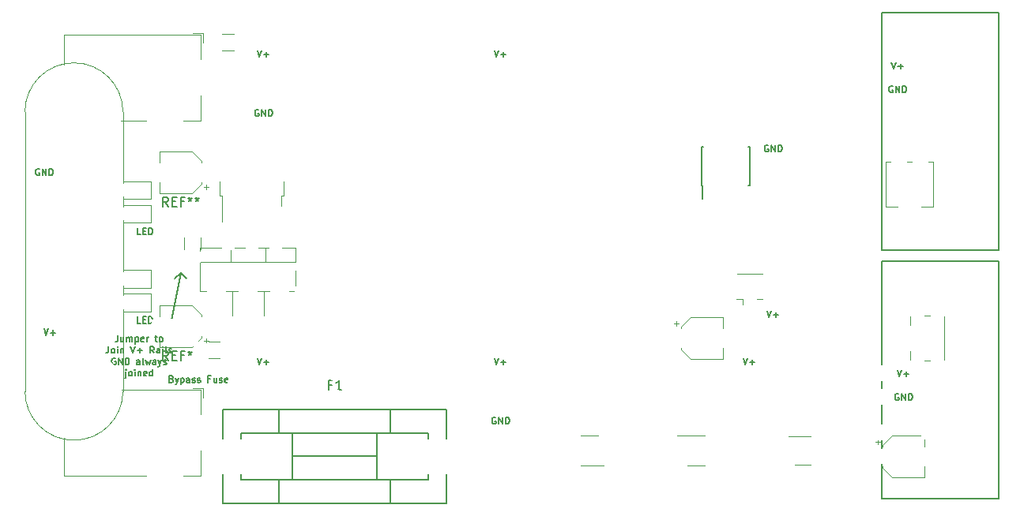
<source format=gto>
G04 #@! TF.GenerationSoftware,KiCad,Pcbnew,5.0.2+dfsg1-1~bpo9+1*
G04 #@! TF.CreationDate,2020-03-15T02:37:36-04:00*
G04 #@! TF.ProjectId,EDIT_C,45444954-5f43-42e6-9b69-6361645f7063,0.10.a*
G04 #@! TF.SameCoordinates,Original*
G04 #@! TF.FileFunction,Legend,Top*
G04 #@! TF.FilePolarity,Positive*
%FSLAX46Y46*%
G04 Gerber Fmt 4.6, Leading zero omitted, Abs format (unit mm)*
G04 Created by KiCad (PCBNEW 5.0.2+dfsg1-1~bpo9+1) date Sun 15 Mar 2020 02:37:36 AM EDT*
%MOMM*%
%LPD*%
G01*
G04 APERTURE LIST*
%ADD10C,0.175000*%
%ADD11C,0.200000*%
%ADD12C,0.120000*%
%ADD13C,0.150000*%
%ADD14C,0.010000*%
%ADD15O,1.700000X1.700000*%
%ADD16C,1.600000*%
%ADD17C,4.300000*%
%ADD18C,2.700000*%
%ADD19C,1.150000*%
%ADD20O,1.200000X1.400000*%
%ADD21C,1.425000*%
%ADD22R,3.500000X3.500000*%
%ADD23C,3.000000*%
%ADD24C,3.500000*%
%ADD25O,4.000500X2.499360*%
%ADD26O,1.800000X1.800000*%
%ADD27R,1.800000X1.800000*%
%ADD28R,5.800000X6.400000*%
%ADD29R,1.200000X2.200000*%
%ADD30R,1.560000X0.650000*%
%ADD31R,2.000000X0.650000*%
%ADD32R,0.600000X1.550000*%
%ADD33R,1.050000X2.200000*%
%ADD34R,1.000000X1.050000*%
%ADD35R,1.300000X2.000000*%
%ADD36R,2.000000X2.000000*%
%ADD37R,1.000000X1.550000*%
%ADD38C,10.160000*%
G04 APERTURE END LIST*
D10*
X14071666Y-78390000D02*
X14005000Y-78356666D01*
X13905000Y-78356666D01*
X13805000Y-78390000D01*
X13738333Y-78456666D01*
X13705000Y-78523333D01*
X13671666Y-78656666D01*
X13671666Y-78756666D01*
X13705000Y-78890000D01*
X13738333Y-78956666D01*
X13805000Y-79023333D01*
X13905000Y-79056666D01*
X13971666Y-79056666D01*
X14071666Y-79023333D01*
X14105000Y-78990000D01*
X14105000Y-78756666D01*
X13971666Y-78756666D01*
X14405000Y-79056666D02*
X14405000Y-78356666D01*
X14805000Y-79056666D01*
X14805000Y-78356666D01*
X15138333Y-79056666D02*
X15138333Y-78356666D01*
X15305000Y-78356666D01*
X15405000Y-78390000D01*
X15471666Y-78456666D01*
X15505000Y-78523333D01*
X15538333Y-78656666D01*
X15538333Y-78756666D01*
X15505000Y-78890000D01*
X15471666Y-78956666D01*
X15405000Y-79023333D01*
X15305000Y-79056666D01*
X15138333Y-79056666D01*
X14573333Y-95501666D02*
X14806666Y-96201666D01*
X15040000Y-95501666D01*
X15273333Y-95935000D02*
X15806666Y-95935000D01*
X15540000Y-96201666D02*
X15540000Y-95668333D01*
X89503333Y-98676666D02*
X89736666Y-99376666D01*
X89970000Y-98676666D01*
X90203333Y-99110000D02*
X90736666Y-99110000D01*
X90470000Y-99376666D02*
X90470000Y-98843333D01*
D11*
X29210000Y-89535000D02*
X29845000Y-90170000D01*
X29210000Y-89535000D02*
X28575000Y-90170000D01*
X27940000Y-95885000D02*
X29210000Y-89535000D01*
D10*
X24950000Y-85406666D02*
X24616666Y-85406666D01*
X24616666Y-84706666D01*
X25183333Y-85040000D02*
X25416666Y-85040000D01*
X25516666Y-85406666D02*
X25183333Y-85406666D01*
X25183333Y-84706666D01*
X25516666Y-84706666D01*
X25816666Y-85406666D02*
X25816666Y-84706666D01*
X25983333Y-84706666D01*
X26083333Y-84740000D01*
X26150000Y-84806666D01*
X26183333Y-84873333D01*
X26216666Y-85006666D01*
X26216666Y-85106666D01*
X26183333Y-85240000D01*
X26150000Y-85306666D01*
X26083333Y-85373333D01*
X25983333Y-85406666D01*
X25816666Y-85406666D01*
X24950000Y-94931666D02*
X24616666Y-94931666D01*
X24616666Y-94231666D01*
X25183333Y-94565000D02*
X25416666Y-94565000D01*
X25516666Y-94931666D02*
X25183333Y-94931666D01*
X25183333Y-94231666D01*
X25516666Y-94231666D01*
X25816666Y-94931666D02*
X25816666Y-94231666D01*
X25983333Y-94231666D01*
X26083333Y-94265000D01*
X26150000Y-94331666D01*
X26183333Y-94398333D01*
X26216666Y-94531666D01*
X26216666Y-94631666D01*
X26183333Y-94765000D01*
X26150000Y-94831666D01*
X26083333Y-94898333D01*
X25983333Y-94931666D01*
X25816666Y-94931666D01*
X105378333Y-66926666D02*
X105611666Y-67626666D01*
X105845000Y-66926666D01*
X106078333Y-67360000D02*
X106611666Y-67360000D01*
X106345000Y-67626666D02*
X106345000Y-67093333D01*
X106146666Y-102520000D02*
X106080000Y-102486666D01*
X105980000Y-102486666D01*
X105880000Y-102520000D01*
X105813333Y-102586666D01*
X105780000Y-102653333D01*
X105746666Y-102786666D01*
X105746666Y-102886666D01*
X105780000Y-103020000D01*
X105813333Y-103086666D01*
X105880000Y-103153333D01*
X105980000Y-103186666D01*
X106046666Y-103186666D01*
X106146666Y-103153333D01*
X106180000Y-103120000D01*
X106180000Y-102886666D01*
X106046666Y-102886666D01*
X106480000Y-103186666D02*
X106480000Y-102486666D01*
X106880000Y-103186666D01*
X106880000Y-102486666D01*
X107213333Y-103186666D02*
X107213333Y-102486666D01*
X107380000Y-102486666D01*
X107480000Y-102520000D01*
X107546666Y-102586666D01*
X107580000Y-102653333D01*
X107613333Y-102786666D01*
X107613333Y-102886666D01*
X107580000Y-103020000D01*
X107546666Y-103086666D01*
X107480000Y-103153333D01*
X107380000Y-103186666D01*
X107213333Y-103186666D01*
X106013333Y-99946666D02*
X106246666Y-100646666D01*
X106480000Y-99946666D01*
X106713333Y-100380000D02*
X107246666Y-100380000D01*
X106980000Y-100646666D02*
X106980000Y-100113333D01*
X92043333Y-93596666D02*
X92276666Y-94296666D01*
X92510000Y-93596666D01*
X92743333Y-94030000D02*
X93276666Y-94030000D01*
X93010000Y-94296666D02*
X93010000Y-93763333D01*
X92176666Y-75850000D02*
X92110000Y-75816666D01*
X92010000Y-75816666D01*
X91910000Y-75850000D01*
X91843333Y-75916666D01*
X91810000Y-75983333D01*
X91776666Y-76116666D01*
X91776666Y-76216666D01*
X91810000Y-76350000D01*
X91843333Y-76416666D01*
X91910000Y-76483333D01*
X92010000Y-76516666D01*
X92076666Y-76516666D01*
X92176666Y-76483333D01*
X92210000Y-76450000D01*
X92210000Y-76216666D01*
X92076666Y-76216666D01*
X92510000Y-76516666D02*
X92510000Y-75816666D01*
X92910000Y-76516666D01*
X92910000Y-75816666D01*
X93243333Y-76516666D02*
X93243333Y-75816666D01*
X93410000Y-75816666D01*
X93510000Y-75850000D01*
X93576666Y-75916666D01*
X93610000Y-75983333D01*
X93643333Y-76116666D01*
X93643333Y-76216666D01*
X93610000Y-76350000D01*
X93576666Y-76416666D01*
X93510000Y-76483333D01*
X93410000Y-76516666D01*
X93243333Y-76516666D01*
X105511666Y-69500000D02*
X105445000Y-69466666D01*
X105345000Y-69466666D01*
X105245000Y-69500000D01*
X105178333Y-69566666D01*
X105145000Y-69633333D01*
X105111666Y-69766666D01*
X105111666Y-69866666D01*
X105145000Y-70000000D01*
X105178333Y-70066666D01*
X105245000Y-70133333D01*
X105345000Y-70166666D01*
X105411666Y-70166666D01*
X105511666Y-70133333D01*
X105545000Y-70100000D01*
X105545000Y-69866666D01*
X105411666Y-69866666D01*
X105845000Y-70166666D02*
X105845000Y-69466666D01*
X106245000Y-70166666D01*
X106245000Y-69466666D01*
X106578333Y-70166666D02*
X106578333Y-69466666D01*
X106745000Y-69466666D01*
X106845000Y-69500000D01*
X106911666Y-69566666D01*
X106945000Y-69633333D01*
X106978333Y-69766666D01*
X106978333Y-69866666D01*
X106945000Y-70000000D01*
X106911666Y-70066666D01*
X106845000Y-70133333D01*
X106745000Y-70166666D01*
X106578333Y-70166666D01*
X62833333Y-98676666D02*
X63066666Y-99376666D01*
X63300000Y-98676666D01*
X63533333Y-99110000D02*
X64066666Y-99110000D01*
X63800000Y-99376666D02*
X63800000Y-98843333D01*
X62966666Y-105060000D02*
X62900000Y-105026666D01*
X62800000Y-105026666D01*
X62700000Y-105060000D01*
X62633333Y-105126666D01*
X62600000Y-105193333D01*
X62566666Y-105326666D01*
X62566666Y-105426666D01*
X62600000Y-105560000D01*
X62633333Y-105626666D01*
X62700000Y-105693333D01*
X62800000Y-105726666D01*
X62866666Y-105726666D01*
X62966666Y-105693333D01*
X63000000Y-105660000D01*
X63000000Y-105426666D01*
X62866666Y-105426666D01*
X63300000Y-105726666D02*
X63300000Y-105026666D01*
X63700000Y-105726666D01*
X63700000Y-105026666D01*
X64033333Y-105726666D02*
X64033333Y-105026666D01*
X64200000Y-105026666D01*
X64300000Y-105060000D01*
X64366666Y-105126666D01*
X64400000Y-105193333D01*
X64433333Y-105326666D01*
X64433333Y-105426666D01*
X64400000Y-105560000D01*
X64366666Y-105626666D01*
X64300000Y-105693333D01*
X64200000Y-105726666D01*
X64033333Y-105726666D01*
X37433333Y-98676666D02*
X37666666Y-99376666D01*
X37900000Y-98676666D01*
X38133333Y-99110000D02*
X38666666Y-99110000D01*
X38400000Y-99376666D02*
X38400000Y-98843333D01*
X37433333Y-65656666D02*
X37666666Y-66356666D01*
X37900000Y-65656666D01*
X38133333Y-66090000D02*
X38666666Y-66090000D01*
X38400000Y-66356666D02*
X38400000Y-65823333D01*
X37566666Y-72040000D02*
X37500000Y-72006666D01*
X37400000Y-72006666D01*
X37300000Y-72040000D01*
X37233333Y-72106666D01*
X37200000Y-72173333D01*
X37166666Y-72306666D01*
X37166666Y-72406666D01*
X37200000Y-72540000D01*
X37233333Y-72606666D01*
X37300000Y-72673333D01*
X37400000Y-72706666D01*
X37466666Y-72706666D01*
X37566666Y-72673333D01*
X37600000Y-72640000D01*
X37600000Y-72406666D01*
X37466666Y-72406666D01*
X37900000Y-72706666D02*
X37900000Y-72006666D01*
X38300000Y-72706666D01*
X38300000Y-72006666D01*
X38633333Y-72706666D02*
X38633333Y-72006666D01*
X38800000Y-72006666D01*
X38900000Y-72040000D01*
X38966666Y-72106666D01*
X39000000Y-72173333D01*
X39033333Y-72306666D01*
X39033333Y-72406666D01*
X39000000Y-72540000D01*
X38966666Y-72606666D01*
X38900000Y-72673333D01*
X38800000Y-72706666D01*
X38633333Y-72706666D01*
X62833333Y-65656666D02*
X63066666Y-66356666D01*
X63300000Y-65656666D01*
X63533333Y-66090000D02*
X64066666Y-66090000D01*
X63800000Y-66356666D02*
X63800000Y-65823333D01*
X28231666Y-100915000D02*
X28331666Y-100948333D01*
X28365000Y-100981666D01*
X28398333Y-101048333D01*
X28398333Y-101148333D01*
X28365000Y-101215000D01*
X28331666Y-101248333D01*
X28265000Y-101281666D01*
X27998333Y-101281666D01*
X27998333Y-100581666D01*
X28231666Y-100581666D01*
X28298333Y-100615000D01*
X28331666Y-100648333D01*
X28365000Y-100715000D01*
X28365000Y-100781666D01*
X28331666Y-100848333D01*
X28298333Y-100881666D01*
X28231666Y-100915000D01*
X27998333Y-100915000D01*
X28631666Y-100815000D02*
X28798333Y-101281666D01*
X28965000Y-100815000D02*
X28798333Y-101281666D01*
X28731666Y-101448333D01*
X28698333Y-101481666D01*
X28631666Y-101515000D01*
X29231666Y-100815000D02*
X29231666Y-101515000D01*
X29231666Y-100848333D02*
X29298333Y-100815000D01*
X29431666Y-100815000D01*
X29498333Y-100848333D01*
X29531666Y-100881666D01*
X29565000Y-100948333D01*
X29565000Y-101148333D01*
X29531666Y-101215000D01*
X29498333Y-101248333D01*
X29431666Y-101281666D01*
X29298333Y-101281666D01*
X29231666Y-101248333D01*
X30165000Y-101281666D02*
X30165000Y-100915000D01*
X30131666Y-100848333D01*
X30065000Y-100815000D01*
X29931666Y-100815000D01*
X29865000Y-100848333D01*
X30165000Y-101248333D02*
X30098333Y-101281666D01*
X29931666Y-101281666D01*
X29865000Y-101248333D01*
X29831666Y-101181666D01*
X29831666Y-101115000D01*
X29865000Y-101048333D01*
X29931666Y-101015000D01*
X30098333Y-101015000D01*
X30165000Y-100981666D01*
X30465000Y-101248333D02*
X30531666Y-101281666D01*
X30665000Y-101281666D01*
X30731666Y-101248333D01*
X30765000Y-101181666D01*
X30765000Y-101148333D01*
X30731666Y-101081666D01*
X30665000Y-101048333D01*
X30565000Y-101048333D01*
X30498333Y-101015000D01*
X30465000Y-100948333D01*
X30465000Y-100915000D01*
X30498333Y-100848333D01*
X30565000Y-100815000D01*
X30665000Y-100815000D01*
X30731666Y-100848333D01*
X31031666Y-101248333D02*
X31098333Y-101281666D01*
X31231666Y-101281666D01*
X31298333Y-101248333D01*
X31331666Y-101181666D01*
X31331666Y-101148333D01*
X31298333Y-101081666D01*
X31231666Y-101048333D01*
X31131666Y-101048333D01*
X31065000Y-101015000D01*
X31031666Y-100948333D01*
X31031666Y-100915000D01*
X31065000Y-100848333D01*
X31131666Y-100815000D01*
X31231666Y-100815000D01*
X31298333Y-100848333D01*
X32398333Y-100915000D02*
X32165000Y-100915000D01*
X32165000Y-101281666D02*
X32165000Y-100581666D01*
X32498333Y-100581666D01*
X33065000Y-100815000D02*
X33065000Y-101281666D01*
X32765000Y-100815000D02*
X32765000Y-101181666D01*
X32798333Y-101248333D01*
X32865000Y-101281666D01*
X32965000Y-101281666D01*
X33031666Y-101248333D01*
X33065000Y-101215000D01*
X33365000Y-101248333D02*
X33431666Y-101281666D01*
X33565000Y-101281666D01*
X33631666Y-101248333D01*
X33665000Y-101181666D01*
X33665000Y-101148333D01*
X33631666Y-101081666D01*
X33565000Y-101048333D01*
X33465000Y-101048333D01*
X33398333Y-101015000D01*
X33365000Y-100948333D01*
X33365000Y-100915000D01*
X33398333Y-100848333D01*
X33465000Y-100815000D01*
X33565000Y-100815000D01*
X33631666Y-100848333D01*
X34231666Y-101248333D02*
X34165000Y-101281666D01*
X34031666Y-101281666D01*
X33965000Y-101248333D01*
X33931666Y-101181666D01*
X33931666Y-100915000D01*
X33965000Y-100848333D01*
X34031666Y-100815000D01*
X34165000Y-100815000D01*
X34231666Y-100848333D01*
X34265000Y-100915000D01*
X34265000Y-100981666D01*
X33931666Y-101048333D01*
X22465000Y-96204166D02*
X22465000Y-96704166D01*
X22431666Y-96804166D01*
X22365000Y-96870833D01*
X22265000Y-96904166D01*
X22198333Y-96904166D01*
X23098333Y-96437500D02*
X23098333Y-96904166D01*
X22798333Y-96437500D02*
X22798333Y-96804166D01*
X22831666Y-96870833D01*
X22898333Y-96904166D01*
X22998333Y-96904166D01*
X23065000Y-96870833D01*
X23098333Y-96837500D01*
X23431666Y-96904166D02*
X23431666Y-96437500D01*
X23431666Y-96504166D02*
X23465000Y-96470833D01*
X23531666Y-96437500D01*
X23631666Y-96437500D01*
X23698333Y-96470833D01*
X23731666Y-96537500D01*
X23731666Y-96904166D01*
X23731666Y-96537500D02*
X23765000Y-96470833D01*
X23831666Y-96437500D01*
X23931666Y-96437500D01*
X23998333Y-96470833D01*
X24031666Y-96537500D01*
X24031666Y-96904166D01*
X24365000Y-96437500D02*
X24365000Y-97137500D01*
X24365000Y-96470833D02*
X24431666Y-96437500D01*
X24565000Y-96437500D01*
X24631666Y-96470833D01*
X24665000Y-96504166D01*
X24698333Y-96570833D01*
X24698333Y-96770833D01*
X24665000Y-96837500D01*
X24631666Y-96870833D01*
X24565000Y-96904166D01*
X24431666Y-96904166D01*
X24365000Y-96870833D01*
X25265000Y-96870833D02*
X25198333Y-96904166D01*
X25065000Y-96904166D01*
X24998333Y-96870833D01*
X24965000Y-96804166D01*
X24965000Y-96537500D01*
X24998333Y-96470833D01*
X25065000Y-96437500D01*
X25198333Y-96437500D01*
X25265000Y-96470833D01*
X25298333Y-96537500D01*
X25298333Y-96604166D01*
X24965000Y-96670833D01*
X25598333Y-96904166D02*
X25598333Y-96437500D01*
X25598333Y-96570833D02*
X25631666Y-96504166D01*
X25665000Y-96470833D01*
X25731666Y-96437500D01*
X25798333Y-96437500D01*
X26465000Y-96437500D02*
X26731666Y-96437500D01*
X26565000Y-96204166D02*
X26565000Y-96804166D01*
X26598333Y-96870833D01*
X26665000Y-96904166D01*
X26731666Y-96904166D01*
X27065000Y-96904166D02*
X26998333Y-96870833D01*
X26965000Y-96837500D01*
X26931666Y-96770833D01*
X26931666Y-96570833D01*
X26965000Y-96504166D01*
X26998333Y-96470833D01*
X27065000Y-96437500D01*
X27165000Y-96437500D01*
X27231666Y-96470833D01*
X27265000Y-96504166D01*
X27298333Y-96570833D01*
X27298333Y-96770833D01*
X27265000Y-96837500D01*
X27231666Y-96870833D01*
X27165000Y-96904166D01*
X27065000Y-96904166D01*
X21498333Y-97429166D02*
X21498333Y-97929166D01*
X21465000Y-98029166D01*
X21398333Y-98095833D01*
X21298333Y-98129166D01*
X21231666Y-98129166D01*
X21931666Y-98129166D02*
X21865000Y-98095833D01*
X21831666Y-98062500D01*
X21798333Y-97995833D01*
X21798333Y-97795833D01*
X21831666Y-97729166D01*
X21865000Y-97695833D01*
X21931666Y-97662500D01*
X22031666Y-97662500D01*
X22098333Y-97695833D01*
X22131666Y-97729166D01*
X22165000Y-97795833D01*
X22165000Y-97995833D01*
X22131666Y-98062500D01*
X22098333Y-98095833D01*
X22031666Y-98129166D01*
X21931666Y-98129166D01*
X22465000Y-98129166D02*
X22465000Y-97662500D01*
X22465000Y-97429166D02*
X22431666Y-97462500D01*
X22465000Y-97495833D01*
X22498333Y-97462500D01*
X22465000Y-97429166D01*
X22465000Y-97495833D01*
X22798333Y-97662500D02*
X22798333Y-98129166D01*
X22798333Y-97729166D02*
X22831666Y-97695833D01*
X22898333Y-97662500D01*
X22998333Y-97662500D01*
X23065000Y-97695833D01*
X23098333Y-97762500D01*
X23098333Y-98129166D01*
X23865000Y-97429166D02*
X24098333Y-98129166D01*
X24331666Y-97429166D01*
X24565000Y-97862500D02*
X25098333Y-97862500D01*
X24831666Y-98129166D02*
X24831666Y-97595833D01*
X26365000Y-98129166D02*
X26131666Y-97795833D01*
X25965000Y-98129166D02*
X25965000Y-97429166D01*
X26231666Y-97429166D01*
X26298333Y-97462500D01*
X26331666Y-97495833D01*
X26365000Y-97562500D01*
X26365000Y-97662500D01*
X26331666Y-97729166D01*
X26298333Y-97762500D01*
X26231666Y-97795833D01*
X25965000Y-97795833D01*
X26965000Y-98129166D02*
X26965000Y-97762500D01*
X26931666Y-97695833D01*
X26865000Y-97662500D01*
X26731666Y-97662500D01*
X26665000Y-97695833D01*
X26965000Y-98095833D02*
X26898333Y-98129166D01*
X26731666Y-98129166D01*
X26665000Y-98095833D01*
X26631666Y-98029166D01*
X26631666Y-97962500D01*
X26665000Y-97895833D01*
X26731666Y-97862500D01*
X26898333Y-97862500D01*
X26965000Y-97829166D01*
X27298333Y-98129166D02*
X27298333Y-97662500D01*
X27298333Y-97429166D02*
X27265000Y-97462500D01*
X27298333Y-97495833D01*
X27331666Y-97462500D01*
X27298333Y-97429166D01*
X27298333Y-97495833D01*
X27731666Y-98129166D02*
X27665000Y-98095833D01*
X27631666Y-98029166D01*
X27631666Y-97429166D01*
X27965000Y-98095833D02*
X28031666Y-98129166D01*
X28165000Y-98129166D01*
X28231666Y-98095833D01*
X28265000Y-98029166D01*
X28265000Y-97995833D01*
X28231666Y-97929166D01*
X28165000Y-97895833D01*
X28065000Y-97895833D01*
X27998333Y-97862500D01*
X27965000Y-97795833D01*
X27965000Y-97762500D01*
X27998333Y-97695833D01*
X28065000Y-97662500D01*
X28165000Y-97662500D01*
X28231666Y-97695833D01*
X22231666Y-98687500D02*
X22165000Y-98654166D01*
X22065000Y-98654166D01*
X21965000Y-98687500D01*
X21898333Y-98754166D01*
X21865000Y-98820833D01*
X21831666Y-98954166D01*
X21831666Y-99054166D01*
X21865000Y-99187500D01*
X21898333Y-99254166D01*
X21965000Y-99320833D01*
X22065000Y-99354166D01*
X22131666Y-99354166D01*
X22231666Y-99320833D01*
X22265000Y-99287500D01*
X22265000Y-99054166D01*
X22131666Y-99054166D01*
X22565000Y-99354166D02*
X22565000Y-98654166D01*
X22965000Y-99354166D01*
X22965000Y-98654166D01*
X23298333Y-99354166D02*
X23298333Y-98654166D01*
X23465000Y-98654166D01*
X23565000Y-98687500D01*
X23631666Y-98754166D01*
X23665000Y-98820833D01*
X23698333Y-98954166D01*
X23698333Y-99054166D01*
X23665000Y-99187500D01*
X23631666Y-99254166D01*
X23565000Y-99320833D01*
X23465000Y-99354166D01*
X23298333Y-99354166D01*
X24831666Y-99354166D02*
X24831666Y-98987500D01*
X24798333Y-98920833D01*
X24731666Y-98887500D01*
X24598333Y-98887500D01*
X24531666Y-98920833D01*
X24831666Y-99320833D02*
X24765000Y-99354166D01*
X24598333Y-99354166D01*
X24531666Y-99320833D01*
X24498333Y-99254166D01*
X24498333Y-99187500D01*
X24531666Y-99120833D01*
X24598333Y-99087500D01*
X24765000Y-99087500D01*
X24831666Y-99054166D01*
X25264999Y-99354166D02*
X25198333Y-99320833D01*
X25164999Y-99254166D01*
X25164999Y-98654166D01*
X25464999Y-98887500D02*
X25598333Y-99354166D01*
X25731666Y-99020833D01*
X25864999Y-99354166D01*
X25998333Y-98887500D01*
X26565000Y-99354166D02*
X26565000Y-98987500D01*
X26531666Y-98920833D01*
X26465000Y-98887500D01*
X26331666Y-98887500D01*
X26265000Y-98920833D01*
X26565000Y-99320833D02*
X26498333Y-99354166D01*
X26331666Y-99354166D01*
X26265000Y-99320833D01*
X26231666Y-99254166D01*
X26231666Y-99187500D01*
X26265000Y-99120833D01*
X26331666Y-99087500D01*
X26498333Y-99087500D01*
X26565000Y-99054166D01*
X26831666Y-98887500D02*
X26998333Y-99354166D01*
X27164999Y-98887500D02*
X26998333Y-99354166D01*
X26931666Y-99520833D01*
X26898333Y-99554166D01*
X26831666Y-99587500D01*
X27398333Y-99320833D02*
X27464999Y-99354166D01*
X27598333Y-99354166D01*
X27664999Y-99320833D01*
X27698333Y-99254166D01*
X27698333Y-99220833D01*
X27664999Y-99154166D01*
X27598333Y-99120833D01*
X27498333Y-99120833D01*
X27431666Y-99087500D01*
X27398333Y-99020833D01*
X27398333Y-98987500D01*
X27431666Y-98920833D01*
X27498333Y-98887500D01*
X27598333Y-98887500D01*
X27664999Y-98920833D01*
X23348333Y-100112500D02*
X23348333Y-100712500D01*
X23315000Y-100779166D01*
X23248333Y-100812500D01*
X23215000Y-100812500D01*
X23348333Y-99879166D02*
X23315000Y-99912500D01*
X23348333Y-99945833D01*
X23381666Y-99912500D01*
X23348333Y-99879166D01*
X23348333Y-99945833D01*
X23781666Y-100579166D02*
X23715000Y-100545833D01*
X23681666Y-100512500D01*
X23648333Y-100445833D01*
X23648333Y-100245833D01*
X23681666Y-100179166D01*
X23715000Y-100145833D01*
X23781666Y-100112500D01*
X23881666Y-100112500D01*
X23948333Y-100145833D01*
X23981666Y-100179166D01*
X24015000Y-100245833D01*
X24015000Y-100445833D01*
X23981666Y-100512500D01*
X23948333Y-100545833D01*
X23881666Y-100579166D01*
X23781666Y-100579166D01*
X24315000Y-100579166D02*
X24315000Y-100112500D01*
X24315000Y-99879166D02*
X24281666Y-99912500D01*
X24315000Y-99945833D01*
X24348333Y-99912500D01*
X24315000Y-99879166D01*
X24315000Y-99945833D01*
X24648333Y-100112500D02*
X24648333Y-100579166D01*
X24648333Y-100179166D02*
X24681666Y-100145833D01*
X24748333Y-100112500D01*
X24848333Y-100112500D01*
X24915000Y-100145833D01*
X24948333Y-100212500D01*
X24948333Y-100579166D01*
X25548333Y-100545833D02*
X25481666Y-100579166D01*
X25348333Y-100579166D01*
X25281666Y-100545833D01*
X25248333Y-100479166D01*
X25248333Y-100212500D01*
X25281666Y-100145833D01*
X25348333Y-100112500D01*
X25481666Y-100112500D01*
X25548333Y-100145833D01*
X25581666Y-100212500D01*
X25581666Y-100279166D01*
X25248333Y-100345833D01*
X26181666Y-100579166D02*
X26181666Y-99879166D01*
X26181666Y-100545833D02*
X26115000Y-100579166D01*
X25981666Y-100579166D01*
X25915000Y-100545833D01*
X25881666Y-100512500D01*
X25848333Y-100445833D01*
X25848333Y-100245833D01*
X25881666Y-100179166D01*
X25915000Y-100145833D01*
X25981666Y-100112500D01*
X26115000Y-100112500D01*
X26181666Y-100145833D01*
D12*
G04 #@! TO.C,REF\002A\002A*
X26950000Y-92990000D02*
X26950000Y-94190000D01*
X26950000Y-97510000D02*
X26950000Y-96310000D01*
X30405563Y-97510000D02*
X26950000Y-97510000D01*
X30405563Y-92990000D02*
X26950000Y-92990000D01*
X31470000Y-94054437D02*
X31470000Y-94190000D01*
X31470000Y-96445563D02*
X31470000Y-96310000D01*
X31470000Y-96445563D02*
X30405563Y-97510000D01*
X31470000Y-94054437D02*
X30405563Y-92990000D01*
X32210000Y-96810000D02*
X31710000Y-96810000D01*
X31960000Y-97060000D02*
X31960000Y-96560000D01*
X82340000Y-94710000D02*
X82340000Y-95210000D01*
X82090000Y-94960000D02*
X82590000Y-94960000D01*
X82830000Y-97715563D02*
X83894437Y-98780000D01*
X82830000Y-95324437D02*
X83894437Y-94260000D01*
X82830000Y-95324437D02*
X82830000Y-95460000D01*
X82830000Y-97715563D02*
X82830000Y-97580000D01*
X83894437Y-98780000D02*
X87350000Y-98780000D01*
X83894437Y-94260000D02*
X87350000Y-94260000D01*
X87350000Y-94260000D02*
X87350000Y-95460000D01*
X87350000Y-98780000D02*
X87350000Y-97580000D01*
X108940000Y-111480000D02*
X108940000Y-110280000D01*
X108940000Y-106960000D02*
X108940000Y-108160000D01*
X105484437Y-106960000D02*
X108940000Y-106960000D01*
X105484437Y-111480000D02*
X108940000Y-111480000D01*
X104420000Y-110415563D02*
X104420000Y-110280000D01*
X104420000Y-108024437D02*
X104420000Y-108160000D01*
X104420000Y-108024437D02*
X105484437Y-106960000D01*
X104420000Y-110415563D02*
X105484437Y-111480000D01*
X103680000Y-107660000D02*
X104180000Y-107660000D01*
X103930000Y-107410000D02*
X103930000Y-107910000D01*
D13*
G04 #@! TO.C,J47*
X104380000Y-113790000D02*
X116880000Y-113790000D01*
X104380000Y-88290000D02*
X104380000Y-113790000D01*
X116880000Y-107290000D02*
X116880000Y-94790000D01*
X116880000Y-107290000D02*
X116880000Y-113790000D01*
X104880000Y-88290000D02*
X104380000Y-88290000D01*
X110880000Y-88290000D02*
X104880000Y-88290000D01*
X116880000Y-88290000D02*
X110880000Y-88290000D01*
X116880000Y-88290000D02*
X116880000Y-94790000D01*
D12*
G04 #@! TO.C,REF\002A\002A*
X23130000Y-84145000D02*
X25990000Y-84145000D01*
X25990000Y-84145000D02*
X25990000Y-82225000D01*
X25990000Y-82225000D02*
X23130000Y-82225000D01*
X25990000Y-79685000D02*
X23130000Y-79685000D01*
X25990000Y-81605000D02*
X25990000Y-79685000D01*
X23130000Y-81605000D02*
X25990000Y-81605000D01*
X23130000Y-91130000D02*
X25990000Y-91130000D01*
X25990000Y-91130000D02*
X25990000Y-89210000D01*
X25990000Y-89210000D02*
X23130000Y-89210000D01*
X34892064Y-63860000D02*
X33687936Y-63860000D01*
X34892064Y-65680000D02*
X33687936Y-65680000D01*
X33404564Y-98700000D02*
X32200436Y-98700000D01*
X33404564Y-96880000D02*
X32200436Y-96880000D01*
G04 #@! TO.C,REF01*
X31580000Y-64830000D02*
X31580000Y-63780000D01*
X30530000Y-63780000D02*
X31580000Y-63780000D01*
X25480000Y-73180000D02*
X16680000Y-73180000D01*
X16680000Y-73180000D02*
X16680000Y-63980000D01*
X31380000Y-70480000D02*
X31380000Y-73180000D01*
X31380000Y-73180000D02*
X29480000Y-73180000D01*
X16680000Y-63980000D02*
X31380000Y-63980000D01*
X31380000Y-63980000D02*
X31380000Y-66580000D01*
X31380000Y-102080000D02*
X31380000Y-104680000D01*
X16680000Y-102080000D02*
X31380000Y-102080000D01*
X31380000Y-111280000D02*
X29480000Y-111280000D01*
X31380000Y-108580000D02*
X31380000Y-111280000D01*
X16680000Y-111280000D02*
X16680000Y-102080000D01*
X25480000Y-111280000D02*
X16680000Y-111280000D01*
X30530000Y-101880000D02*
X31580000Y-101880000D01*
X31580000Y-102930000D02*
X31580000Y-101880000D01*
G04 #@! TO.C,REF\002A\002A*
X31390000Y-86962064D02*
X31390000Y-85757936D01*
X29570000Y-86962064D02*
X29570000Y-85757936D01*
D13*
G04 #@! TO.C,F1*
X39720520Y-106720640D02*
X39720520Y-104218740D01*
X39720520Y-114221260D02*
X39720520Y-111719360D01*
X51719480Y-114221260D02*
X51719480Y-111719360D01*
X51719480Y-104218740D02*
X51719480Y-106720640D01*
X41219120Y-109220000D02*
X50220880Y-109220000D01*
X41219120Y-106720640D02*
X41219120Y-111719360D01*
X50220880Y-106720640D02*
X50220880Y-111719360D01*
X55719980Y-107320080D02*
X55719980Y-106720640D01*
X35720020Y-111119920D02*
X35720020Y-111719360D01*
X35720020Y-111719360D02*
X55719980Y-111719360D01*
X55719980Y-111719360D02*
X55719980Y-111119920D01*
X55719980Y-106720640D02*
X35720020Y-106720640D01*
X35720020Y-106720640D02*
X35720020Y-107320080D01*
X57718960Y-107320080D02*
X57718960Y-104218740D01*
X33721040Y-111119920D02*
X33721040Y-114221260D01*
X33721040Y-114221260D02*
X57718960Y-114221260D01*
X57718960Y-114221260D02*
X57718960Y-111119920D01*
X57718960Y-104218740D02*
X33721040Y-104218740D01*
X33721040Y-104218740D02*
X33721040Y-107320080D01*
D12*
G04 #@! TO.C,REF\002A\002A*
X38120000Y-91461000D02*
X38120000Y-94075000D01*
X34720000Y-91461000D02*
X34720000Y-94075000D01*
X38270000Y-86820000D02*
X38270000Y-88329000D01*
X34570000Y-86820000D02*
X34570000Y-88329000D01*
X31299000Y-88329000D02*
X41540000Y-88329000D01*
X41540000Y-86820000D02*
X41540000Y-91461000D01*
X31299000Y-86820000D02*
X31299000Y-91461000D01*
X40885000Y-91461000D02*
X41540000Y-91461000D01*
X37485000Y-91461000D02*
X38755000Y-91461000D01*
X34070000Y-91461000D02*
X35355000Y-91461000D01*
X31299000Y-91461000D02*
X31970000Y-91461000D01*
X31299000Y-86820000D02*
X41540000Y-86820000D01*
X40010000Y-81210000D02*
X40010000Y-82310000D01*
X40280000Y-81210000D02*
X40010000Y-81210000D01*
X40280000Y-79710000D02*
X40280000Y-81210000D01*
X33650000Y-81210000D02*
X33650000Y-84040000D01*
X33380000Y-81210000D02*
X33650000Y-81210000D01*
X33380000Y-79710000D02*
X33380000Y-81210000D01*
X72125000Y-110195000D02*
X74575000Y-110195000D01*
X73925000Y-106975000D02*
X72125000Y-106975000D01*
X85355000Y-106975000D02*
X82405000Y-106975000D01*
X83555000Y-110195000D02*
X85355000Y-110195000D01*
X96765000Y-107075000D02*
X94335000Y-107075000D01*
X95005000Y-110145000D02*
X96765000Y-110145000D01*
D13*
X85105000Y-80180000D02*
X85105000Y-81580000D01*
X90205000Y-80180000D02*
X90205000Y-76030000D01*
X85055000Y-80180000D02*
X85055000Y-76030000D01*
X90205000Y-80180000D02*
X90060000Y-80180000D01*
X90205000Y-76030000D02*
X90060000Y-76030000D01*
X85055000Y-76030000D02*
X85200000Y-76030000D01*
X85055000Y-80180000D02*
X85105000Y-80180000D01*
D12*
X25990000Y-91750000D02*
X23130000Y-91750000D01*
X25990000Y-93670000D02*
X25990000Y-91750000D01*
X23130000Y-93670000D02*
X25990000Y-93670000D01*
D13*
G04 #@! TO.C,J47*
X116880000Y-61620000D02*
X116880000Y-68120000D01*
X116880000Y-61620000D02*
X110880000Y-61620000D01*
X110880000Y-61620000D02*
X104880000Y-61620000D01*
X104880000Y-61620000D02*
X104380000Y-61620000D01*
X116880000Y-80620000D02*
X116880000Y-87120000D01*
X116880000Y-80620000D02*
X116880000Y-68120000D01*
X104380000Y-61620000D02*
X104380000Y-87120000D01*
X104380000Y-87120000D02*
X116880000Y-87120000D01*
D12*
G04 #@! TO.C,REF882*
X88770000Y-92325000D02*
X89410000Y-92325000D01*
X91570000Y-92325000D02*
X90930000Y-92325000D01*
X89410000Y-92325000D02*
X89410000Y-92955000D01*
X88820000Y-89605000D02*
X91520000Y-89605000D01*
G04 #@! TO.C,REF\002A\002A*
X31960000Y-80550000D02*
X31960000Y-80050000D01*
X32210000Y-80300000D02*
X31710000Y-80300000D01*
X31470000Y-77544437D02*
X30405563Y-76480000D01*
X31470000Y-79935563D02*
X30405563Y-81000000D01*
X31470000Y-79935563D02*
X31470000Y-79800000D01*
X31470000Y-77544437D02*
X31470000Y-77680000D01*
X30405563Y-76480000D02*
X26950000Y-76480000D01*
X30405563Y-81000000D02*
X26950000Y-81000000D01*
X26950000Y-81000000D02*
X26950000Y-79800000D01*
X26950000Y-76480000D02*
X26950000Y-77680000D01*
X105175000Y-82430000D02*
X106075000Y-82430000D01*
X105175000Y-82430000D02*
X106075000Y-82430000D01*
X105175000Y-82430000D02*
X105175000Y-82430000D01*
X109355000Y-77590000D02*
X109835000Y-77590000D01*
X107055000Y-77590000D02*
X107575000Y-77590000D01*
X104795000Y-77590000D02*
X105275000Y-77590000D01*
X108555000Y-82430000D02*
X109835000Y-82430000D01*
X104795000Y-82430000D02*
X106075000Y-82430000D01*
X109835000Y-82430000D02*
X109835000Y-77590000D01*
X104795000Y-82430000D02*
X104795000Y-77590000D01*
X107370000Y-97945000D02*
X107370000Y-98870000D01*
X109495000Y-94070000D02*
X108945000Y-94070000D01*
X109495000Y-98970000D02*
X108945000Y-98970000D01*
X111070000Y-94170000D02*
X111070000Y-98870000D01*
X107370000Y-94170000D02*
X107370000Y-95095000D01*
X12530000Y-102235000D02*
G75*
G03X23030000Y-102235000I5250000J0D01*
G01*
X23030000Y-72235000D02*
G75*
G03X12530000Y-72235000I-5250000J0D01*
G01*
X12530000Y-72235000D02*
X12530000Y-102235000D01*
X23030000Y-102235000D02*
X23030000Y-72235000D01*
D13*
X27876666Y-98902380D02*
X27543333Y-98426190D01*
X27305238Y-98902380D02*
X27305238Y-97902380D01*
X27686190Y-97902380D01*
X27781428Y-97950000D01*
X27829047Y-97997619D01*
X27876666Y-98092857D01*
X27876666Y-98235714D01*
X27829047Y-98330952D01*
X27781428Y-98378571D01*
X27686190Y-98426190D01*
X27305238Y-98426190D01*
X28305238Y-98378571D02*
X28638571Y-98378571D01*
X28781428Y-98902380D02*
X28305238Y-98902380D01*
X28305238Y-97902380D01*
X28781428Y-97902380D01*
X29543333Y-98378571D02*
X29210000Y-98378571D01*
X29210000Y-98902380D02*
X29210000Y-97902380D01*
X29686190Y-97902380D01*
X30210000Y-97902380D02*
X30210000Y-98140476D01*
X29971904Y-98045238D02*
X30210000Y-98140476D01*
X30448095Y-98045238D01*
X30067142Y-98330952D02*
X30210000Y-98140476D01*
X30352857Y-98330952D01*
X30971904Y-97902380D02*
X30971904Y-98140476D01*
X30733809Y-98045238D02*
X30971904Y-98140476D01*
X31210000Y-98045238D01*
X30829047Y-98330952D02*
X30971904Y-98140476D01*
X31114761Y-98330952D01*
G04 #@! TO.C,F1*
X45386666Y-101528571D02*
X45053333Y-101528571D01*
X45053333Y-102052380D02*
X45053333Y-101052380D01*
X45529523Y-101052380D01*
X46434285Y-102052380D02*
X45862857Y-102052380D01*
X46148571Y-102052380D02*
X46148571Y-101052380D01*
X46053333Y-101195238D01*
X45958095Y-101290476D01*
X45862857Y-101338095D01*
G04 #@! TO.C,REF\002A\002A*
X27876666Y-82392380D02*
X27543333Y-81916190D01*
X27305238Y-82392380D02*
X27305238Y-81392380D01*
X27686190Y-81392380D01*
X27781428Y-81440000D01*
X27829047Y-81487619D01*
X27876666Y-81582857D01*
X27876666Y-81725714D01*
X27829047Y-81820952D01*
X27781428Y-81868571D01*
X27686190Y-81916190D01*
X27305238Y-81916190D01*
X28305238Y-81868571D02*
X28638571Y-81868571D01*
X28781428Y-82392380D02*
X28305238Y-82392380D01*
X28305238Y-81392380D01*
X28781428Y-81392380D01*
X29543333Y-81868571D02*
X29210000Y-81868571D01*
X29210000Y-82392380D02*
X29210000Y-81392380D01*
X29686190Y-81392380D01*
X30210000Y-81392380D02*
X30210000Y-81630476D01*
X29971904Y-81535238D02*
X30210000Y-81630476D01*
X30448095Y-81535238D01*
X30067142Y-81820952D02*
X30210000Y-81630476D01*
X30352857Y-81820952D01*
X30971904Y-81392380D02*
X30971904Y-81630476D01*
X30733809Y-81535238D02*
X30971904Y-81630476D01*
X31210000Y-81535238D01*
X30829047Y-81820952D02*
X30971904Y-81630476D01*
X31114761Y-81820952D01*
G04 #@! TD*
%LPC*%
G36*
X93980000Y-101600000D02*
X104140000Y-101600000D01*
X104140000Y-68580000D01*
X93980000Y-68580000D01*
X93980000Y-101600000D01*
G37*
X93980000Y-101600000D02*
X104140000Y-101600000D01*
X104140000Y-68580000D01*
X93980000Y-68580000D01*
X93980000Y-101600000D01*
G36*
X103505000Y-65405000D02*
X103505000Y-61595000D01*
X37465000Y-61595000D01*
X37465000Y-65405000D01*
X103505000Y-65405000D01*
G37*
X103505000Y-65405000D02*
X103505000Y-61595000D01*
X37465000Y-61595000D01*
X37465000Y-65405000D01*
X103505000Y-65405000D01*
D14*
G04 #@! TO.C,REF1001*
G36*
X14806571Y-89903043D02*
X14830809Y-89806768D01*
X14873641Y-89720184D01*
X14933419Y-89645373D01*
X15008494Y-89584418D01*
X15097220Y-89539399D01*
X15193530Y-89513136D01*
X15290795Y-89507286D01*
X15384654Y-89522140D01*
X15472511Y-89555840D01*
X15551770Y-89606528D01*
X15619836Y-89672345D01*
X15674112Y-89751434D01*
X15712002Y-89841934D01*
X15724426Y-89893200D01*
X15731947Y-89937698D01*
X15734919Y-89971999D01*
X15733094Y-90004960D01*
X15726225Y-90045434D01*
X15719250Y-90078531D01*
X15687741Y-90171947D01*
X15636617Y-90255619D01*
X15567429Y-90327665D01*
X15481728Y-90386200D01*
X15454489Y-90400148D01*
X15418122Y-90416586D01*
X15387582Y-90426894D01*
X15355450Y-90432460D01*
X15314307Y-90434669D01*
X15268222Y-90434948D01*
X15183865Y-90430861D01*
X15114586Y-90417446D01*
X15053961Y-90392256D01*
X14995567Y-90352846D01*
X14951302Y-90314298D01*
X14885484Y-90242406D01*
X14840053Y-90167313D01*
X14812850Y-90084562D01*
X14802576Y-90006928D01*
X14806571Y-89903043D01*
X14806571Y-89903043D01*
G37*
X14806571Y-89903043D02*
X14830809Y-89806768D01*
X14873641Y-89720184D01*
X14933419Y-89645373D01*
X15008494Y-89584418D01*
X15097220Y-89539399D01*
X15193530Y-89513136D01*
X15290795Y-89507286D01*
X15384654Y-89522140D01*
X15472511Y-89555840D01*
X15551770Y-89606528D01*
X15619836Y-89672345D01*
X15674112Y-89751434D01*
X15712002Y-89841934D01*
X15724426Y-89893200D01*
X15731947Y-89937698D01*
X15734919Y-89971999D01*
X15733094Y-90004960D01*
X15726225Y-90045434D01*
X15719250Y-90078531D01*
X15687741Y-90171947D01*
X15636617Y-90255619D01*
X15567429Y-90327665D01*
X15481728Y-90386200D01*
X15454489Y-90400148D01*
X15418122Y-90416586D01*
X15387582Y-90426894D01*
X15355450Y-90432460D01*
X15314307Y-90434669D01*
X15268222Y-90434948D01*
X15183865Y-90430861D01*
X15114586Y-90417446D01*
X15053961Y-90392256D01*
X14995567Y-90352846D01*
X14951302Y-90314298D01*
X14885484Y-90242406D01*
X14840053Y-90167313D01*
X14812850Y-90084562D01*
X14802576Y-90006928D01*
X14806571Y-89903043D01*
G36*
X17252245Y-81443493D02*
X17486662Y-81443474D01*
X17699603Y-81443448D01*
X17892168Y-81443375D01*
X18065459Y-81443218D01*
X18220576Y-81442936D01*
X18358620Y-81442491D01*
X18480692Y-81441844D01*
X18587894Y-81440955D01*
X18681326Y-81439787D01*
X18762090Y-81438299D01*
X18831286Y-81436454D01*
X18890015Y-81434211D01*
X18939379Y-81431531D01*
X18980478Y-81428377D01*
X19014413Y-81424708D01*
X19042286Y-81420487D01*
X19065198Y-81415673D01*
X19084249Y-81410227D01*
X19100540Y-81404112D01*
X19115173Y-81397288D01*
X19129249Y-81389715D01*
X19143868Y-81381355D01*
X19152974Y-81376161D01*
X19213689Y-81341896D01*
X19213689Y-82200045D01*
X19117733Y-82200045D01*
X19074370Y-82200776D01*
X19041205Y-82202728D01*
X19023424Y-82205537D01*
X19021778Y-82206779D01*
X19028662Y-82218201D01*
X19046505Y-82240916D01*
X19065879Y-82263615D01*
X19106614Y-82318200D01*
X19147617Y-82387679D01*
X19185123Y-82464730D01*
X19215364Y-82542035D01*
X19225012Y-82572887D01*
X19239578Y-82641384D01*
X19249539Y-82724236D01*
X19254583Y-82813629D01*
X19254396Y-82901752D01*
X19248666Y-82980793D01*
X19242858Y-83018489D01*
X19204797Y-83156586D01*
X19147073Y-83283887D01*
X19070211Y-83399708D01*
X18974739Y-83503363D01*
X18861179Y-83594167D01*
X18750381Y-83660969D01*
X18633625Y-83715836D01*
X18514276Y-83757837D01*
X18388283Y-83787833D01*
X18251594Y-83806689D01*
X18100158Y-83815268D01*
X18022711Y-83815994D01*
X17965934Y-83813900D01*
X17965934Y-82984783D01*
X18059002Y-82984576D01*
X18146692Y-82981663D01*
X18223772Y-82976000D01*
X18285009Y-82967545D01*
X18297350Y-82964962D01*
X18404633Y-82933160D01*
X18491658Y-82891502D01*
X18558642Y-82839637D01*
X18605805Y-82777219D01*
X18633365Y-82703900D01*
X18641541Y-82619331D01*
X18630551Y-82523165D01*
X18614829Y-82459689D01*
X18596639Y-82410546D01*
X18570791Y-82356417D01*
X18547089Y-82315756D01*
X18500721Y-82245200D01*
X17350530Y-82245200D01*
X17306962Y-82312608D01*
X17266040Y-82391133D01*
X17239389Y-82475319D01*
X17227465Y-82560443D01*
X17230722Y-82641784D01*
X17249615Y-82714620D01*
X17265184Y-82746574D01*
X17308181Y-82804499D01*
X17364953Y-82853456D01*
X17437575Y-82894610D01*
X17528121Y-82929126D01*
X17638666Y-82958167D01*
X17644533Y-82959448D01*
X17706788Y-82969619D01*
X17784594Y-82977261D01*
X17872720Y-82982330D01*
X17965934Y-82984783D01*
X17965934Y-83813900D01*
X17809895Y-83808143D01*
X17614059Y-83786198D01*
X17435332Y-83750214D01*
X17273845Y-83700241D01*
X17129726Y-83636332D01*
X17003106Y-83558538D01*
X16894115Y-83466911D01*
X16802883Y-83361503D01*
X16771932Y-83316338D01*
X16715785Y-83215389D01*
X16676174Y-83112099D01*
X16652014Y-83002011D01*
X16642219Y-82880670D01*
X16643265Y-82788164D01*
X16654231Y-82658510D01*
X16676046Y-82545916D01*
X16709714Y-82447125D01*
X16756236Y-82358879D01*
X16790448Y-82310014D01*
X16812362Y-82280647D01*
X16827333Y-82258957D01*
X16831733Y-82250747D01*
X16820904Y-82249132D01*
X16790251Y-82247841D01*
X16742526Y-82246862D01*
X16680479Y-82246183D01*
X16606862Y-82245790D01*
X16524427Y-82245670D01*
X16435925Y-82245812D01*
X16344107Y-82246203D01*
X16251724Y-82246829D01*
X16161528Y-82247680D01*
X16076271Y-82248740D01*
X15998703Y-82249999D01*
X15931576Y-82251444D01*
X15877641Y-82253062D01*
X15839650Y-82254839D01*
X15832667Y-82255331D01*
X15762251Y-82262908D01*
X15707102Y-82274469D01*
X15659981Y-82292208D01*
X15613647Y-82318318D01*
X15604067Y-82324585D01*
X15567378Y-82349017D01*
X15567378Y-81443689D01*
X17252245Y-81443493D01*
X17252245Y-81443493D01*
G37*
X17252245Y-81443493D02*
X17486662Y-81443474D01*
X17699603Y-81443448D01*
X17892168Y-81443375D01*
X18065459Y-81443218D01*
X18220576Y-81442936D01*
X18358620Y-81442491D01*
X18480692Y-81441844D01*
X18587894Y-81440955D01*
X18681326Y-81439787D01*
X18762090Y-81438299D01*
X18831286Y-81436454D01*
X18890015Y-81434211D01*
X18939379Y-81431531D01*
X18980478Y-81428377D01*
X19014413Y-81424708D01*
X19042286Y-81420487D01*
X19065198Y-81415673D01*
X19084249Y-81410227D01*
X19100540Y-81404112D01*
X19115173Y-81397288D01*
X19129249Y-81389715D01*
X19143868Y-81381355D01*
X19152974Y-81376161D01*
X19213689Y-81341896D01*
X19213689Y-82200045D01*
X19117733Y-82200045D01*
X19074370Y-82200776D01*
X19041205Y-82202728D01*
X19023424Y-82205537D01*
X19021778Y-82206779D01*
X19028662Y-82218201D01*
X19046505Y-82240916D01*
X19065879Y-82263615D01*
X19106614Y-82318200D01*
X19147617Y-82387679D01*
X19185123Y-82464730D01*
X19215364Y-82542035D01*
X19225012Y-82572887D01*
X19239578Y-82641384D01*
X19249539Y-82724236D01*
X19254583Y-82813629D01*
X19254396Y-82901752D01*
X19248666Y-82980793D01*
X19242858Y-83018489D01*
X19204797Y-83156586D01*
X19147073Y-83283887D01*
X19070211Y-83399708D01*
X18974739Y-83503363D01*
X18861179Y-83594167D01*
X18750381Y-83660969D01*
X18633625Y-83715836D01*
X18514276Y-83757837D01*
X18388283Y-83787833D01*
X18251594Y-83806689D01*
X18100158Y-83815268D01*
X18022711Y-83815994D01*
X17965934Y-83813900D01*
X17965934Y-82984783D01*
X18059002Y-82984576D01*
X18146692Y-82981663D01*
X18223772Y-82976000D01*
X18285009Y-82967545D01*
X18297350Y-82964962D01*
X18404633Y-82933160D01*
X18491658Y-82891502D01*
X18558642Y-82839637D01*
X18605805Y-82777219D01*
X18633365Y-82703900D01*
X18641541Y-82619331D01*
X18630551Y-82523165D01*
X18614829Y-82459689D01*
X18596639Y-82410546D01*
X18570791Y-82356417D01*
X18547089Y-82315756D01*
X18500721Y-82245200D01*
X17350530Y-82245200D01*
X17306962Y-82312608D01*
X17266040Y-82391133D01*
X17239389Y-82475319D01*
X17227465Y-82560443D01*
X17230722Y-82641784D01*
X17249615Y-82714620D01*
X17265184Y-82746574D01*
X17308181Y-82804499D01*
X17364953Y-82853456D01*
X17437575Y-82894610D01*
X17528121Y-82929126D01*
X17638666Y-82958167D01*
X17644533Y-82959448D01*
X17706788Y-82969619D01*
X17784594Y-82977261D01*
X17872720Y-82982330D01*
X17965934Y-82984783D01*
X17965934Y-83813900D01*
X17809895Y-83808143D01*
X17614059Y-83786198D01*
X17435332Y-83750214D01*
X17273845Y-83700241D01*
X17129726Y-83636332D01*
X17003106Y-83558538D01*
X16894115Y-83466911D01*
X16802883Y-83361503D01*
X16771932Y-83316338D01*
X16715785Y-83215389D01*
X16676174Y-83112099D01*
X16652014Y-83002011D01*
X16642219Y-82880670D01*
X16643265Y-82788164D01*
X16654231Y-82658510D01*
X16676046Y-82545916D01*
X16709714Y-82447125D01*
X16756236Y-82358879D01*
X16790448Y-82310014D01*
X16812362Y-82280647D01*
X16827333Y-82258957D01*
X16831733Y-82250747D01*
X16820904Y-82249132D01*
X16790251Y-82247841D01*
X16742526Y-82246862D01*
X16680479Y-82246183D01*
X16606862Y-82245790D01*
X16524427Y-82245670D01*
X16435925Y-82245812D01*
X16344107Y-82246203D01*
X16251724Y-82246829D01*
X16161528Y-82247680D01*
X16076271Y-82248740D01*
X15998703Y-82249999D01*
X15931576Y-82251444D01*
X15877641Y-82253062D01*
X15839650Y-82254839D01*
X15832667Y-82255331D01*
X15762251Y-82262908D01*
X15707102Y-82274469D01*
X15659981Y-82292208D01*
X15613647Y-82318318D01*
X15604067Y-82324585D01*
X15567378Y-82349017D01*
X15567378Y-81443689D01*
X17252245Y-81443493D01*
G36*
X16646552Y-84956426D02*
X16666567Y-84804508D01*
X16700202Y-84669244D01*
X16747725Y-84549761D01*
X16809405Y-84445185D01*
X16872965Y-84367576D01*
X16947099Y-84298735D01*
X17026871Y-84244994D01*
X17119091Y-84202090D01*
X17162161Y-84186616D01*
X17201142Y-84173756D01*
X17237289Y-84162554D01*
X17272434Y-84152880D01*
X17308410Y-84144604D01*
X17347050Y-84137597D01*
X17390185Y-84131728D01*
X17439649Y-84126869D01*
X17497273Y-84122890D01*
X17564891Y-84119660D01*
X17644334Y-84117051D01*
X17737436Y-84114933D01*
X17846027Y-84113176D01*
X17971942Y-84111651D01*
X18117012Y-84110228D01*
X18259778Y-84108975D01*
X18415968Y-84107649D01*
X18551239Y-84106444D01*
X18667246Y-84105234D01*
X18765645Y-84103894D01*
X18848093Y-84102300D01*
X18916246Y-84100325D01*
X18971760Y-84097844D01*
X19016292Y-84094731D01*
X19051498Y-84090862D01*
X19079034Y-84086111D01*
X19100556Y-84080352D01*
X19117722Y-84073461D01*
X19132186Y-84065311D01*
X19145606Y-84055777D01*
X19159638Y-84044734D01*
X19165071Y-84040434D01*
X19187910Y-84024614D01*
X19203463Y-84017578D01*
X19203922Y-84017556D01*
X19206121Y-84028433D01*
X19208147Y-84059418D01*
X19209942Y-84108043D01*
X19211451Y-84171837D01*
X19212616Y-84248331D01*
X19213380Y-84335056D01*
X19213686Y-84429543D01*
X19213689Y-84440450D01*
X19213689Y-84863343D01*
X19117622Y-84866605D01*
X19021556Y-84869867D01*
X19072543Y-84931956D01*
X19140057Y-85029286D01*
X19194749Y-85139187D01*
X19224978Y-85225651D01*
X19239666Y-85294722D01*
X19249659Y-85378075D01*
X19254646Y-85467841D01*
X19254313Y-85556155D01*
X19248351Y-85635149D01*
X19242638Y-85671378D01*
X19204776Y-85811397D01*
X19149932Y-85937822D01*
X19078924Y-86049740D01*
X18992568Y-86146238D01*
X18891679Y-86226400D01*
X18777076Y-86289313D01*
X18650984Y-86333688D01*
X18594401Y-86346022D01*
X18532202Y-86353632D01*
X18457363Y-86357261D01*
X18423467Y-86357755D01*
X18420282Y-86357690D01*
X18420282Y-85597752D01*
X18495333Y-85588459D01*
X18559160Y-85560272D01*
X18614798Y-85511803D01*
X18619211Y-85506746D01*
X18654037Y-85458452D01*
X18676620Y-85406743D01*
X18688540Y-85346011D01*
X18691383Y-85270648D01*
X18690978Y-85252541D01*
X18688325Y-85198722D01*
X18682909Y-85158692D01*
X18672745Y-85123676D01*
X18655850Y-85084897D01*
X18650672Y-85074255D01*
X18614844Y-85013604D01*
X18572212Y-84966785D01*
X18556973Y-84954048D01*
X18500462Y-84909378D01*
X18304586Y-84909378D01*
X18225939Y-84909914D01*
X18167988Y-84911604D01*
X18128875Y-84914572D01*
X18106741Y-84918943D01*
X18100274Y-84923028D01*
X18097111Y-84938953D01*
X18094488Y-84972736D01*
X18092655Y-85019660D01*
X18091857Y-85075007D01*
X18091842Y-85083894D01*
X18097096Y-85204670D01*
X18113263Y-85307340D01*
X18140961Y-85393894D01*
X18180808Y-85466319D01*
X18227758Y-85521249D01*
X18285645Y-85565796D01*
X18348693Y-85590520D01*
X18420282Y-85597752D01*
X18420282Y-86357690D01*
X18329712Y-86355822D01*
X18250812Y-86347478D01*
X18179590Y-86331232D01*
X18108864Y-86305595D01*
X18056493Y-86281599D01*
X17961196Y-86222980D01*
X17873170Y-86144883D01*
X17794017Y-86049685D01*
X17725340Y-85939762D01*
X17668741Y-85817490D01*
X17625821Y-85685245D01*
X17610882Y-85620578D01*
X17588777Y-85484396D01*
X17574194Y-85335951D01*
X17567813Y-85184495D01*
X17569445Y-85057936D01*
X17576224Y-84896050D01*
X17517245Y-84903470D01*
X17418092Y-84922762D01*
X17337372Y-84953896D01*
X17274466Y-84997731D01*
X17228756Y-85055129D01*
X17199622Y-85126952D01*
X17186447Y-85214059D01*
X17188611Y-85317314D01*
X17192612Y-85355289D01*
X17217780Y-85496480D01*
X17258814Y-85633293D01*
X17296815Y-85727822D01*
X17316190Y-85772982D01*
X17331760Y-85811415D01*
X17341405Y-85837766D01*
X17343452Y-85845454D01*
X17334374Y-85855198D01*
X17305405Y-85871917D01*
X17256217Y-85895768D01*
X17186484Y-85926907D01*
X17095879Y-85965493D01*
X17080089Y-85972090D01*
X17007772Y-86002147D01*
X16942425Y-86029126D01*
X16886906Y-86051864D01*
X16844072Y-86069194D01*
X16816781Y-86079952D01*
X16807942Y-86083059D01*
X16803187Y-86073060D01*
X16797910Y-86046783D01*
X16794231Y-86018511D01*
X16789474Y-85988354D01*
X16780028Y-85940567D01*
X16766820Y-85879388D01*
X16750776Y-85809054D01*
X16732820Y-85733806D01*
X16725797Y-85705245D01*
X16700209Y-85600184D01*
X16680147Y-85512520D01*
X16664969Y-85437932D01*
X16654035Y-85372097D01*
X16646704Y-85310693D01*
X16642335Y-85249398D01*
X16640287Y-85183890D01*
X16639889Y-85125872D01*
X16646552Y-84956426D01*
X16646552Y-84956426D01*
G37*
X16646552Y-84956426D02*
X16666567Y-84804508D01*
X16700202Y-84669244D01*
X16747725Y-84549761D01*
X16809405Y-84445185D01*
X16872965Y-84367576D01*
X16947099Y-84298735D01*
X17026871Y-84244994D01*
X17119091Y-84202090D01*
X17162161Y-84186616D01*
X17201142Y-84173756D01*
X17237289Y-84162554D01*
X17272434Y-84152880D01*
X17308410Y-84144604D01*
X17347050Y-84137597D01*
X17390185Y-84131728D01*
X17439649Y-84126869D01*
X17497273Y-84122890D01*
X17564891Y-84119660D01*
X17644334Y-84117051D01*
X17737436Y-84114933D01*
X17846027Y-84113176D01*
X17971942Y-84111651D01*
X18117012Y-84110228D01*
X18259778Y-84108975D01*
X18415968Y-84107649D01*
X18551239Y-84106444D01*
X18667246Y-84105234D01*
X18765645Y-84103894D01*
X18848093Y-84102300D01*
X18916246Y-84100325D01*
X18971760Y-84097844D01*
X19016292Y-84094731D01*
X19051498Y-84090862D01*
X19079034Y-84086111D01*
X19100556Y-84080352D01*
X19117722Y-84073461D01*
X19132186Y-84065311D01*
X19145606Y-84055777D01*
X19159638Y-84044734D01*
X19165071Y-84040434D01*
X19187910Y-84024614D01*
X19203463Y-84017578D01*
X19203922Y-84017556D01*
X19206121Y-84028433D01*
X19208147Y-84059418D01*
X19209942Y-84108043D01*
X19211451Y-84171837D01*
X19212616Y-84248331D01*
X19213380Y-84335056D01*
X19213686Y-84429543D01*
X19213689Y-84440450D01*
X19213689Y-84863343D01*
X19117622Y-84866605D01*
X19021556Y-84869867D01*
X19072543Y-84931956D01*
X19140057Y-85029286D01*
X19194749Y-85139187D01*
X19224978Y-85225651D01*
X19239666Y-85294722D01*
X19249659Y-85378075D01*
X19254646Y-85467841D01*
X19254313Y-85556155D01*
X19248351Y-85635149D01*
X19242638Y-85671378D01*
X19204776Y-85811397D01*
X19149932Y-85937822D01*
X19078924Y-86049740D01*
X18992568Y-86146238D01*
X18891679Y-86226400D01*
X18777076Y-86289313D01*
X18650984Y-86333688D01*
X18594401Y-86346022D01*
X18532202Y-86353632D01*
X18457363Y-86357261D01*
X18423467Y-86357755D01*
X18420282Y-86357690D01*
X18420282Y-85597752D01*
X18495333Y-85588459D01*
X18559160Y-85560272D01*
X18614798Y-85511803D01*
X18619211Y-85506746D01*
X18654037Y-85458452D01*
X18676620Y-85406743D01*
X18688540Y-85346011D01*
X18691383Y-85270648D01*
X18690978Y-85252541D01*
X18688325Y-85198722D01*
X18682909Y-85158692D01*
X18672745Y-85123676D01*
X18655850Y-85084897D01*
X18650672Y-85074255D01*
X18614844Y-85013604D01*
X18572212Y-84966785D01*
X18556973Y-84954048D01*
X18500462Y-84909378D01*
X18304586Y-84909378D01*
X18225939Y-84909914D01*
X18167988Y-84911604D01*
X18128875Y-84914572D01*
X18106741Y-84918943D01*
X18100274Y-84923028D01*
X18097111Y-84938953D01*
X18094488Y-84972736D01*
X18092655Y-85019660D01*
X18091857Y-85075007D01*
X18091842Y-85083894D01*
X18097096Y-85204670D01*
X18113263Y-85307340D01*
X18140961Y-85393894D01*
X18180808Y-85466319D01*
X18227758Y-85521249D01*
X18285645Y-85565796D01*
X18348693Y-85590520D01*
X18420282Y-85597752D01*
X18420282Y-86357690D01*
X18329712Y-86355822D01*
X18250812Y-86347478D01*
X18179590Y-86331232D01*
X18108864Y-86305595D01*
X18056493Y-86281599D01*
X17961196Y-86222980D01*
X17873170Y-86144883D01*
X17794017Y-86049685D01*
X17725340Y-85939762D01*
X17668741Y-85817490D01*
X17625821Y-85685245D01*
X17610882Y-85620578D01*
X17588777Y-85484396D01*
X17574194Y-85335951D01*
X17567813Y-85184495D01*
X17569445Y-85057936D01*
X17576224Y-84896050D01*
X17517245Y-84903470D01*
X17418092Y-84922762D01*
X17337372Y-84953896D01*
X17274466Y-84997731D01*
X17228756Y-85055129D01*
X17199622Y-85126952D01*
X17186447Y-85214059D01*
X17188611Y-85317314D01*
X17192612Y-85355289D01*
X17217780Y-85496480D01*
X17258814Y-85633293D01*
X17296815Y-85727822D01*
X17316190Y-85772982D01*
X17331760Y-85811415D01*
X17341405Y-85837766D01*
X17343452Y-85845454D01*
X17334374Y-85855198D01*
X17305405Y-85871917D01*
X17256217Y-85895768D01*
X17186484Y-85926907D01*
X17095879Y-85965493D01*
X17080089Y-85972090D01*
X17007772Y-86002147D01*
X16942425Y-86029126D01*
X16886906Y-86051864D01*
X16844072Y-86069194D01*
X16816781Y-86079952D01*
X16807942Y-86083059D01*
X16803187Y-86073060D01*
X16797910Y-86046783D01*
X16794231Y-86018511D01*
X16789474Y-85988354D01*
X16780028Y-85940567D01*
X16766820Y-85879388D01*
X16750776Y-85809054D01*
X16732820Y-85733806D01*
X16725797Y-85705245D01*
X16700209Y-85600184D01*
X16680147Y-85512520D01*
X16664969Y-85437932D01*
X16654035Y-85372097D01*
X16646704Y-85310693D01*
X16642335Y-85249398D01*
X16640287Y-85183890D01*
X16639889Y-85125872D01*
X16646552Y-84956426D01*
G36*
X15729071Y-87301571D02*
X15750245Y-87141430D01*
X15790385Y-86977490D01*
X15849889Y-86807687D01*
X15929154Y-86629957D01*
X15934699Y-86618690D01*
X15962725Y-86560995D01*
X15986802Y-86509448D01*
X16005249Y-86467809D01*
X16016386Y-86439838D01*
X16018933Y-86430267D01*
X16023941Y-86411050D01*
X16028147Y-86406439D01*
X16038580Y-86411542D01*
X16064868Y-86427582D01*
X16104257Y-86452712D01*
X16153991Y-86485086D01*
X16211315Y-86522857D01*
X16273476Y-86564178D01*
X16337718Y-86607202D01*
X16401285Y-86650083D01*
X16461425Y-86690974D01*
X16515380Y-86728029D01*
X16560397Y-86759400D01*
X16593721Y-86783241D01*
X16612597Y-86797706D01*
X16614787Y-86799691D01*
X16610138Y-86809809D01*
X16592962Y-86832150D01*
X16566440Y-86862720D01*
X16551964Y-86878464D01*
X16476682Y-86974953D01*
X16421241Y-87081664D01*
X16386141Y-87197168D01*
X16371880Y-87320038D01*
X16373051Y-87389439D01*
X16390212Y-87510577D01*
X16426094Y-87619795D01*
X16480959Y-87717418D01*
X16555070Y-87803772D01*
X16648688Y-87879185D01*
X16762076Y-87943982D01*
X16848667Y-87981399D01*
X16984366Y-88025252D01*
X17131850Y-88057572D01*
X17287314Y-88078443D01*
X17446956Y-88087949D01*
X17606973Y-88086173D01*
X17763561Y-88073197D01*
X17912918Y-88049106D01*
X18051240Y-88013982D01*
X18174724Y-87967908D01*
X18208978Y-87951627D01*
X18323064Y-87883380D01*
X18419557Y-87802921D01*
X18497670Y-87711430D01*
X18556617Y-87610089D01*
X18595612Y-87500080D01*
X18613868Y-87382585D01*
X18615211Y-87341117D01*
X18604290Y-87219559D01*
X18571474Y-87099122D01*
X18517439Y-86981334D01*
X18442865Y-86867723D01*
X18364539Y-86776315D01*
X18320008Y-86729785D01*
X18617271Y-86548517D01*
X18691433Y-86503420D01*
X18759646Y-86462181D01*
X18819459Y-86426265D01*
X18868420Y-86397134D01*
X18904079Y-86376250D01*
X18923984Y-86365076D01*
X18927079Y-86363625D01*
X18936718Y-86371854D01*
X18953999Y-86397433D01*
X18977283Y-86437127D01*
X19004934Y-86487703D01*
X19035315Y-86545926D01*
X19066790Y-86608563D01*
X19097722Y-86672379D01*
X19126473Y-86734140D01*
X19151408Y-86790612D01*
X19170889Y-86838562D01*
X19179318Y-86862014D01*
X19217133Y-86995779D01*
X19242136Y-87133673D01*
X19255140Y-87281378D01*
X19257468Y-87408167D01*
X19256373Y-87476122D01*
X19254275Y-87541723D01*
X19251434Y-87599153D01*
X19248106Y-87642597D01*
X19246422Y-87656702D01*
X19217587Y-87795716D01*
X19172468Y-87937243D01*
X19113750Y-88074725D01*
X19044120Y-88201606D01*
X18991441Y-88279111D01*
X18883239Y-88406519D01*
X18756671Y-88524822D01*
X18614866Y-88631828D01*
X18460951Y-88725348D01*
X18298053Y-88803190D01*
X18180756Y-88847044D01*
X17997128Y-88897292D01*
X17802581Y-88930791D01*
X17601325Y-88947551D01*
X17397568Y-88947584D01*
X17195521Y-88930899D01*
X16999392Y-88897507D01*
X16813391Y-88847420D01*
X16801803Y-88843603D01*
X16639750Y-88780719D01*
X16491832Y-88703972D01*
X16353865Y-88610758D01*
X16221661Y-88498473D01*
X16176399Y-88454608D01*
X16052457Y-88318466D01*
X15949915Y-88178509D01*
X15867656Y-88032589D01*
X15804564Y-87878558D01*
X15759523Y-87714268D01*
X15742033Y-87618711D01*
X15726466Y-87459977D01*
X15729071Y-87301571D01*
X15729071Y-87301571D01*
G37*
X15729071Y-87301571D02*
X15750245Y-87141430D01*
X15790385Y-86977490D01*
X15849889Y-86807687D01*
X15929154Y-86629957D01*
X15934699Y-86618690D01*
X15962725Y-86560995D01*
X15986802Y-86509448D01*
X16005249Y-86467809D01*
X16016386Y-86439838D01*
X16018933Y-86430267D01*
X16023941Y-86411050D01*
X16028147Y-86406439D01*
X16038580Y-86411542D01*
X16064868Y-86427582D01*
X16104257Y-86452712D01*
X16153991Y-86485086D01*
X16211315Y-86522857D01*
X16273476Y-86564178D01*
X16337718Y-86607202D01*
X16401285Y-86650083D01*
X16461425Y-86690974D01*
X16515380Y-86728029D01*
X16560397Y-86759400D01*
X16593721Y-86783241D01*
X16612597Y-86797706D01*
X16614787Y-86799691D01*
X16610138Y-86809809D01*
X16592962Y-86832150D01*
X16566440Y-86862720D01*
X16551964Y-86878464D01*
X16476682Y-86974953D01*
X16421241Y-87081664D01*
X16386141Y-87197168D01*
X16371880Y-87320038D01*
X16373051Y-87389439D01*
X16390212Y-87510577D01*
X16426094Y-87619795D01*
X16480959Y-87717418D01*
X16555070Y-87803772D01*
X16648688Y-87879185D01*
X16762076Y-87943982D01*
X16848667Y-87981399D01*
X16984366Y-88025252D01*
X17131850Y-88057572D01*
X17287314Y-88078443D01*
X17446956Y-88087949D01*
X17606973Y-88086173D01*
X17763561Y-88073197D01*
X17912918Y-88049106D01*
X18051240Y-88013982D01*
X18174724Y-87967908D01*
X18208978Y-87951627D01*
X18323064Y-87883380D01*
X18419557Y-87802921D01*
X18497670Y-87711430D01*
X18556617Y-87610089D01*
X18595612Y-87500080D01*
X18613868Y-87382585D01*
X18615211Y-87341117D01*
X18604290Y-87219559D01*
X18571474Y-87099122D01*
X18517439Y-86981334D01*
X18442865Y-86867723D01*
X18364539Y-86776315D01*
X18320008Y-86729785D01*
X18617271Y-86548517D01*
X18691433Y-86503420D01*
X18759646Y-86462181D01*
X18819459Y-86426265D01*
X18868420Y-86397134D01*
X18904079Y-86376250D01*
X18923984Y-86365076D01*
X18927079Y-86363625D01*
X18936718Y-86371854D01*
X18953999Y-86397433D01*
X18977283Y-86437127D01*
X19004934Y-86487703D01*
X19035315Y-86545926D01*
X19066790Y-86608563D01*
X19097722Y-86672379D01*
X19126473Y-86734140D01*
X19151408Y-86790612D01*
X19170889Y-86838562D01*
X19179318Y-86862014D01*
X19217133Y-86995779D01*
X19242136Y-87133673D01*
X19255140Y-87281378D01*
X19257468Y-87408167D01*
X19256373Y-87476122D01*
X19254275Y-87541723D01*
X19251434Y-87599153D01*
X19248106Y-87642597D01*
X19246422Y-87656702D01*
X19217587Y-87795716D01*
X19172468Y-87937243D01*
X19113750Y-88074725D01*
X19044120Y-88201606D01*
X18991441Y-88279111D01*
X18883239Y-88406519D01*
X18756671Y-88524822D01*
X18614866Y-88631828D01*
X18460951Y-88725348D01*
X18298053Y-88803190D01*
X18180756Y-88847044D01*
X17997128Y-88897292D01*
X17802581Y-88930791D01*
X17601325Y-88947551D01*
X17397568Y-88947584D01*
X17195521Y-88930899D01*
X16999392Y-88897507D01*
X16813391Y-88847420D01*
X16801803Y-88843603D01*
X16639750Y-88780719D01*
X16491832Y-88703972D01*
X16353865Y-88610758D01*
X16221661Y-88498473D01*
X16176399Y-88454608D01*
X16052457Y-88318466D01*
X15949915Y-88178509D01*
X15867656Y-88032589D01*
X15804564Y-87878558D01*
X15759523Y-87714268D01*
X15742033Y-87618711D01*
X15726466Y-87459977D01*
X15729071Y-87301571D01*
G36*
X15269054Y-90576400D02*
X15382993Y-90565535D01*
X15490616Y-90533918D01*
X15589615Y-90483015D01*
X15677684Y-90414293D01*
X15752516Y-90329219D01*
X15810384Y-90232232D01*
X15850005Y-90125964D01*
X15868573Y-90018950D01*
X15867434Y-89913300D01*
X15847930Y-89811125D01*
X15811406Y-89714534D01*
X15759205Y-89625638D01*
X15692673Y-89546546D01*
X15613152Y-89479369D01*
X15521987Y-89426217D01*
X15420523Y-89389199D01*
X15310102Y-89370427D01*
X15260206Y-89368489D01*
X15172267Y-89368489D01*
X15172267Y-89316560D01*
X15175111Y-89280253D01*
X15186911Y-89253355D01*
X15210649Y-89226249D01*
X15249031Y-89187867D01*
X17440602Y-89187867D01*
X17702739Y-89187876D01*
X17943241Y-89187908D01*
X18163048Y-89187972D01*
X18363101Y-89188076D01*
X18544344Y-89188227D01*
X18707716Y-89188434D01*
X18854160Y-89188706D01*
X18984617Y-89189050D01*
X19100029Y-89189474D01*
X19201338Y-89189987D01*
X19289484Y-89190597D01*
X19365410Y-89191312D01*
X19430057Y-89192140D01*
X19484367Y-89193089D01*
X19529280Y-89194167D01*
X19565740Y-89195383D01*
X19594687Y-89196745D01*
X19617063Y-89198261D01*
X19633809Y-89199938D01*
X19645868Y-89201786D01*
X19654180Y-89203813D01*
X19659687Y-89206025D01*
X19661537Y-89207108D01*
X19668549Y-89211271D01*
X19674996Y-89214805D01*
X19680900Y-89218635D01*
X19686286Y-89223682D01*
X19691178Y-89230871D01*
X19695598Y-89241123D01*
X19699572Y-89255364D01*
X19703121Y-89274514D01*
X19706270Y-89299499D01*
X19709042Y-89331240D01*
X19711461Y-89370662D01*
X19713551Y-89418686D01*
X19715335Y-89476237D01*
X19716837Y-89544237D01*
X19718080Y-89623610D01*
X19719089Y-89715279D01*
X19719885Y-89820166D01*
X19720494Y-89939196D01*
X19720939Y-90073290D01*
X19721243Y-90223373D01*
X19721430Y-90390367D01*
X19721524Y-90575196D01*
X19721548Y-90778783D01*
X19721525Y-91002050D01*
X19721480Y-91245922D01*
X19721437Y-91511321D01*
X19721432Y-91549704D01*
X19721389Y-91816682D01*
X19721318Y-92062002D01*
X19721213Y-92286583D01*
X19721066Y-92491345D01*
X19720869Y-92677206D01*
X19720616Y-92845088D01*
X19720300Y-92995908D01*
X19719913Y-93130587D01*
X19719447Y-93250044D01*
X19718897Y-93355199D01*
X19718253Y-93446971D01*
X19717511Y-93526279D01*
X19716661Y-93594043D01*
X19715697Y-93651182D01*
X19714611Y-93698617D01*
X19713397Y-93737266D01*
X19712047Y-93768049D01*
X19710555Y-93791885D01*
X19708911Y-93809694D01*
X19707111Y-93822395D01*
X19705145Y-93830908D01*
X19703477Y-93835266D01*
X19699906Y-93843728D01*
X19697270Y-93851497D01*
X19694634Y-93858602D01*
X19691062Y-93865073D01*
X19685621Y-93870939D01*
X19677375Y-93876229D01*
X19665390Y-93880974D01*
X19648731Y-93885202D01*
X19626463Y-93888943D01*
X19597652Y-93892227D01*
X19561363Y-93895083D01*
X19516661Y-93897540D01*
X19462611Y-93899629D01*
X19398279Y-93901378D01*
X19322730Y-93902817D01*
X19235030Y-93903976D01*
X19134243Y-93904883D01*
X19019434Y-93905569D01*
X18889670Y-93906063D01*
X18744015Y-93906395D01*
X18581535Y-93906593D01*
X18401295Y-93906687D01*
X18202360Y-93906708D01*
X17983796Y-93906685D01*
X17744668Y-93906646D01*
X17484040Y-93906622D01*
X17441889Y-93906622D01*
X17178992Y-93906636D01*
X16937732Y-93906661D01*
X16717165Y-93906671D01*
X16516352Y-93906642D01*
X16334349Y-93906548D01*
X16170216Y-93906362D01*
X16023011Y-93906059D01*
X15891792Y-93905614D01*
X15781867Y-93905034D01*
X15781867Y-93602197D01*
X15839711Y-93562407D01*
X15855479Y-93551236D01*
X15869441Y-93541166D01*
X15882784Y-93532138D01*
X15896693Y-93524097D01*
X15912356Y-93516986D01*
X15930958Y-93510747D01*
X15953686Y-93505325D01*
X15981727Y-93500662D01*
X16016267Y-93496701D01*
X16058492Y-93493385D01*
X16109589Y-93490659D01*
X16170744Y-93488464D01*
X16243144Y-93486745D01*
X16327975Y-93485444D01*
X16426422Y-93484505D01*
X16539674Y-93483870D01*
X16668916Y-93483484D01*
X16815334Y-93483288D01*
X16980116Y-93483227D01*
X17164447Y-93483243D01*
X17369513Y-93483280D01*
X17492133Y-93483289D01*
X17709082Y-93483265D01*
X17904642Y-93483231D01*
X18079999Y-93483243D01*
X18236341Y-93483358D01*
X18374857Y-93483630D01*
X18496734Y-93484118D01*
X18603160Y-93484876D01*
X18695322Y-93485962D01*
X18774409Y-93487431D01*
X18841608Y-93489340D01*
X18898107Y-93491744D01*
X18945093Y-93494701D01*
X18983755Y-93498266D01*
X19015280Y-93502495D01*
X19040855Y-93507446D01*
X19061670Y-93513173D01*
X19078911Y-93519733D01*
X19093765Y-93527183D01*
X19107422Y-93535579D01*
X19121069Y-93544976D01*
X19135893Y-93555432D01*
X19144783Y-93561523D01*
X19202400Y-93600296D01*
X19202400Y-93068732D01*
X19202365Y-92945483D01*
X19202215Y-92842987D01*
X19201878Y-92759420D01*
X19201286Y-92692956D01*
X19200367Y-92641771D01*
X19199051Y-92604041D01*
X19197269Y-92577940D01*
X19194951Y-92561644D01*
X19192026Y-92553328D01*
X19188424Y-92551168D01*
X19184075Y-92553339D01*
X19182645Y-92554535D01*
X19145573Y-92579685D01*
X19092772Y-92605583D01*
X19030770Y-92629192D01*
X19004357Y-92637461D01*
X18986416Y-92642078D01*
X18965355Y-92645979D01*
X18939089Y-92649248D01*
X18905532Y-92651966D01*
X18862599Y-92654215D01*
X18808204Y-92656077D01*
X18740262Y-92657636D01*
X18656688Y-92658972D01*
X18555395Y-92660169D01*
X18434300Y-92661308D01*
X18389600Y-92661685D01*
X18264449Y-92662702D01*
X18160082Y-92663460D01*
X18074707Y-92663903D01*
X18006533Y-92663970D01*
X17953765Y-92663605D01*
X17914614Y-92662748D01*
X17887285Y-92661341D01*
X17869986Y-92659325D01*
X17860926Y-92656643D01*
X17858312Y-92653236D01*
X17860351Y-92649044D01*
X17864667Y-92644571D01*
X17877602Y-92634216D01*
X17906676Y-92612158D01*
X17949759Y-92579957D01*
X18004718Y-92539174D01*
X18069423Y-92491370D01*
X18141742Y-92438105D01*
X18219544Y-92380940D01*
X18300698Y-92321437D01*
X18383072Y-92261155D01*
X18464536Y-92201655D01*
X18542957Y-92144498D01*
X18616204Y-92091245D01*
X18682147Y-92043457D01*
X18738654Y-92002693D01*
X18783593Y-91970516D01*
X18814834Y-91948485D01*
X18821466Y-91943917D01*
X18858369Y-91920996D01*
X18906359Y-91894188D01*
X18955897Y-91868789D01*
X18962577Y-91865568D01*
X19010772Y-91843890D01*
X19048334Y-91831304D01*
X19084160Y-91825574D01*
X19126200Y-91824456D01*
X19202400Y-91825090D01*
X19202400Y-90670651D01*
X19108669Y-90761815D01*
X19058775Y-90808612D01*
X19002295Y-90858899D01*
X18948026Y-90904944D01*
X18922673Y-90925369D01*
X18883128Y-90955807D01*
X18829916Y-90995862D01*
X18764667Y-91044361D01*
X18689011Y-91100135D01*
X18604577Y-91162011D01*
X18512994Y-91228819D01*
X18415892Y-91299387D01*
X18314901Y-91372545D01*
X18211650Y-91447121D01*
X18107768Y-91521944D01*
X18004885Y-91595843D01*
X17904631Y-91667646D01*
X17808636Y-91736184D01*
X17718527Y-91800284D01*
X17635936Y-91858775D01*
X17562492Y-91910486D01*
X17499824Y-91954247D01*
X17449561Y-91988885D01*
X17413334Y-92013230D01*
X17392771Y-92026111D01*
X17388668Y-92027869D01*
X17377342Y-92019910D01*
X17350162Y-91999115D01*
X17308829Y-91966847D01*
X17255044Y-91924470D01*
X17190506Y-91873347D01*
X17116918Y-91814841D01*
X17035978Y-91750314D01*
X16949388Y-91681131D01*
X16858848Y-91608653D01*
X16766060Y-91534246D01*
X16691702Y-91474517D01*
X16691702Y-90463511D01*
X16704659Y-90457602D01*
X16726908Y-90443272D01*
X16728391Y-90442225D01*
X16758544Y-90423438D01*
X16795375Y-90403791D01*
X16803511Y-90399892D01*
X16811940Y-90396356D01*
X16822059Y-90393230D01*
X16835260Y-90390486D01*
X16852938Y-90388092D01*
X16876484Y-90386019D01*
X16907293Y-90384235D01*
X16946757Y-90382712D01*
X16996269Y-90381419D01*
X17057223Y-90380326D01*
X17131011Y-90379403D01*
X17219028Y-90378619D01*
X17322665Y-90377945D01*
X17443316Y-90377350D01*
X17582374Y-90376805D01*
X17741232Y-90376279D01*
X17920089Y-90375745D01*
X18105207Y-90375206D01*
X18269145Y-90374772D01*
X18413303Y-90374509D01*
X18539079Y-90374484D01*
X18647871Y-90374765D01*
X18741077Y-90375419D01*
X18820097Y-90376514D01*
X18886328Y-90378118D01*
X18941170Y-90380297D01*
X18986021Y-90383119D01*
X19022278Y-90386651D01*
X19051341Y-90390961D01*
X19074609Y-90396117D01*
X19093479Y-90402185D01*
X19109351Y-90409233D01*
X19123622Y-90417329D01*
X19137691Y-90426540D01*
X19150158Y-90435040D01*
X19176452Y-90452176D01*
X19194037Y-90462322D01*
X19197257Y-90463511D01*
X19198334Y-90452604D01*
X19199335Y-90421411D01*
X19200235Y-90372223D01*
X19201010Y-90307333D01*
X19201637Y-90229030D01*
X19202091Y-90139607D01*
X19202349Y-90041356D01*
X19202400Y-89972445D01*
X19202180Y-89867452D01*
X19201548Y-89770610D01*
X19200549Y-89684107D01*
X19199227Y-89610132D01*
X19197626Y-89550874D01*
X19195791Y-89508520D01*
X19193765Y-89485260D01*
X19192493Y-89481378D01*
X19177591Y-89489076D01*
X19169560Y-89497074D01*
X19152434Y-89510246D01*
X19122183Y-89527485D01*
X19097622Y-89539407D01*
X19038711Y-89566045D01*
X17861845Y-89569120D01*
X16684978Y-89572195D01*
X16684978Y-90017853D01*
X16685142Y-90115670D01*
X16685611Y-90206064D01*
X16686347Y-90286630D01*
X16687316Y-90354962D01*
X16688480Y-90408656D01*
X16689803Y-90445305D01*
X16691249Y-90462504D01*
X16691702Y-90463511D01*
X16691702Y-91474517D01*
X16672722Y-91459270D01*
X16580537Y-91385090D01*
X16491204Y-91313069D01*
X16406424Y-91244569D01*
X16327898Y-91180955D01*
X16257326Y-91123588D01*
X16196409Y-91073833D01*
X16146847Y-91033052D01*
X16126178Y-91015888D01*
X16025516Y-90929596D01*
X15942259Y-90852997D01*
X15874438Y-90784183D01*
X15820089Y-90721248D01*
X15812722Y-90711867D01*
X15782117Y-90672356D01*
X15781867Y-91804116D01*
X15829844Y-91798827D01*
X15887188Y-91802130D01*
X15955463Y-91823661D01*
X16035212Y-91863635D01*
X16107495Y-91908943D01*
X16130140Y-91925161D01*
X16167696Y-91953214D01*
X16218021Y-91991430D01*
X16278973Y-92038137D01*
X16348411Y-92091661D01*
X16424194Y-92150331D01*
X16504180Y-92212475D01*
X16586228Y-92276421D01*
X16668196Y-92340495D01*
X16747943Y-92403027D01*
X16823327Y-92462343D01*
X16892207Y-92516771D01*
X16952442Y-92564639D01*
X17001889Y-92604275D01*
X17038408Y-92634006D01*
X17059858Y-92652161D01*
X17063156Y-92655220D01*
X17055149Y-92658079D01*
X17024855Y-92660293D01*
X16972556Y-92661857D01*
X16898531Y-92662767D01*
X16803063Y-92663020D01*
X16686434Y-92662613D01*
X16566445Y-92661704D01*
X16434333Y-92660382D01*
X16322594Y-92658857D01*
X16229025Y-92656881D01*
X16151419Y-92654206D01*
X16087574Y-92650582D01*
X16035283Y-92645761D01*
X15992344Y-92639494D01*
X15956551Y-92631532D01*
X15925700Y-92621627D01*
X15897586Y-92609531D01*
X15870005Y-92594993D01*
X15844966Y-92580311D01*
X15781867Y-92542314D01*
X15781867Y-93602197D01*
X15781867Y-93905034D01*
X15775617Y-93905001D01*
X15673544Y-93904195D01*
X15584633Y-93903170D01*
X15507941Y-93901900D01*
X15442527Y-93900360D01*
X15387449Y-93898524D01*
X15341765Y-93896367D01*
X15304534Y-93893863D01*
X15274813Y-93890987D01*
X15251662Y-93887713D01*
X15234139Y-93884015D01*
X15221301Y-93879869D01*
X15212208Y-93875247D01*
X15205918Y-93870126D01*
X15201488Y-93864478D01*
X15197978Y-93858279D01*
X15194445Y-93851504D01*
X15190876Y-93845508D01*
X15188300Y-93840275D01*
X15185972Y-93832099D01*
X15183878Y-93819886D01*
X15182007Y-93802541D01*
X15180347Y-93778969D01*
X15178884Y-93748077D01*
X15177608Y-93708768D01*
X15176504Y-93659950D01*
X15175561Y-93600527D01*
X15174767Y-93529404D01*
X15174109Y-93445488D01*
X15173575Y-93347683D01*
X15173153Y-93234894D01*
X15172829Y-93106029D01*
X15172592Y-92959991D01*
X15172430Y-92795686D01*
X15172330Y-92612020D01*
X15172280Y-92407897D01*
X15172267Y-92196753D01*
X15172267Y-90576400D01*
X15269054Y-90576400D01*
X15269054Y-90576400D01*
G37*
X15269054Y-90576400D02*
X15382993Y-90565535D01*
X15490616Y-90533918D01*
X15589615Y-90483015D01*
X15677684Y-90414293D01*
X15752516Y-90329219D01*
X15810384Y-90232232D01*
X15850005Y-90125964D01*
X15868573Y-90018950D01*
X15867434Y-89913300D01*
X15847930Y-89811125D01*
X15811406Y-89714534D01*
X15759205Y-89625638D01*
X15692673Y-89546546D01*
X15613152Y-89479369D01*
X15521987Y-89426217D01*
X15420523Y-89389199D01*
X15310102Y-89370427D01*
X15260206Y-89368489D01*
X15172267Y-89368489D01*
X15172267Y-89316560D01*
X15175111Y-89280253D01*
X15186911Y-89253355D01*
X15210649Y-89226249D01*
X15249031Y-89187867D01*
X17440602Y-89187867D01*
X17702739Y-89187876D01*
X17943241Y-89187908D01*
X18163048Y-89187972D01*
X18363101Y-89188076D01*
X18544344Y-89188227D01*
X18707716Y-89188434D01*
X18854160Y-89188706D01*
X18984617Y-89189050D01*
X19100029Y-89189474D01*
X19201338Y-89189987D01*
X19289484Y-89190597D01*
X19365410Y-89191312D01*
X19430057Y-89192140D01*
X19484367Y-89193089D01*
X19529280Y-89194167D01*
X19565740Y-89195383D01*
X19594687Y-89196745D01*
X19617063Y-89198261D01*
X19633809Y-89199938D01*
X19645868Y-89201786D01*
X19654180Y-89203813D01*
X19659687Y-89206025D01*
X19661537Y-89207108D01*
X19668549Y-89211271D01*
X19674996Y-89214805D01*
X19680900Y-89218635D01*
X19686286Y-89223682D01*
X19691178Y-89230871D01*
X19695598Y-89241123D01*
X19699572Y-89255364D01*
X19703121Y-89274514D01*
X19706270Y-89299499D01*
X19709042Y-89331240D01*
X19711461Y-89370662D01*
X19713551Y-89418686D01*
X19715335Y-89476237D01*
X19716837Y-89544237D01*
X19718080Y-89623610D01*
X19719089Y-89715279D01*
X19719885Y-89820166D01*
X19720494Y-89939196D01*
X19720939Y-90073290D01*
X19721243Y-90223373D01*
X19721430Y-90390367D01*
X19721524Y-90575196D01*
X19721548Y-90778783D01*
X19721525Y-91002050D01*
X19721480Y-91245922D01*
X19721437Y-91511321D01*
X19721432Y-91549704D01*
X19721389Y-91816682D01*
X19721318Y-92062002D01*
X19721213Y-92286583D01*
X19721066Y-92491345D01*
X19720869Y-92677206D01*
X19720616Y-92845088D01*
X19720300Y-92995908D01*
X19719913Y-93130587D01*
X19719447Y-93250044D01*
X19718897Y-93355199D01*
X19718253Y-93446971D01*
X19717511Y-93526279D01*
X19716661Y-93594043D01*
X19715697Y-93651182D01*
X19714611Y-93698617D01*
X19713397Y-93737266D01*
X19712047Y-93768049D01*
X19710555Y-93791885D01*
X19708911Y-93809694D01*
X19707111Y-93822395D01*
X19705145Y-93830908D01*
X19703477Y-93835266D01*
X19699906Y-93843728D01*
X19697270Y-93851497D01*
X19694634Y-93858602D01*
X19691062Y-93865073D01*
X19685621Y-93870939D01*
X19677375Y-93876229D01*
X19665390Y-93880974D01*
X19648731Y-93885202D01*
X19626463Y-93888943D01*
X19597652Y-93892227D01*
X19561363Y-93895083D01*
X19516661Y-93897540D01*
X19462611Y-93899629D01*
X19398279Y-93901378D01*
X19322730Y-93902817D01*
X19235030Y-93903976D01*
X19134243Y-93904883D01*
X19019434Y-93905569D01*
X18889670Y-93906063D01*
X18744015Y-93906395D01*
X18581535Y-93906593D01*
X18401295Y-93906687D01*
X18202360Y-93906708D01*
X17983796Y-93906685D01*
X17744668Y-93906646D01*
X17484040Y-93906622D01*
X17441889Y-93906622D01*
X17178992Y-93906636D01*
X16937732Y-93906661D01*
X16717165Y-93906671D01*
X16516352Y-93906642D01*
X16334349Y-93906548D01*
X16170216Y-93906362D01*
X16023011Y-93906059D01*
X15891792Y-93905614D01*
X15781867Y-93905034D01*
X15781867Y-93602197D01*
X15839711Y-93562407D01*
X15855479Y-93551236D01*
X15869441Y-93541166D01*
X15882784Y-93532138D01*
X15896693Y-93524097D01*
X15912356Y-93516986D01*
X15930958Y-93510747D01*
X15953686Y-93505325D01*
X15981727Y-93500662D01*
X16016267Y-93496701D01*
X16058492Y-93493385D01*
X16109589Y-93490659D01*
X16170744Y-93488464D01*
X16243144Y-93486745D01*
X16327975Y-93485444D01*
X16426422Y-93484505D01*
X16539674Y-93483870D01*
X16668916Y-93483484D01*
X16815334Y-93483288D01*
X16980116Y-93483227D01*
X17164447Y-93483243D01*
X17369513Y-93483280D01*
X17492133Y-93483289D01*
X17709082Y-93483265D01*
X17904642Y-93483231D01*
X18079999Y-93483243D01*
X18236341Y-93483358D01*
X18374857Y-93483630D01*
X18496734Y-93484118D01*
X18603160Y-93484876D01*
X18695322Y-93485962D01*
X18774409Y-93487431D01*
X18841608Y-93489340D01*
X18898107Y-93491744D01*
X18945093Y-93494701D01*
X18983755Y-93498266D01*
X19015280Y-93502495D01*
X19040855Y-93507446D01*
X19061670Y-93513173D01*
X19078911Y-93519733D01*
X19093765Y-93527183D01*
X19107422Y-93535579D01*
X19121069Y-93544976D01*
X19135893Y-93555432D01*
X19144783Y-93561523D01*
X19202400Y-93600296D01*
X19202400Y-93068732D01*
X19202365Y-92945483D01*
X19202215Y-92842987D01*
X19201878Y-92759420D01*
X19201286Y-92692956D01*
X19200367Y-92641771D01*
X19199051Y-92604041D01*
X19197269Y-92577940D01*
X19194951Y-92561644D01*
X19192026Y-92553328D01*
X19188424Y-92551168D01*
X19184075Y-92553339D01*
X19182645Y-92554535D01*
X19145573Y-92579685D01*
X19092772Y-92605583D01*
X19030770Y-92629192D01*
X19004357Y-92637461D01*
X18986416Y-92642078D01*
X18965355Y-92645979D01*
X18939089Y-92649248D01*
X18905532Y-92651966D01*
X18862599Y-92654215D01*
X18808204Y-92656077D01*
X18740262Y-92657636D01*
X18656688Y-92658972D01*
X18555395Y-92660169D01*
X18434300Y-92661308D01*
X18389600Y-92661685D01*
X18264449Y-92662702D01*
X18160082Y-92663460D01*
X18074707Y-92663903D01*
X18006533Y-92663970D01*
X17953765Y-92663605D01*
X17914614Y-92662748D01*
X17887285Y-92661341D01*
X17869986Y-92659325D01*
X17860926Y-92656643D01*
X17858312Y-92653236D01*
X17860351Y-92649044D01*
X17864667Y-92644571D01*
X17877602Y-92634216D01*
X17906676Y-92612158D01*
X17949759Y-92579957D01*
X18004718Y-92539174D01*
X18069423Y-92491370D01*
X18141742Y-92438105D01*
X18219544Y-92380940D01*
X18300698Y-92321437D01*
X18383072Y-92261155D01*
X18464536Y-92201655D01*
X18542957Y-92144498D01*
X18616204Y-92091245D01*
X18682147Y-92043457D01*
X18738654Y-92002693D01*
X18783593Y-91970516D01*
X18814834Y-91948485D01*
X18821466Y-91943917D01*
X18858369Y-91920996D01*
X18906359Y-91894188D01*
X18955897Y-91868789D01*
X18962577Y-91865568D01*
X19010772Y-91843890D01*
X19048334Y-91831304D01*
X19084160Y-91825574D01*
X19126200Y-91824456D01*
X19202400Y-91825090D01*
X19202400Y-90670651D01*
X19108669Y-90761815D01*
X19058775Y-90808612D01*
X19002295Y-90858899D01*
X18948026Y-90904944D01*
X18922673Y-90925369D01*
X18883128Y-90955807D01*
X18829916Y-90995862D01*
X18764667Y-91044361D01*
X18689011Y-91100135D01*
X18604577Y-91162011D01*
X18512994Y-91228819D01*
X18415892Y-91299387D01*
X18314901Y-91372545D01*
X18211650Y-91447121D01*
X18107768Y-91521944D01*
X18004885Y-91595843D01*
X17904631Y-91667646D01*
X17808636Y-91736184D01*
X17718527Y-91800284D01*
X17635936Y-91858775D01*
X17562492Y-91910486D01*
X17499824Y-91954247D01*
X17449561Y-91988885D01*
X17413334Y-92013230D01*
X17392771Y-92026111D01*
X17388668Y-92027869D01*
X17377342Y-92019910D01*
X17350162Y-91999115D01*
X17308829Y-91966847D01*
X17255044Y-91924470D01*
X17190506Y-91873347D01*
X17116918Y-91814841D01*
X17035978Y-91750314D01*
X16949388Y-91681131D01*
X16858848Y-91608653D01*
X16766060Y-91534246D01*
X16691702Y-91474517D01*
X16691702Y-90463511D01*
X16704659Y-90457602D01*
X16726908Y-90443272D01*
X16728391Y-90442225D01*
X16758544Y-90423438D01*
X16795375Y-90403791D01*
X16803511Y-90399892D01*
X16811940Y-90396356D01*
X16822059Y-90393230D01*
X16835260Y-90390486D01*
X16852938Y-90388092D01*
X16876484Y-90386019D01*
X16907293Y-90384235D01*
X16946757Y-90382712D01*
X16996269Y-90381419D01*
X17057223Y-90380326D01*
X17131011Y-90379403D01*
X17219028Y-90378619D01*
X17322665Y-90377945D01*
X17443316Y-90377350D01*
X17582374Y-90376805D01*
X17741232Y-90376279D01*
X17920089Y-90375745D01*
X18105207Y-90375206D01*
X18269145Y-90374772D01*
X18413303Y-90374509D01*
X18539079Y-90374484D01*
X18647871Y-90374765D01*
X18741077Y-90375419D01*
X18820097Y-90376514D01*
X18886328Y-90378118D01*
X18941170Y-90380297D01*
X18986021Y-90383119D01*
X19022278Y-90386651D01*
X19051341Y-90390961D01*
X19074609Y-90396117D01*
X19093479Y-90402185D01*
X19109351Y-90409233D01*
X19123622Y-90417329D01*
X19137691Y-90426540D01*
X19150158Y-90435040D01*
X19176452Y-90452176D01*
X19194037Y-90462322D01*
X19197257Y-90463511D01*
X19198334Y-90452604D01*
X19199335Y-90421411D01*
X19200235Y-90372223D01*
X19201010Y-90307333D01*
X19201637Y-90229030D01*
X19202091Y-90139607D01*
X19202349Y-90041356D01*
X19202400Y-89972445D01*
X19202180Y-89867452D01*
X19201548Y-89770610D01*
X19200549Y-89684107D01*
X19199227Y-89610132D01*
X19197626Y-89550874D01*
X19195791Y-89508520D01*
X19193765Y-89485260D01*
X19192493Y-89481378D01*
X19177591Y-89489076D01*
X19169560Y-89497074D01*
X19152434Y-89510246D01*
X19122183Y-89527485D01*
X19097622Y-89539407D01*
X19038711Y-89566045D01*
X17861845Y-89569120D01*
X16684978Y-89572195D01*
X16684978Y-90017853D01*
X16685142Y-90115670D01*
X16685611Y-90206064D01*
X16686347Y-90286630D01*
X16687316Y-90354962D01*
X16688480Y-90408656D01*
X16689803Y-90445305D01*
X16691249Y-90462504D01*
X16691702Y-90463511D01*
X16691702Y-91474517D01*
X16672722Y-91459270D01*
X16580537Y-91385090D01*
X16491204Y-91313069D01*
X16406424Y-91244569D01*
X16327898Y-91180955D01*
X16257326Y-91123588D01*
X16196409Y-91073833D01*
X16146847Y-91033052D01*
X16126178Y-91015888D01*
X16025516Y-90929596D01*
X15942259Y-90852997D01*
X15874438Y-90784183D01*
X15820089Y-90721248D01*
X15812722Y-90711867D01*
X15782117Y-90672356D01*
X15781867Y-91804116D01*
X15829844Y-91798827D01*
X15887188Y-91802130D01*
X15955463Y-91823661D01*
X16035212Y-91863635D01*
X16107495Y-91908943D01*
X16130140Y-91925161D01*
X16167696Y-91953214D01*
X16218021Y-91991430D01*
X16278973Y-92038137D01*
X16348411Y-92091661D01*
X16424194Y-92150331D01*
X16504180Y-92212475D01*
X16586228Y-92276421D01*
X16668196Y-92340495D01*
X16747943Y-92403027D01*
X16823327Y-92462343D01*
X16892207Y-92516771D01*
X16952442Y-92564639D01*
X17001889Y-92604275D01*
X17038408Y-92634006D01*
X17059858Y-92652161D01*
X17063156Y-92655220D01*
X17055149Y-92658079D01*
X17024855Y-92660293D01*
X16972556Y-92661857D01*
X16898531Y-92662767D01*
X16803063Y-92663020D01*
X16686434Y-92662613D01*
X16566445Y-92661704D01*
X16434333Y-92660382D01*
X16322594Y-92658857D01*
X16229025Y-92656881D01*
X16151419Y-92654206D01*
X16087574Y-92650582D01*
X16035283Y-92645761D01*
X15992344Y-92639494D01*
X15956551Y-92631532D01*
X15925700Y-92621627D01*
X15897586Y-92609531D01*
X15870005Y-92594993D01*
X15844966Y-92580311D01*
X15781867Y-92542314D01*
X15781867Y-93602197D01*
X15781867Y-93905034D01*
X15775617Y-93905001D01*
X15673544Y-93904195D01*
X15584633Y-93903170D01*
X15507941Y-93901900D01*
X15442527Y-93900360D01*
X15387449Y-93898524D01*
X15341765Y-93896367D01*
X15304534Y-93893863D01*
X15274813Y-93890987D01*
X15251662Y-93887713D01*
X15234139Y-93884015D01*
X15221301Y-93879869D01*
X15212208Y-93875247D01*
X15205918Y-93870126D01*
X15201488Y-93864478D01*
X15197978Y-93858279D01*
X15194445Y-93851504D01*
X15190876Y-93845508D01*
X15188300Y-93840275D01*
X15185972Y-93832099D01*
X15183878Y-93819886D01*
X15182007Y-93802541D01*
X15180347Y-93778969D01*
X15178884Y-93748077D01*
X15177608Y-93708768D01*
X15176504Y-93659950D01*
X15175561Y-93600527D01*
X15174767Y-93529404D01*
X15174109Y-93445488D01*
X15173575Y-93347683D01*
X15173153Y-93234894D01*
X15172829Y-93106029D01*
X15172592Y-92959991D01*
X15172430Y-92795686D01*
X15172330Y-92612020D01*
X15172280Y-92407897D01*
X15172267Y-92196753D01*
X15172267Y-90576400D01*
X15269054Y-90576400D01*
G04 #@! TD*
D15*
G04 #@! TO.C,REF\002A\002A*
X109220000Y-91440000D03*
G04 #@! TD*
G04 #@! TO.C,REF\002A\002A*
X109220000Y-101600000D03*
G04 #@! TD*
G04 #@! TO.C,REF\002A\002A*
X107315000Y-85090000D03*
G04 #@! TD*
G04 #@! TO.C,REF\002A\002A*
X108585000Y-74930000D03*
G04 #@! TD*
G04 #@! TO.C,REF\002A\002A*
X106045000Y-74930000D03*
G04 #@! TD*
G04 #@! TO.C,REF\002A\002A*
X83820000Y-72390000D03*
G04 #@! TD*
D13*
G04 #@! TO.C,REF\002A\002A*
G36*
X32084504Y-94451204D02*
X32108773Y-94454804D01*
X32132571Y-94460765D01*
X32155671Y-94469030D01*
X32177849Y-94479520D01*
X32198893Y-94492133D01*
X32218598Y-94506747D01*
X32236777Y-94523223D01*
X32253253Y-94541402D01*
X32267867Y-94561107D01*
X32280480Y-94582151D01*
X32290970Y-94604329D01*
X32299235Y-94627429D01*
X32305196Y-94651227D01*
X32308796Y-94675496D01*
X32310000Y-94700000D01*
X32310000Y-95800000D01*
X32308796Y-95824504D01*
X32305196Y-95848773D01*
X32299235Y-95872571D01*
X32290970Y-95895671D01*
X32280480Y-95917849D01*
X32267867Y-95938893D01*
X32253253Y-95958598D01*
X32236777Y-95976777D01*
X32218598Y-95993253D01*
X32198893Y-96007867D01*
X32177849Y-96020480D01*
X32155671Y-96030970D01*
X32132571Y-96039235D01*
X32108773Y-96045196D01*
X32084504Y-96048796D01*
X32060000Y-96050000D01*
X29960000Y-96050000D01*
X29935496Y-96048796D01*
X29911227Y-96045196D01*
X29887429Y-96039235D01*
X29864329Y-96030970D01*
X29842151Y-96020480D01*
X29821107Y-96007867D01*
X29801402Y-95993253D01*
X29783223Y-95976777D01*
X29766747Y-95958598D01*
X29752133Y-95938893D01*
X29739520Y-95917849D01*
X29729030Y-95895671D01*
X29720765Y-95872571D01*
X29714804Y-95848773D01*
X29711204Y-95824504D01*
X29710000Y-95800000D01*
X29710000Y-94700000D01*
X29711204Y-94675496D01*
X29714804Y-94651227D01*
X29720765Y-94627429D01*
X29729030Y-94604329D01*
X29739520Y-94582151D01*
X29752133Y-94561107D01*
X29766747Y-94541402D01*
X29783223Y-94523223D01*
X29801402Y-94506747D01*
X29821107Y-94492133D01*
X29842151Y-94479520D01*
X29864329Y-94469030D01*
X29887429Y-94460765D01*
X29911227Y-94454804D01*
X29935496Y-94451204D01*
X29960000Y-94450000D01*
X32060000Y-94450000D01*
X32084504Y-94451204D01*
X32084504Y-94451204D01*
G37*
D16*
X31010000Y-95250000D03*
D13*
G36*
X28484504Y-94451204D02*
X28508773Y-94454804D01*
X28532571Y-94460765D01*
X28555671Y-94469030D01*
X28577849Y-94479520D01*
X28598893Y-94492133D01*
X28618598Y-94506747D01*
X28636777Y-94523223D01*
X28653253Y-94541402D01*
X28667867Y-94561107D01*
X28680480Y-94582151D01*
X28690970Y-94604329D01*
X28699235Y-94627429D01*
X28705196Y-94651227D01*
X28708796Y-94675496D01*
X28710000Y-94700000D01*
X28710000Y-95800000D01*
X28708796Y-95824504D01*
X28705196Y-95848773D01*
X28699235Y-95872571D01*
X28690970Y-95895671D01*
X28680480Y-95917849D01*
X28667867Y-95938893D01*
X28653253Y-95958598D01*
X28636777Y-95976777D01*
X28618598Y-95993253D01*
X28598893Y-96007867D01*
X28577849Y-96020480D01*
X28555671Y-96030970D01*
X28532571Y-96039235D01*
X28508773Y-96045196D01*
X28484504Y-96048796D01*
X28460000Y-96050000D01*
X26360000Y-96050000D01*
X26335496Y-96048796D01*
X26311227Y-96045196D01*
X26287429Y-96039235D01*
X26264329Y-96030970D01*
X26242151Y-96020480D01*
X26221107Y-96007867D01*
X26201402Y-95993253D01*
X26183223Y-95976777D01*
X26166747Y-95958598D01*
X26152133Y-95938893D01*
X26139520Y-95917849D01*
X26129030Y-95895671D01*
X26120765Y-95872571D01*
X26114804Y-95848773D01*
X26111204Y-95824504D01*
X26110000Y-95800000D01*
X26110000Y-94700000D01*
X26111204Y-94675496D01*
X26114804Y-94651227D01*
X26120765Y-94627429D01*
X26129030Y-94604329D01*
X26139520Y-94582151D01*
X26152133Y-94561107D01*
X26166747Y-94541402D01*
X26183223Y-94523223D01*
X26201402Y-94506747D01*
X26221107Y-94492133D01*
X26242151Y-94479520D01*
X26264329Y-94469030D01*
X26287429Y-94460765D01*
X26311227Y-94454804D01*
X26335496Y-94451204D01*
X26360000Y-94450000D01*
X28460000Y-94450000D01*
X28484504Y-94451204D01*
X28484504Y-94451204D01*
G37*
D16*
X27410000Y-95250000D03*
G04 #@! TD*
D15*
G04 #@! TO.C,REF\002A\002A*
X39370000Y-86360000D03*
G04 #@! TD*
G04 #@! TO.C,REF\002A\002A*
X36830000Y-86360000D03*
G04 #@! TD*
G04 #@! TO.C,REF\002A\002A*
X34290000Y-86360000D03*
G04 #@! TD*
G04 #@! TO.C,REF\002A\002A*
X109220000Y-106680000D03*
G04 #@! TD*
G04 #@! TO.C,REF\002A\002A*
X104140000Y-106680000D03*
G04 #@! TD*
G04 #@! TO.C,REF\002A\002A*
X86360000Y-92710000D03*
G04 #@! TD*
G04 #@! TO.C,REF\002A\002A*
X83820000Y-92710000D03*
G04 #@! TD*
D13*
G04 #@! TO.C,REF\002A\002A*
G36*
X87964504Y-95721204D02*
X87988773Y-95724804D01*
X88012571Y-95730765D01*
X88035671Y-95739030D01*
X88057849Y-95749520D01*
X88078893Y-95762133D01*
X88098598Y-95776747D01*
X88116777Y-95793223D01*
X88133253Y-95811402D01*
X88147867Y-95831107D01*
X88160480Y-95852151D01*
X88170970Y-95874329D01*
X88179235Y-95897429D01*
X88185196Y-95921227D01*
X88188796Y-95945496D01*
X88190000Y-95970000D01*
X88190000Y-97070000D01*
X88188796Y-97094504D01*
X88185196Y-97118773D01*
X88179235Y-97142571D01*
X88170970Y-97165671D01*
X88160480Y-97187849D01*
X88147867Y-97208893D01*
X88133253Y-97228598D01*
X88116777Y-97246777D01*
X88098598Y-97263253D01*
X88078893Y-97277867D01*
X88057849Y-97290480D01*
X88035671Y-97300970D01*
X88012571Y-97309235D01*
X87988773Y-97315196D01*
X87964504Y-97318796D01*
X87940000Y-97320000D01*
X85840000Y-97320000D01*
X85815496Y-97318796D01*
X85791227Y-97315196D01*
X85767429Y-97309235D01*
X85744329Y-97300970D01*
X85722151Y-97290480D01*
X85701107Y-97277867D01*
X85681402Y-97263253D01*
X85663223Y-97246777D01*
X85646747Y-97228598D01*
X85632133Y-97208893D01*
X85619520Y-97187849D01*
X85609030Y-97165671D01*
X85600765Y-97142571D01*
X85594804Y-97118773D01*
X85591204Y-97094504D01*
X85590000Y-97070000D01*
X85590000Y-95970000D01*
X85591204Y-95945496D01*
X85594804Y-95921227D01*
X85600765Y-95897429D01*
X85609030Y-95874329D01*
X85619520Y-95852151D01*
X85632133Y-95831107D01*
X85646747Y-95811402D01*
X85663223Y-95793223D01*
X85681402Y-95776747D01*
X85701107Y-95762133D01*
X85722151Y-95749520D01*
X85744329Y-95739030D01*
X85767429Y-95730765D01*
X85791227Y-95724804D01*
X85815496Y-95721204D01*
X85840000Y-95720000D01*
X87940000Y-95720000D01*
X87964504Y-95721204D01*
X87964504Y-95721204D01*
G37*
D16*
X86890000Y-96520000D03*
D13*
G36*
X84364504Y-95721204D02*
X84388773Y-95724804D01*
X84412571Y-95730765D01*
X84435671Y-95739030D01*
X84457849Y-95749520D01*
X84478893Y-95762133D01*
X84498598Y-95776747D01*
X84516777Y-95793223D01*
X84533253Y-95811402D01*
X84547867Y-95831107D01*
X84560480Y-95852151D01*
X84570970Y-95874329D01*
X84579235Y-95897429D01*
X84585196Y-95921227D01*
X84588796Y-95945496D01*
X84590000Y-95970000D01*
X84590000Y-97070000D01*
X84588796Y-97094504D01*
X84585196Y-97118773D01*
X84579235Y-97142571D01*
X84570970Y-97165671D01*
X84560480Y-97187849D01*
X84547867Y-97208893D01*
X84533253Y-97228598D01*
X84516777Y-97246777D01*
X84498598Y-97263253D01*
X84478893Y-97277867D01*
X84457849Y-97290480D01*
X84435671Y-97300970D01*
X84412571Y-97309235D01*
X84388773Y-97315196D01*
X84364504Y-97318796D01*
X84340000Y-97320000D01*
X82240000Y-97320000D01*
X82215496Y-97318796D01*
X82191227Y-97315196D01*
X82167429Y-97309235D01*
X82144329Y-97300970D01*
X82122151Y-97290480D01*
X82101107Y-97277867D01*
X82081402Y-97263253D01*
X82063223Y-97246777D01*
X82046747Y-97228598D01*
X82032133Y-97208893D01*
X82019520Y-97187849D01*
X82009030Y-97165671D01*
X82000765Y-97142571D01*
X81994804Y-97118773D01*
X81991204Y-97094504D01*
X81990000Y-97070000D01*
X81990000Y-95970000D01*
X81991204Y-95945496D01*
X81994804Y-95921227D01*
X82000765Y-95897429D01*
X82009030Y-95874329D01*
X82019520Y-95852151D01*
X82032133Y-95831107D01*
X82046747Y-95811402D01*
X82063223Y-95793223D01*
X82081402Y-95776747D01*
X82101107Y-95762133D01*
X82122151Y-95749520D01*
X82144329Y-95739030D01*
X82167429Y-95730765D01*
X82191227Y-95724804D01*
X82215496Y-95721204D01*
X82240000Y-95720000D01*
X84340000Y-95720000D01*
X84364504Y-95721204D01*
X84364504Y-95721204D01*
G37*
D16*
X83290000Y-96520000D03*
G04 #@! TD*
D13*
G04 #@! TO.C,REF\002A\002A*
G36*
X105954504Y-108421204D02*
X105978773Y-108424804D01*
X106002571Y-108430765D01*
X106025671Y-108439030D01*
X106047849Y-108449520D01*
X106068893Y-108462133D01*
X106088598Y-108476747D01*
X106106777Y-108493223D01*
X106123253Y-108511402D01*
X106137867Y-108531107D01*
X106150480Y-108552151D01*
X106160970Y-108574329D01*
X106169235Y-108597429D01*
X106175196Y-108621227D01*
X106178796Y-108645496D01*
X106180000Y-108670000D01*
X106180000Y-109770000D01*
X106178796Y-109794504D01*
X106175196Y-109818773D01*
X106169235Y-109842571D01*
X106160970Y-109865671D01*
X106150480Y-109887849D01*
X106137867Y-109908893D01*
X106123253Y-109928598D01*
X106106777Y-109946777D01*
X106088598Y-109963253D01*
X106068893Y-109977867D01*
X106047849Y-109990480D01*
X106025671Y-110000970D01*
X106002571Y-110009235D01*
X105978773Y-110015196D01*
X105954504Y-110018796D01*
X105930000Y-110020000D01*
X103830000Y-110020000D01*
X103805496Y-110018796D01*
X103781227Y-110015196D01*
X103757429Y-110009235D01*
X103734329Y-110000970D01*
X103712151Y-109990480D01*
X103691107Y-109977867D01*
X103671402Y-109963253D01*
X103653223Y-109946777D01*
X103636747Y-109928598D01*
X103622133Y-109908893D01*
X103609520Y-109887849D01*
X103599030Y-109865671D01*
X103590765Y-109842571D01*
X103584804Y-109818773D01*
X103581204Y-109794504D01*
X103580000Y-109770000D01*
X103580000Y-108670000D01*
X103581204Y-108645496D01*
X103584804Y-108621227D01*
X103590765Y-108597429D01*
X103599030Y-108574329D01*
X103609520Y-108552151D01*
X103622133Y-108531107D01*
X103636747Y-108511402D01*
X103653223Y-108493223D01*
X103671402Y-108476747D01*
X103691107Y-108462133D01*
X103712151Y-108449520D01*
X103734329Y-108439030D01*
X103757429Y-108430765D01*
X103781227Y-108424804D01*
X103805496Y-108421204D01*
X103830000Y-108420000D01*
X105930000Y-108420000D01*
X105954504Y-108421204D01*
X105954504Y-108421204D01*
G37*
D16*
X104880000Y-109220000D03*
D13*
G36*
X109554504Y-108421204D02*
X109578773Y-108424804D01*
X109602571Y-108430765D01*
X109625671Y-108439030D01*
X109647849Y-108449520D01*
X109668893Y-108462133D01*
X109688598Y-108476747D01*
X109706777Y-108493223D01*
X109723253Y-108511402D01*
X109737867Y-108531107D01*
X109750480Y-108552151D01*
X109760970Y-108574329D01*
X109769235Y-108597429D01*
X109775196Y-108621227D01*
X109778796Y-108645496D01*
X109780000Y-108670000D01*
X109780000Y-109770000D01*
X109778796Y-109794504D01*
X109775196Y-109818773D01*
X109769235Y-109842571D01*
X109760970Y-109865671D01*
X109750480Y-109887849D01*
X109737867Y-109908893D01*
X109723253Y-109928598D01*
X109706777Y-109946777D01*
X109688598Y-109963253D01*
X109668893Y-109977867D01*
X109647849Y-109990480D01*
X109625671Y-110000970D01*
X109602571Y-110009235D01*
X109578773Y-110015196D01*
X109554504Y-110018796D01*
X109530000Y-110020000D01*
X107430000Y-110020000D01*
X107405496Y-110018796D01*
X107381227Y-110015196D01*
X107357429Y-110009235D01*
X107334329Y-110000970D01*
X107312151Y-109990480D01*
X107291107Y-109977867D01*
X107271402Y-109963253D01*
X107253223Y-109946777D01*
X107236747Y-109928598D01*
X107222133Y-109908893D01*
X107209520Y-109887849D01*
X107199030Y-109865671D01*
X107190765Y-109842571D01*
X107184804Y-109818773D01*
X107181204Y-109794504D01*
X107180000Y-109770000D01*
X107180000Y-108670000D01*
X107181204Y-108645496D01*
X107184804Y-108621227D01*
X107190765Y-108597429D01*
X107199030Y-108574329D01*
X107209520Y-108552151D01*
X107222133Y-108531107D01*
X107236747Y-108511402D01*
X107253223Y-108493223D01*
X107271402Y-108476747D01*
X107291107Y-108462133D01*
X107312151Y-108449520D01*
X107334329Y-108439030D01*
X107357429Y-108430765D01*
X107381227Y-108424804D01*
X107405496Y-108421204D01*
X107430000Y-108420000D01*
X109530000Y-108420000D01*
X109554504Y-108421204D01*
X109554504Y-108421204D01*
G37*
D16*
X108480000Y-109220000D03*
G04 #@! TD*
D17*
G04 #@! TO.C,REF\002A\002A*
X85090000Y-88265000D03*
G04 #@! TD*
D15*
G04 #@! TO.C,REF\002A\002A*
X90170000Y-95250000D03*
G04 #@! TD*
G04 #@! TO.C,REF\002A\002A*
X91440000Y-87630000D03*
G04 #@! TD*
G04 #@! TO.C,REF\002A\002A*
X88900000Y-87630000D03*
G04 #@! TD*
D18*
G04 #@! TO.C,J47*
X114380000Y-109290000D03*
X114380000Y-101040000D03*
X114380000Y-92790000D03*
G04 #@! TD*
D13*
G04 #@! TO.C,REF\002A\002A*
G36*
X25504505Y-82486204D02*
X25528773Y-82489804D01*
X25552572Y-82495765D01*
X25575671Y-82504030D01*
X25597850Y-82514520D01*
X25618893Y-82527132D01*
X25638599Y-82541747D01*
X25656777Y-82558223D01*
X25673253Y-82576401D01*
X25687868Y-82596107D01*
X25700480Y-82617150D01*
X25710970Y-82639329D01*
X25719235Y-82662428D01*
X25725196Y-82686227D01*
X25728796Y-82710495D01*
X25730000Y-82734999D01*
X25730000Y-83635001D01*
X25728796Y-83659505D01*
X25725196Y-83683773D01*
X25719235Y-83707572D01*
X25710970Y-83730671D01*
X25700480Y-83752850D01*
X25687868Y-83773893D01*
X25673253Y-83793599D01*
X25656777Y-83811777D01*
X25638599Y-83828253D01*
X25618893Y-83842868D01*
X25597850Y-83855480D01*
X25575671Y-83865970D01*
X25552572Y-83874235D01*
X25528773Y-83880196D01*
X25504505Y-83883796D01*
X25480001Y-83885000D01*
X24829999Y-83885000D01*
X24805495Y-83883796D01*
X24781227Y-83880196D01*
X24757428Y-83874235D01*
X24734329Y-83865970D01*
X24712150Y-83855480D01*
X24691107Y-83842868D01*
X24671401Y-83828253D01*
X24653223Y-83811777D01*
X24636747Y-83793599D01*
X24622132Y-83773893D01*
X24609520Y-83752850D01*
X24599030Y-83730671D01*
X24590765Y-83707572D01*
X24584804Y-83683773D01*
X24581204Y-83659505D01*
X24580000Y-83635001D01*
X24580000Y-82734999D01*
X24581204Y-82710495D01*
X24584804Y-82686227D01*
X24590765Y-82662428D01*
X24599030Y-82639329D01*
X24609520Y-82617150D01*
X24622132Y-82596107D01*
X24636747Y-82576401D01*
X24653223Y-82558223D01*
X24671401Y-82541747D01*
X24691107Y-82527132D01*
X24712150Y-82514520D01*
X24734329Y-82504030D01*
X24757428Y-82495765D01*
X24781227Y-82489804D01*
X24805495Y-82486204D01*
X24829999Y-82485000D01*
X25480001Y-82485000D01*
X25504505Y-82486204D01*
X25504505Y-82486204D01*
G37*
D19*
X25155000Y-83185000D03*
D13*
G36*
X23454505Y-82486204D02*
X23478773Y-82489804D01*
X23502572Y-82495765D01*
X23525671Y-82504030D01*
X23547850Y-82514520D01*
X23568893Y-82527132D01*
X23588599Y-82541747D01*
X23606777Y-82558223D01*
X23623253Y-82576401D01*
X23637868Y-82596107D01*
X23650480Y-82617150D01*
X23660970Y-82639329D01*
X23669235Y-82662428D01*
X23675196Y-82686227D01*
X23678796Y-82710495D01*
X23680000Y-82734999D01*
X23680000Y-83635001D01*
X23678796Y-83659505D01*
X23675196Y-83683773D01*
X23669235Y-83707572D01*
X23660970Y-83730671D01*
X23650480Y-83752850D01*
X23637868Y-83773893D01*
X23623253Y-83793599D01*
X23606777Y-83811777D01*
X23588599Y-83828253D01*
X23568893Y-83842868D01*
X23547850Y-83855480D01*
X23525671Y-83865970D01*
X23502572Y-83874235D01*
X23478773Y-83880196D01*
X23454505Y-83883796D01*
X23430001Y-83885000D01*
X22779999Y-83885000D01*
X22755495Y-83883796D01*
X22731227Y-83880196D01*
X22707428Y-83874235D01*
X22684329Y-83865970D01*
X22662150Y-83855480D01*
X22641107Y-83842868D01*
X22621401Y-83828253D01*
X22603223Y-83811777D01*
X22586747Y-83793599D01*
X22572132Y-83773893D01*
X22559520Y-83752850D01*
X22549030Y-83730671D01*
X22540765Y-83707572D01*
X22534804Y-83683773D01*
X22531204Y-83659505D01*
X22530000Y-83635001D01*
X22530000Y-82734999D01*
X22531204Y-82710495D01*
X22534804Y-82686227D01*
X22540765Y-82662428D01*
X22549030Y-82639329D01*
X22559520Y-82617150D01*
X22572132Y-82596107D01*
X22586747Y-82576401D01*
X22603223Y-82558223D01*
X22621401Y-82541747D01*
X22641107Y-82527132D01*
X22662150Y-82514520D01*
X22684329Y-82504030D01*
X22707428Y-82495765D01*
X22731227Y-82489804D01*
X22755495Y-82486204D01*
X22779999Y-82485000D01*
X23430001Y-82485000D01*
X23454505Y-82486204D01*
X23454505Y-82486204D01*
G37*
D19*
X23105000Y-83185000D03*
G04 #@! TD*
D13*
G04 #@! TO.C,REF\002A\002A*
G36*
X23454505Y-79946204D02*
X23478773Y-79949804D01*
X23502572Y-79955765D01*
X23525671Y-79964030D01*
X23547850Y-79974520D01*
X23568893Y-79987132D01*
X23588599Y-80001747D01*
X23606777Y-80018223D01*
X23623253Y-80036401D01*
X23637868Y-80056107D01*
X23650480Y-80077150D01*
X23660970Y-80099329D01*
X23669235Y-80122428D01*
X23675196Y-80146227D01*
X23678796Y-80170495D01*
X23680000Y-80194999D01*
X23680000Y-81095001D01*
X23678796Y-81119505D01*
X23675196Y-81143773D01*
X23669235Y-81167572D01*
X23660970Y-81190671D01*
X23650480Y-81212850D01*
X23637868Y-81233893D01*
X23623253Y-81253599D01*
X23606777Y-81271777D01*
X23588599Y-81288253D01*
X23568893Y-81302868D01*
X23547850Y-81315480D01*
X23525671Y-81325970D01*
X23502572Y-81334235D01*
X23478773Y-81340196D01*
X23454505Y-81343796D01*
X23430001Y-81345000D01*
X22779999Y-81345000D01*
X22755495Y-81343796D01*
X22731227Y-81340196D01*
X22707428Y-81334235D01*
X22684329Y-81325970D01*
X22662150Y-81315480D01*
X22641107Y-81302868D01*
X22621401Y-81288253D01*
X22603223Y-81271777D01*
X22586747Y-81253599D01*
X22572132Y-81233893D01*
X22559520Y-81212850D01*
X22549030Y-81190671D01*
X22540765Y-81167572D01*
X22534804Y-81143773D01*
X22531204Y-81119505D01*
X22530000Y-81095001D01*
X22530000Y-80194999D01*
X22531204Y-80170495D01*
X22534804Y-80146227D01*
X22540765Y-80122428D01*
X22549030Y-80099329D01*
X22559520Y-80077150D01*
X22572132Y-80056107D01*
X22586747Y-80036401D01*
X22603223Y-80018223D01*
X22621401Y-80001747D01*
X22641107Y-79987132D01*
X22662150Y-79974520D01*
X22684329Y-79964030D01*
X22707428Y-79955765D01*
X22731227Y-79949804D01*
X22755495Y-79946204D01*
X22779999Y-79945000D01*
X23430001Y-79945000D01*
X23454505Y-79946204D01*
X23454505Y-79946204D01*
G37*
D19*
X23105000Y-80645000D03*
D13*
G36*
X25504505Y-79946204D02*
X25528773Y-79949804D01*
X25552572Y-79955765D01*
X25575671Y-79964030D01*
X25597850Y-79974520D01*
X25618893Y-79987132D01*
X25638599Y-80001747D01*
X25656777Y-80018223D01*
X25673253Y-80036401D01*
X25687868Y-80056107D01*
X25700480Y-80077150D01*
X25710970Y-80099329D01*
X25719235Y-80122428D01*
X25725196Y-80146227D01*
X25728796Y-80170495D01*
X25730000Y-80194999D01*
X25730000Y-81095001D01*
X25728796Y-81119505D01*
X25725196Y-81143773D01*
X25719235Y-81167572D01*
X25710970Y-81190671D01*
X25700480Y-81212850D01*
X25687868Y-81233893D01*
X25673253Y-81253599D01*
X25656777Y-81271777D01*
X25638599Y-81288253D01*
X25618893Y-81302868D01*
X25597850Y-81315480D01*
X25575671Y-81325970D01*
X25552572Y-81334235D01*
X25528773Y-81340196D01*
X25504505Y-81343796D01*
X25480001Y-81345000D01*
X24829999Y-81345000D01*
X24805495Y-81343796D01*
X24781227Y-81340196D01*
X24757428Y-81334235D01*
X24734329Y-81325970D01*
X24712150Y-81315480D01*
X24691107Y-81302868D01*
X24671401Y-81288253D01*
X24653223Y-81271777D01*
X24636747Y-81253599D01*
X24622132Y-81233893D01*
X24609520Y-81212850D01*
X24599030Y-81190671D01*
X24590765Y-81167572D01*
X24584804Y-81143773D01*
X24581204Y-81119505D01*
X24580000Y-81095001D01*
X24580000Y-80194999D01*
X24581204Y-80170495D01*
X24584804Y-80146227D01*
X24590765Y-80122428D01*
X24599030Y-80099329D01*
X24609520Y-80077150D01*
X24622132Y-80056107D01*
X24636747Y-80036401D01*
X24653223Y-80018223D01*
X24671401Y-80001747D01*
X24691107Y-79987132D01*
X24712150Y-79974520D01*
X24734329Y-79964030D01*
X24757428Y-79955765D01*
X24781227Y-79949804D01*
X24805495Y-79946204D01*
X24829999Y-79945000D01*
X25480001Y-79945000D01*
X25504505Y-79946204D01*
X25504505Y-79946204D01*
G37*
D19*
X25155000Y-80645000D03*
G04 #@! TD*
D13*
G04 #@! TO.C,REF\002A\002A*
G36*
X25504505Y-89471204D02*
X25528773Y-89474804D01*
X25552572Y-89480765D01*
X25575671Y-89489030D01*
X25597850Y-89499520D01*
X25618893Y-89512132D01*
X25638599Y-89526747D01*
X25656777Y-89543223D01*
X25673253Y-89561401D01*
X25687868Y-89581107D01*
X25700480Y-89602150D01*
X25710970Y-89624329D01*
X25719235Y-89647428D01*
X25725196Y-89671227D01*
X25728796Y-89695495D01*
X25730000Y-89719999D01*
X25730000Y-90620001D01*
X25728796Y-90644505D01*
X25725196Y-90668773D01*
X25719235Y-90692572D01*
X25710970Y-90715671D01*
X25700480Y-90737850D01*
X25687868Y-90758893D01*
X25673253Y-90778599D01*
X25656777Y-90796777D01*
X25638599Y-90813253D01*
X25618893Y-90827868D01*
X25597850Y-90840480D01*
X25575671Y-90850970D01*
X25552572Y-90859235D01*
X25528773Y-90865196D01*
X25504505Y-90868796D01*
X25480001Y-90870000D01*
X24829999Y-90870000D01*
X24805495Y-90868796D01*
X24781227Y-90865196D01*
X24757428Y-90859235D01*
X24734329Y-90850970D01*
X24712150Y-90840480D01*
X24691107Y-90827868D01*
X24671401Y-90813253D01*
X24653223Y-90796777D01*
X24636747Y-90778599D01*
X24622132Y-90758893D01*
X24609520Y-90737850D01*
X24599030Y-90715671D01*
X24590765Y-90692572D01*
X24584804Y-90668773D01*
X24581204Y-90644505D01*
X24580000Y-90620001D01*
X24580000Y-89719999D01*
X24581204Y-89695495D01*
X24584804Y-89671227D01*
X24590765Y-89647428D01*
X24599030Y-89624329D01*
X24609520Y-89602150D01*
X24622132Y-89581107D01*
X24636747Y-89561401D01*
X24653223Y-89543223D01*
X24671401Y-89526747D01*
X24691107Y-89512132D01*
X24712150Y-89499520D01*
X24734329Y-89489030D01*
X24757428Y-89480765D01*
X24781227Y-89474804D01*
X24805495Y-89471204D01*
X24829999Y-89470000D01*
X25480001Y-89470000D01*
X25504505Y-89471204D01*
X25504505Y-89471204D01*
G37*
D19*
X25155000Y-90170000D03*
D13*
G36*
X23454505Y-89471204D02*
X23478773Y-89474804D01*
X23502572Y-89480765D01*
X23525671Y-89489030D01*
X23547850Y-89499520D01*
X23568893Y-89512132D01*
X23588599Y-89526747D01*
X23606777Y-89543223D01*
X23623253Y-89561401D01*
X23637868Y-89581107D01*
X23650480Y-89602150D01*
X23660970Y-89624329D01*
X23669235Y-89647428D01*
X23675196Y-89671227D01*
X23678796Y-89695495D01*
X23680000Y-89719999D01*
X23680000Y-90620001D01*
X23678796Y-90644505D01*
X23675196Y-90668773D01*
X23669235Y-90692572D01*
X23660970Y-90715671D01*
X23650480Y-90737850D01*
X23637868Y-90758893D01*
X23623253Y-90778599D01*
X23606777Y-90796777D01*
X23588599Y-90813253D01*
X23568893Y-90827868D01*
X23547850Y-90840480D01*
X23525671Y-90850970D01*
X23502572Y-90859235D01*
X23478773Y-90865196D01*
X23454505Y-90868796D01*
X23430001Y-90870000D01*
X22779999Y-90870000D01*
X22755495Y-90868796D01*
X22731227Y-90865196D01*
X22707428Y-90859235D01*
X22684329Y-90850970D01*
X22662150Y-90840480D01*
X22641107Y-90827868D01*
X22621401Y-90813253D01*
X22603223Y-90796777D01*
X22586747Y-90778599D01*
X22572132Y-90758893D01*
X22559520Y-90737850D01*
X22549030Y-90715671D01*
X22540765Y-90692572D01*
X22534804Y-90668773D01*
X22531204Y-90644505D01*
X22530000Y-90620001D01*
X22530000Y-89719999D01*
X22531204Y-89695495D01*
X22534804Y-89671227D01*
X22540765Y-89647428D01*
X22549030Y-89624329D01*
X22559520Y-89602150D01*
X22572132Y-89581107D01*
X22586747Y-89561401D01*
X22603223Y-89543223D01*
X22621401Y-89526747D01*
X22641107Y-89512132D01*
X22662150Y-89499520D01*
X22684329Y-89489030D01*
X22707428Y-89480765D01*
X22731227Y-89474804D01*
X22755495Y-89471204D01*
X22779999Y-89470000D01*
X23430001Y-89470000D01*
X23454505Y-89471204D01*
X23454505Y-89471204D01*
G37*
D19*
X23105000Y-90170000D03*
G04 #@! TD*
D15*
G04 #@! TO.C,REF\002A\002A*
X88900000Y-72390000D03*
G04 #@! TD*
G04 #@! TO.C,REF\002A\002A*
X91440000Y-72390000D03*
G04 #@! TD*
G04 #@! TO.C,REF\002A\002A*
X86360000Y-72390000D03*
G04 #@! TD*
G04 #@! TO.C,REF\002A\002A*
X88900000Y-83820000D03*
G04 #@! TD*
G04 #@! TO.C,REF\002A\002A*
X91440000Y-83820000D03*
G04 #@! TD*
G04 #@! TO.C,REF\002A\002A*
X86360000Y-83820000D03*
G04 #@! TD*
G04 #@! TO.C,REF\002A\002A*
X83820000Y-83820000D03*
G04 #@! TD*
G04 #@! TO.C,REF\002A\002A*
X91440000Y-108585000D03*
G04 #@! TD*
G04 #@! TO.C,REF\002A\002A*
X91440000Y-106045000D03*
G04 #@! TD*
G04 #@! TO.C,REF\002A\002A*
X91440000Y-111125000D03*
G04 #@! TD*
G04 #@! TO.C,REF\002A\002A*
X100330000Y-111125000D03*
G04 #@! TD*
G04 #@! TO.C,REF\002A\002A*
X100330000Y-106045000D03*
G04 #@! TD*
G04 #@! TO.C,REF\002A\002A*
X80645000Y-108585000D03*
G04 #@! TD*
G04 #@! TO.C,REF\002A\002A*
X80645000Y-106045000D03*
G04 #@! TD*
G04 #@! TO.C,REF\002A\002A*
X80645000Y-111125000D03*
G04 #@! TD*
G04 #@! TO.C,REF\002A\002A*
X88265000Y-108585000D03*
G04 #@! TD*
G04 #@! TO.C,REF\002A\002A*
X88265000Y-111125000D03*
G04 #@! TD*
G04 #@! TO.C,REF\002A\002A*
X88265000Y-106045000D03*
G04 #@! TD*
G04 #@! TO.C,REF\002A\002A*
X76835000Y-106045000D03*
G04 #@! TD*
G04 #@! TO.C,REF\002A\002A*
X76835000Y-108585000D03*
G04 #@! TD*
G04 #@! TO.C,REF\002A\002A*
X76835000Y-111125000D03*
G04 #@! TD*
G04 #@! TO.C,REF\002A\002A*
X69215000Y-109855000D03*
G04 #@! TD*
G04 #@! TO.C,REF\002A\002A*
X69215000Y-106680000D03*
G04 #@! TD*
G04 #@! TO.C,REF\002A\002A*
X90170000Y-67310000D03*
G04 #@! TD*
G04 #@! TO.C,REF\002A\002A*
X87630000Y-69850000D03*
G04 #@! TD*
G04 #@! TO.C,REF\002A\002A*
X82550000Y-69850000D03*
G04 #@! TD*
G04 #@! TO.C,REF\002A\002A*
X97790000Y-69850000D03*
G04 #@! TD*
G04 #@! TO.C,REF\002A\002A*
X69850000Y-67310000D03*
G04 #@! TD*
G04 #@! TO.C,REF\002A\002A*
X85090000Y-67310000D03*
G04 #@! TD*
G04 #@! TO.C,REF\002A\002A*
X87630000Y-67310000D03*
G04 #@! TD*
G04 #@! TO.C,REF\002A\002A*
X92710000Y-67310000D03*
G04 #@! TD*
G04 #@! TO.C,REF\002A\002A*
X82550000Y-67310000D03*
G04 #@! TD*
G04 #@! TO.C,REF\002A\002A*
X72390000Y-69850000D03*
G04 #@! TD*
G04 #@! TO.C,REF\002A\002A*
X90170000Y-69850000D03*
G04 #@! TD*
G04 #@! TO.C,REF\002A\002A*
X95250000Y-69850000D03*
G04 #@! TD*
G04 #@! TO.C,REF\002A\002A*
X102870000Y-69850000D03*
G04 #@! TD*
G04 #@! TO.C,REF\002A\002A*
X69850000Y-69850000D03*
G04 #@! TD*
G04 #@! TO.C,REF\002A\002A*
X95250000Y-67310000D03*
G04 #@! TD*
G04 #@! TO.C,REF\002A\002A*
X74930000Y-67310000D03*
G04 #@! TD*
G04 #@! TO.C,REF\002A\002A*
X92710000Y-69850000D03*
G04 #@! TD*
G04 #@! TO.C,REF\002A\002A*
X77470000Y-69850000D03*
G04 #@! TD*
G04 #@! TO.C,REF\002A\002A*
X102870000Y-67310000D03*
G04 #@! TD*
G04 #@! TO.C,REF\002A\002A*
X77470000Y-67310000D03*
G04 #@! TD*
G04 #@! TO.C,REF\002A\002A*
X80010000Y-67310000D03*
G04 #@! TD*
G04 #@! TO.C,REF\002A\002A*
X100330000Y-67310000D03*
G04 #@! TD*
G04 #@! TO.C,REF\002A\002A*
X72390000Y-67310000D03*
G04 #@! TD*
G04 #@! TO.C,REF\002A\002A*
X74930000Y-69850000D03*
G04 #@! TD*
G04 #@! TO.C,REF\002A\002A*
X80010000Y-69850000D03*
G04 #@! TD*
G04 #@! TO.C,REF\002A\002A*
X100330000Y-69850000D03*
G04 #@! TD*
G04 #@! TO.C,REF\002A\002A*
X97790000Y-67310000D03*
G04 #@! TD*
G04 #@! TO.C,REF\002A\002A*
X85090000Y-69850000D03*
G04 #@! TD*
G04 #@! TO.C,REF\002A\002A*
X104140000Y-102870000D03*
G04 #@! TD*
G04 #@! TO.C,REF\002A\002A*
X81280000Y-102870000D03*
G04 #@! TD*
G04 #@! TO.C,REF\002A\002A*
X76200000Y-102870000D03*
G04 #@! TD*
G04 #@! TO.C,REF\002A\002A*
X96520000Y-102870000D03*
G04 #@! TD*
G04 #@! TO.C,REF\002A\002A*
X71120000Y-102870000D03*
G04 #@! TD*
G04 #@! TO.C,REF\002A\002A*
X91440000Y-102870000D03*
G04 #@! TD*
G04 #@! TO.C,REF\002A\002A*
X99060000Y-102870000D03*
G04 #@! TD*
G04 #@! TO.C,REF\002A\002A*
X78740000Y-102870000D03*
G04 #@! TD*
G04 #@! TO.C,REF\002A\002A*
X93980000Y-102870000D03*
G04 #@! TD*
G04 #@! TO.C,REF\002A\002A*
X101600000Y-102870000D03*
G04 #@! TD*
G04 #@! TO.C,REF\002A\002A*
X73660000Y-102870000D03*
G04 #@! TD*
G04 #@! TO.C,REF\002A\002A*
X86360000Y-102870000D03*
G04 #@! TD*
G04 #@! TO.C,REF\002A\002A*
X88900000Y-102870000D03*
G04 #@! TD*
G04 #@! TO.C,REF\002A\002A*
X83820000Y-102870000D03*
G04 #@! TD*
G04 #@! TO.C,REF\002A\002A*
X96520000Y-100330000D03*
G04 #@! TD*
G04 #@! TO.C,REF\002A\002A*
X91440000Y-100330000D03*
G04 #@! TD*
G04 #@! TO.C,REF\002A\002A*
X104140000Y-100330000D03*
G04 #@! TD*
G04 #@! TO.C,REF\002A\002A*
X86360000Y-100330000D03*
G04 #@! TD*
G04 #@! TO.C,REF\002A\002A*
X88900000Y-100330000D03*
G04 #@! TD*
G04 #@! TO.C,REF\002A\002A*
X73660000Y-100330000D03*
G04 #@! TD*
G04 #@! TO.C,REF\002A\002A*
X78740000Y-100330000D03*
G04 #@! TD*
G04 #@! TO.C,REF\002A\002A*
X93980000Y-100330000D03*
G04 #@! TD*
G04 #@! TO.C,REF\002A\002A*
X81280000Y-100330000D03*
G04 #@! TD*
G04 #@! TO.C,REF\002A\002A*
X99060000Y-100330000D03*
G04 #@! TD*
G04 #@! TO.C,REF\002A\002A*
X76200000Y-100330000D03*
G04 #@! TD*
G04 #@! TO.C,REF\002A\002A*
X101600000Y-100330000D03*
G04 #@! TD*
G04 #@! TO.C,REF\002A\002A*
X83820000Y-100330000D03*
G04 #@! TD*
G04 #@! TO.C,REF\002A\002A*
X71120000Y-100330000D03*
G04 #@! TD*
G04 #@! TO.C,REF\002A\002A*
X70485000Y-92710000D03*
G04 #@! TD*
G04 #@! TO.C,REF\002A\002A*
X78105000Y-74930000D03*
G04 #@! TD*
G04 #@! TO.C,REF\002A\002A*
X73025000Y-97790000D03*
G04 #@! TD*
G04 #@! TO.C,REF\002A\002A*
X78105000Y-80010000D03*
G04 #@! TD*
G04 #@! TO.C,REF\002A\002A*
X70485000Y-80010000D03*
G04 #@! TD*
G04 #@! TO.C,REF\002A\002A*
X75565000Y-77470000D03*
G04 #@! TD*
G04 #@! TO.C,REF\002A\002A*
X75565000Y-74930000D03*
G04 #@! TD*
G04 #@! TO.C,REF\002A\002A*
X67945000Y-82550000D03*
G04 #@! TD*
G04 #@! TO.C,REF\002A\002A*
X65405000Y-82550000D03*
G04 #@! TD*
G04 #@! TO.C,REF\002A\002A*
X67945000Y-80010000D03*
G04 #@! TD*
G04 #@! TO.C,REF\002A\002A*
X67945000Y-77470000D03*
G04 #@! TD*
G04 #@! TO.C,REF\002A\002A*
X65405000Y-77470000D03*
G04 #@! TD*
D20*
G04 #@! TO.C,P?*
X81180000Y-78740000D03*
X80110000Y-78740000D03*
X78640000Y-78740000D03*
X77570000Y-78740000D03*
X76100000Y-78740000D03*
X75030000Y-78740000D03*
X73560000Y-78740000D03*
X72490000Y-78740000D03*
G04 #@! TD*
D15*
G04 #@! TO.C,REF\002A\002A*
X73025000Y-95250000D03*
G04 #@! TD*
G04 #@! TO.C,REF\002A\002A*
X80645000Y-77470000D03*
G04 #@! TD*
G04 #@! TO.C,REF\002A\002A*
X62865000Y-80010000D03*
G04 #@! TD*
G04 #@! TO.C,REF\002A\002A*
X80645000Y-80010000D03*
G04 #@! TD*
D20*
G04 #@! TO.C,P?*
X81180000Y-73660000D03*
X80110000Y-73660000D03*
X78640000Y-73660000D03*
X77570000Y-73660000D03*
X76100000Y-73660000D03*
X75030000Y-73660000D03*
X73560000Y-73660000D03*
X72490000Y-73660000D03*
G04 #@! TD*
G04 #@! TO.C,P?*
X81180000Y-81280000D03*
X80110000Y-81280000D03*
X78640000Y-81280000D03*
X77570000Y-81280000D03*
X76100000Y-81280000D03*
X75030000Y-81280000D03*
X73560000Y-81280000D03*
X72490000Y-81280000D03*
G04 #@! TD*
D15*
G04 #@! TO.C,REF\002A\002A*
X62865000Y-82550000D03*
G04 #@! TD*
G04 #@! TO.C,REF\002A\002A*
X62865000Y-74930000D03*
G04 #@! TD*
G04 #@! TO.C,REF\002A\002A*
X78105000Y-97790000D03*
G04 #@! TD*
G04 #@! TO.C,REF\002A\002A*
X65405000Y-90170000D03*
G04 #@! TD*
G04 #@! TO.C,REF\002A\002A*
X67945000Y-74930000D03*
G04 #@! TD*
G04 #@! TO.C,REF\002A\002A*
X75565000Y-82550000D03*
G04 #@! TD*
G04 #@! TO.C,REF\002A\002A*
X78105000Y-90170000D03*
G04 #@! TD*
G04 #@! TO.C,REF\002A\002A*
X65405000Y-97790000D03*
G04 #@! TD*
G04 #@! TO.C,REF\002A\002A*
X62865000Y-87630000D03*
G04 #@! TD*
G04 #@! TO.C,REF\002A\002A*
X62865000Y-90170000D03*
G04 #@! TD*
G04 #@! TO.C,REF\002A\002A*
X67945000Y-95250000D03*
G04 #@! TD*
G04 #@! TO.C,REF\002A\002A*
X67945000Y-92710000D03*
G04 #@! TD*
G04 #@! TO.C,REF\002A\002A*
X70485000Y-97790000D03*
G04 #@! TD*
G04 #@! TO.C,REF\002A\002A*
X70485000Y-90170000D03*
G04 #@! TD*
G04 #@! TO.C,REF\002A\002A*
X78105000Y-92710000D03*
G04 #@! TD*
G04 #@! TO.C,REF\002A\002A*
X70485000Y-74930000D03*
G04 #@! TD*
G04 #@! TO.C,REF\002A\002A*
X78105000Y-77470000D03*
G04 #@! TD*
D20*
G04 #@! TO.C,P?*
X62330000Y-73660000D03*
X63400000Y-73660000D03*
X64870000Y-73660000D03*
X65940000Y-73660000D03*
X67410000Y-73660000D03*
X68480000Y-73660000D03*
X69950000Y-73660000D03*
X71020000Y-73660000D03*
G04 #@! TD*
G04 #@! TO.C,P?*
X62330000Y-81280000D03*
X63400000Y-81280000D03*
X64870000Y-81280000D03*
X65940000Y-81280000D03*
X67410000Y-81280000D03*
X68480000Y-81280000D03*
X69950000Y-81280000D03*
X71020000Y-81280000D03*
G04 #@! TD*
D15*
G04 #@! TO.C,REF\002A\002A*
X75565000Y-92710000D03*
G04 #@! TD*
G04 #@! TO.C,REF\002A\002A*
X75565000Y-90170000D03*
G04 #@! TD*
G04 #@! TO.C,REF\002A\002A*
X70485000Y-77470000D03*
G04 #@! TD*
G04 #@! TO.C,REF\002A\002A*
X73025000Y-82550000D03*
G04 #@! TD*
G04 #@! TO.C,REF\002A\002A*
X70485000Y-95250000D03*
G04 #@! TD*
G04 #@! TO.C,REF\002A\002A*
X80645000Y-82550000D03*
G04 #@! TD*
G04 #@! TO.C,REF\002A\002A*
X80645000Y-74930000D03*
G04 #@! TD*
G04 #@! TO.C,REF\002A\002A*
X62865000Y-95250000D03*
G04 #@! TD*
D20*
G04 #@! TO.C,P?*
X62330000Y-76200000D03*
X63400000Y-76200000D03*
X64870000Y-76200000D03*
X65940000Y-76200000D03*
X67410000Y-76200000D03*
X68480000Y-76200000D03*
X69950000Y-76200000D03*
X71020000Y-76200000D03*
G04 #@! TD*
D15*
G04 #@! TO.C,REF\002A\002A*
X62865000Y-92710000D03*
G04 #@! TD*
G04 #@! TO.C,REF\002A\002A*
X73025000Y-80010000D03*
G04 #@! TD*
D20*
G04 #@! TO.C,P?*
X72490000Y-86360000D03*
X73560000Y-86360000D03*
X75030000Y-86360000D03*
X76100000Y-86360000D03*
X77570000Y-86360000D03*
X78640000Y-86360000D03*
X80110000Y-86360000D03*
X81180000Y-86360000D03*
G04 #@! TD*
D15*
G04 #@! TO.C,REF\002A\002A*
X75565000Y-95250000D03*
G04 #@! TD*
G04 #@! TO.C,REF\002A\002A*
X80645000Y-97790000D03*
G04 #@! TD*
G04 #@! TO.C,REF\002A\002A*
X80645000Y-90170000D03*
G04 #@! TD*
D20*
G04 #@! TO.C,P?*
X62330000Y-78740000D03*
X63400000Y-78740000D03*
X64870000Y-78740000D03*
X65940000Y-78740000D03*
X67410000Y-78740000D03*
X68480000Y-78740000D03*
X69950000Y-78740000D03*
X71020000Y-78740000D03*
G04 #@! TD*
D15*
G04 #@! TO.C,REF\002A\002A*
X80645000Y-95250000D03*
G04 #@! TD*
G04 #@! TO.C,REF\002A\002A*
X73025000Y-92710000D03*
G04 #@! TD*
D20*
G04 #@! TO.C,P?*
X72490000Y-91440000D03*
X73560000Y-91440000D03*
X75030000Y-91440000D03*
X76100000Y-91440000D03*
X77570000Y-91440000D03*
X78640000Y-91440000D03*
X80110000Y-91440000D03*
X81180000Y-91440000D03*
G04 #@! TD*
D15*
G04 #@! TO.C,REF\002A\002A*
X62865000Y-77470000D03*
G04 #@! TD*
G04 #@! TO.C,REF\002A\002A*
X75565000Y-97790000D03*
G04 #@! TD*
G04 #@! TO.C,REF\002A\002A*
X78105000Y-95250000D03*
G04 #@! TD*
G04 #@! TO.C,REF\002A\002A*
X78105000Y-87630000D03*
G04 #@! TD*
D20*
G04 #@! TO.C,P?*
X72490000Y-88900000D03*
X73560000Y-88900000D03*
X75030000Y-88900000D03*
X76100000Y-88900000D03*
X77570000Y-88900000D03*
X78640000Y-88900000D03*
X80110000Y-88900000D03*
X81180000Y-88900000D03*
G04 #@! TD*
G04 #@! TO.C,P?*
X72490000Y-96520000D03*
X73560000Y-96520000D03*
X75030000Y-96520000D03*
X76100000Y-96520000D03*
X77570000Y-96520000D03*
X78640000Y-96520000D03*
X80110000Y-96520000D03*
X81180000Y-96520000D03*
G04 #@! TD*
D15*
G04 #@! TO.C,REF\002A\002A*
X65405000Y-95250000D03*
G04 #@! TD*
G04 #@! TO.C,REF\002A\002A*
X65405000Y-92710000D03*
G04 #@! TD*
G04 #@! TO.C,REF\002A\002A*
X73025000Y-77470000D03*
G04 #@! TD*
D20*
G04 #@! TO.C,P?*
X81180000Y-76200000D03*
X80110000Y-76200000D03*
X78640000Y-76200000D03*
X77570000Y-76200000D03*
X76100000Y-76200000D03*
X75030000Y-76200000D03*
X73560000Y-76200000D03*
X72490000Y-76200000D03*
G04 #@! TD*
G04 #@! TO.C,P?*
X72490000Y-93980000D03*
X73560000Y-93980000D03*
X75030000Y-93980000D03*
X76100000Y-93980000D03*
X77570000Y-93980000D03*
X78640000Y-93980000D03*
X80110000Y-93980000D03*
X81180000Y-93980000D03*
G04 #@! TD*
D15*
G04 #@! TO.C,REF\002A\002A*
X67945000Y-97790000D03*
G04 #@! TD*
G04 #@! TO.C,REF\002A\002A*
X78105000Y-82550000D03*
G04 #@! TD*
G04 #@! TO.C,REF\002A\002A*
X65405000Y-74930000D03*
G04 #@! TD*
G04 #@! TO.C,REF\002A\002A*
X62865000Y-97790000D03*
G04 #@! TD*
G04 #@! TO.C,REF\002A\002A*
X65405000Y-80010000D03*
G04 #@! TD*
G04 #@! TO.C,REF\002A\002A*
X67945000Y-90170000D03*
G04 #@! TD*
G04 #@! TO.C,REF\002A\002A*
X75565000Y-80010000D03*
G04 #@! TD*
G04 #@! TO.C,REF\002A\002A*
X67945000Y-87630000D03*
G04 #@! TD*
G04 #@! TO.C,REF\002A\002A*
X73025000Y-90170000D03*
G04 #@! TD*
G04 #@! TO.C,REF\002A\002A*
X80645000Y-92710000D03*
G04 #@! TD*
G04 #@! TO.C,REF\002A\002A*
X75565000Y-87630000D03*
G04 #@! TD*
G04 #@! TO.C,REF\002A\002A*
X80645000Y-87630000D03*
G04 #@! TD*
D20*
G04 #@! TO.C,P?*
X71020000Y-88900000D03*
X69950000Y-88900000D03*
X68480000Y-88900000D03*
X67410000Y-88900000D03*
X65940000Y-88900000D03*
X64870000Y-88900000D03*
X63400000Y-88900000D03*
X62330000Y-88900000D03*
G04 #@! TD*
G04 #@! TO.C,P?*
X71020000Y-96520000D03*
X69950000Y-96520000D03*
X68480000Y-96520000D03*
X67410000Y-96520000D03*
X65940000Y-96520000D03*
X64870000Y-96520000D03*
X63400000Y-96520000D03*
X62330000Y-96520000D03*
G04 #@! TD*
G04 #@! TO.C,P?*
X71020000Y-86360000D03*
X69950000Y-86360000D03*
X68480000Y-86360000D03*
X67410000Y-86360000D03*
X65940000Y-86360000D03*
X64870000Y-86360000D03*
X63400000Y-86360000D03*
X62330000Y-86360000D03*
G04 #@! TD*
G04 #@! TO.C,P?*
X71020000Y-93980000D03*
X69950000Y-93980000D03*
X68480000Y-93980000D03*
X67410000Y-93980000D03*
X65940000Y-93980000D03*
X64870000Y-93980000D03*
X63400000Y-93980000D03*
X62330000Y-93980000D03*
G04 #@! TD*
D15*
G04 #@! TO.C,REF\002A\002A*
X70485000Y-82550000D03*
G04 #@! TD*
G04 #@! TO.C,REF\002A\002A*
X73025000Y-74930000D03*
G04 #@! TD*
G04 #@! TO.C,REF\002A\002A*
X73025000Y-87630000D03*
G04 #@! TD*
D20*
G04 #@! TO.C,P?*
X71020000Y-91440000D03*
X69950000Y-91440000D03*
X68480000Y-91440000D03*
X67410000Y-91440000D03*
X65940000Y-91440000D03*
X64870000Y-91440000D03*
X63400000Y-91440000D03*
X62330000Y-91440000D03*
G04 #@! TD*
D15*
G04 #@! TO.C,REF\002A\002A*
X65405000Y-87630000D03*
G04 #@! TD*
G04 #@! TO.C,REF\002A\002A*
X70485000Y-87630000D03*
G04 #@! TD*
G04 #@! TO.C,REF\002A\002A*
X50165000Y-77470000D03*
G04 #@! TD*
G04 #@! TO.C,REF\002A\002A*
X52705000Y-82550000D03*
G04 #@! TD*
G04 #@! TO.C,REF\002A\002A*
X52705000Y-80010000D03*
G04 #@! TD*
G04 #@! TO.C,REF\002A\002A*
X57785000Y-82550000D03*
G04 #@! TD*
G04 #@! TO.C,REF\002A\002A*
X45085000Y-74930000D03*
G04 #@! TD*
G04 #@! TO.C,REF\002A\002A*
X57785000Y-74930000D03*
G04 #@! TD*
G04 #@! TO.C,REF\002A\002A*
X45085000Y-82550000D03*
G04 #@! TD*
G04 #@! TO.C,REF\002A\002A*
X42545000Y-74930000D03*
G04 #@! TD*
G04 #@! TO.C,REF\002A\002A*
X47625000Y-80010000D03*
G04 #@! TD*
G04 #@! TO.C,REF\002A\002A*
X47625000Y-77470000D03*
G04 #@! TD*
G04 #@! TO.C,REF\002A\002A*
X50165000Y-82550000D03*
G04 #@! TD*
G04 #@! TO.C,REF\002A\002A*
X50165000Y-74930000D03*
G04 #@! TD*
G04 #@! TO.C,REF\002A\002A*
X57785000Y-77470000D03*
G04 #@! TD*
G04 #@! TO.C,REF\002A\002A*
X55245000Y-77470000D03*
G04 #@! TD*
G04 #@! TO.C,REF\002A\002A*
X55245000Y-74930000D03*
G04 #@! TD*
G04 #@! TO.C,REF\002A\002A*
X50165000Y-80010000D03*
G04 #@! TD*
G04 #@! TO.C,REF\002A\002A*
X42545000Y-80010000D03*
G04 #@! TD*
G04 #@! TO.C,REF\002A\002A*
X42545000Y-77470000D03*
G04 #@! TD*
G04 #@! TO.C,REF\002A\002A*
X55245000Y-80010000D03*
G04 #@! TD*
G04 #@! TO.C,REF\002A\002A*
X60325000Y-82550000D03*
G04 #@! TD*
G04 #@! TO.C,REF\002A\002A*
X60325000Y-74930000D03*
G04 #@! TD*
G04 #@! TO.C,REF\002A\002A*
X60325000Y-80010000D03*
G04 #@! TD*
G04 #@! TO.C,REF\002A\002A*
X52705000Y-77470000D03*
G04 #@! TD*
D20*
G04 #@! TO.C,P?*
X52170000Y-76200000D03*
X53240000Y-76200000D03*
X54710000Y-76200000D03*
X55780000Y-76200000D03*
X57250000Y-76200000D03*
X58320000Y-76200000D03*
X59790000Y-76200000D03*
X60860000Y-76200000D03*
G04 #@! TD*
D15*
G04 #@! TO.C,REF\002A\002A*
X55245000Y-82550000D03*
G04 #@! TD*
G04 #@! TO.C,REF\002A\002A*
X57785000Y-80010000D03*
G04 #@! TD*
D20*
G04 #@! TO.C,P?*
X52170000Y-73660000D03*
X53240000Y-73660000D03*
X54710000Y-73660000D03*
X55780000Y-73660000D03*
X57250000Y-73660000D03*
X58320000Y-73660000D03*
X59790000Y-73660000D03*
X60860000Y-73660000D03*
G04 #@! TD*
G04 #@! TO.C,P?*
X52170000Y-81280000D03*
X53240000Y-81280000D03*
X54710000Y-81280000D03*
X55780000Y-81280000D03*
X57250000Y-81280000D03*
X58320000Y-81280000D03*
X59790000Y-81280000D03*
X60860000Y-81280000D03*
G04 #@! TD*
D15*
G04 #@! TO.C,REF\002A\002A*
X45085000Y-80010000D03*
G04 #@! TD*
G04 #@! TO.C,REF\002A\002A*
X45085000Y-77470000D03*
G04 #@! TD*
D20*
G04 #@! TO.C,P?*
X52170000Y-78740000D03*
X53240000Y-78740000D03*
X54710000Y-78740000D03*
X55780000Y-78740000D03*
X57250000Y-78740000D03*
X58320000Y-78740000D03*
X59790000Y-78740000D03*
X60860000Y-78740000D03*
G04 #@! TD*
D15*
G04 #@! TO.C,REF\002A\002A*
X47625000Y-82550000D03*
G04 #@! TD*
G04 #@! TO.C,REF\002A\002A*
X42545000Y-82550000D03*
G04 #@! TD*
G04 #@! TO.C,REF\002A\002A*
X47625000Y-74930000D03*
G04 #@! TD*
G04 #@! TO.C,REF\002A\002A*
X52705000Y-74930000D03*
G04 #@! TD*
G04 #@! TO.C,REF\002A\002A*
X60325000Y-77470000D03*
G04 #@! TD*
D20*
G04 #@! TO.C,P?*
X50700000Y-73660000D03*
X49630000Y-73660000D03*
X48160000Y-73660000D03*
X47090000Y-73660000D03*
X45620000Y-73660000D03*
X44550000Y-73660000D03*
X43080000Y-73660000D03*
X42010000Y-73660000D03*
G04 #@! TD*
G04 #@! TO.C,P?*
X50700000Y-81280000D03*
X49630000Y-81280000D03*
X48160000Y-81280000D03*
X47090000Y-81280000D03*
X45620000Y-81280000D03*
X44550000Y-81280000D03*
X43080000Y-81280000D03*
X42010000Y-81280000D03*
G04 #@! TD*
G04 #@! TO.C,P?*
X50700000Y-78740000D03*
X49630000Y-78740000D03*
X48160000Y-78740000D03*
X47090000Y-78740000D03*
X45620000Y-78740000D03*
X44550000Y-78740000D03*
X43080000Y-78740000D03*
X42010000Y-78740000D03*
G04 #@! TD*
G04 #@! TO.C,P?*
X50700000Y-76200000D03*
X49630000Y-76200000D03*
X48160000Y-76200000D03*
X47090000Y-76200000D03*
X45620000Y-76200000D03*
X44550000Y-76200000D03*
X43080000Y-76200000D03*
X42010000Y-76200000D03*
G04 #@! TD*
D15*
G04 #@! TO.C,REF\002A\002A*
X60325000Y-92710000D03*
G04 #@! TD*
G04 #@! TO.C,REF\002A\002A*
X55245000Y-90170000D03*
G04 #@! TD*
G04 #@! TO.C,REF\002A\002A*
X55245000Y-97790000D03*
G04 #@! TD*
G04 #@! TO.C,REF\002A\002A*
X52705000Y-87630000D03*
G04 #@! TD*
G04 #@! TO.C,REF\002A\002A*
X52705000Y-90170000D03*
G04 #@! TD*
G04 #@! TO.C,REF\002A\002A*
X57785000Y-95250000D03*
G04 #@! TD*
G04 #@! TO.C,REF\002A\002A*
X57785000Y-92710000D03*
G04 #@! TD*
G04 #@! TO.C,REF\002A\002A*
X60325000Y-97790000D03*
G04 #@! TD*
G04 #@! TO.C,REF\002A\002A*
X60325000Y-90170000D03*
G04 #@! TD*
G04 #@! TO.C,REF\002A\002A*
X60325000Y-95250000D03*
G04 #@! TD*
G04 #@! TO.C,REF\002A\002A*
X52705000Y-95250000D03*
G04 #@! TD*
G04 #@! TO.C,REF\002A\002A*
X52705000Y-92710000D03*
G04 #@! TD*
G04 #@! TO.C,REF\002A\002A*
X55245000Y-95250000D03*
G04 #@! TD*
G04 #@! TO.C,REF\002A\002A*
X55245000Y-92710000D03*
G04 #@! TD*
G04 #@! TO.C,REF\002A\002A*
X57785000Y-97790000D03*
G04 #@! TD*
G04 #@! TO.C,REF\002A\002A*
X52705000Y-97790000D03*
G04 #@! TD*
G04 #@! TO.C,REF\002A\002A*
X57785000Y-90170000D03*
G04 #@! TD*
G04 #@! TO.C,REF\002A\002A*
X57785000Y-87630000D03*
G04 #@! TD*
D20*
G04 #@! TO.C,P?*
X60860000Y-88900000D03*
X59790000Y-88900000D03*
X58320000Y-88900000D03*
X57250000Y-88900000D03*
X55780000Y-88900000D03*
X54710000Y-88900000D03*
X53240000Y-88900000D03*
X52170000Y-88900000D03*
G04 #@! TD*
G04 #@! TO.C,P?*
X60860000Y-96520000D03*
X59790000Y-96520000D03*
X58320000Y-96520000D03*
X57250000Y-96520000D03*
X55780000Y-96520000D03*
X54710000Y-96520000D03*
X53240000Y-96520000D03*
X52170000Y-96520000D03*
G04 #@! TD*
G04 #@! TO.C,P?*
X60860000Y-86360000D03*
X59790000Y-86360000D03*
X58320000Y-86360000D03*
X57250000Y-86360000D03*
X55780000Y-86360000D03*
X54710000Y-86360000D03*
X53240000Y-86360000D03*
X52170000Y-86360000D03*
G04 #@! TD*
G04 #@! TO.C,P?*
X60860000Y-93980000D03*
X59790000Y-93980000D03*
X58320000Y-93980000D03*
X57250000Y-93980000D03*
X55780000Y-93980000D03*
X54710000Y-93980000D03*
X53240000Y-93980000D03*
X52170000Y-93980000D03*
G04 #@! TD*
G04 #@! TO.C,P?*
X60860000Y-91440000D03*
X59790000Y-91440000D03*
X58320000Y-91440000D03*
X57250000Y-91440000D03*
X55780000Y-91440000D03*
X54710000Y-91440000D03*
X53240000Y-91440000D03*
X52170000Y-91440000D03*
G04 #@! TD*
D15*
G04 #@! TO.C,REF\002A\002A*
X55245000Y-87630000D03*
G04 #@! TD*
G04 #@! TO.C,REF\002A\002A*
X60325000Y-87630000D03*
G04 #@! TD*
G04 #@! TO.C,REF\002A\002A*
X50165000Y-95250000D03*
G04 #@! TD*
G04 #@! TO.C,REF\002A\002A*
X50165000Y-92710000D03*
G04 #@! TD*
G04 #@! TO.C,REF\002A\002A*
X50165000Y-97790000D03*
G04 #@! TD*
G04 #@! TO.C,REF\002A\002A*
X50165000Y-90170000D03*
G04 #@! TD*
G04 #@! TO.C,REF\002A\002A*
X50165000Y-87630000D03*
G04 #@! TD*
G04 #@! TO.C,REF\002A\002A*
X47625000Y-90170000D03*
G04 #@! TD*
G04 #@! TO.C,REF\002A\002A*
X47625000Y-97790000D03*
G04 #@! TD*
G04 #@! TO.C,REF\002A\002A*
X47625000Y-95250000D03*
G04 #@! TD*
G04 #@! TO.C,REF\002A\002A*
X47625000Y-92710000D03*
G04 #@! TD*
G04 #@! TO.C,REF\002A\002A*
X47625000Y-87630000D03*
G04 #@! TD*
G04 #@! TO.C,REF\002A\002A*
X45085000Y-87630000D03*
G04 #@! TD*
G04 #@! TO.C,REF\002A\002A*
X45085000Y-90170000D03*
G04 #@! TD*
G04 #@! TO.C,REF\002A\002A*
X45085000Y-95250000D03*
G04 #@! TD*
G04 #@! TO.C,REF\002A\002A*
X45085000Y-92710000D03*
G04 #@! TD*
G04 #@! TO.C,REF\002A\002A*
X45085000Y-97790000D03*
G04 #@! TD*
G04 #@! TO.C,REF\002A\002A*
X42545000Y-97790000D03*
G04 #@! TD*
G04 #@! TO.C,REF\002A\002A*
X42545000Y-95250000D03*
G04 #@! TD*
G04 #@! TO.C,REF\002A\002A*
X42545000Y-92710000D03*
G04 #@! TD*
G04 #@! TO.C,REF\002A\002A*
X42545000Y-90170000D03*
G04 #@! TD*
G04 #@! TO.C,REF\002A\002A*
X42545000Y-87630000D03*
G04 #@! TD*
D13*
G04 #@! TO.C,REF\002A\002A*
G36*
X33289504Y-63896204D02*
X33313773Y-63899804D01*
X33337571Y-63905765D01*
X33360671Y-63914030D01*
X33382849Y-63924520D01*
X33403893Y-63937133D01*
X33423598Y-63951747D01*
X33441777Y-63968223D01*
X33458253Y-63986402D01*
X33472867Y-64006107D01*
X33485480Y-64027151D01*
X33495970Y-64049329D01*
X33504235Y-64072429D01*
X33510196Y-64096227D01*
X33513796Y-64120496D01*
X33515000Y-64145000D01*
X33515000Y-65395000D01*
X33513796Y-65419504D01*
X33510196Y-65443773D01*
X33504235Y-65467571D01*
X33495970Y-65490671D01*
X33485480Y-65512849D01*
X33472867Y-65533893D01*
X33458253Y-65553598D01*
X33441777Y-65571777D01*
X33423598Y-65588253D01*
X33403893Y-65602867D01*
X33382849Y-65615480D01*
X33360671Y-65625970D01*
X33337571Y-65634235D01*
X33313773Y-65640196D01*
X33289504Y-65643796D01*
X33265000Y-65645000D01*
X32340000Y-65645000D01*
X32315496Y-65643796D01*
X32291227Y-65640196D01*
X32267429Y-65634235D01*
X32244329Y-65625970D01*
X32222151Y-65615480D01*
X32201107Y-65602867D01*
X32181402Y-65588253D01*
X32163223Y-65571777D01*
X32146747Y-65553598D01*
X32132133Y-65533893D01*
X32119520Y-65512849D01*
X32109030Y-65490671D01*
X32100765Y-65467571D01*
X32094804Y-65443773D01*
X32091204Y-65419504D01*
X32090000Y-65395000D01*
X32090000Y-64145000D01*
X32091204Y-64120496D01*
X32094804Y-64096227D01*
X32100765Y-64072429D01*
X32109030Y-64049329D01*
X32119520Y-64027151D01*
X32132133Y-64006107D01*
X32146747Y-63986402D01*
X32163223Y-63968223D01*
X32181402Y-63951747D01*
X32201107Y-63937133D01*
X32222151Y-63924520D01*
X32244329Y-63914030D01*
X32267429Y-63905765D01*
X32291227Y-63899804D01*
X32315496Y-63896204D01*
X32340000Y-63895000D01*
X33265000Y-63895000D01*
X33289504Y-63896204D01*
X33289504Y-63896204D01*
G37*
D21*
X32802500Y-64770000D03*
D13*
G36*
X36264504Y-63896204D02*
X36288773Y-63899804D01*
X36312571Y-63905765D01*
X36335671Y-63914030D01*
X36357849Y-63924520D01*
X36378893Y-63937133D01*
X36398598Y-63951747D01*
X36416777Y-63968223D01*
X36433253Y-63986402D01*
X36447867Y-64006107D01*
X36460480Y-64027151D01*
X36470970Y-64049329D01*
X36479235Y-64072429D01*
X36485196Y-64096227D01*
X36488796Y-64120496D01*
X36490000Y-64145000D01*
X36490000Y-65395000D01*
X36488796Y-65419504D01*
X36485196Y-65443773D01*
X36479235Y-65467571D01*
X36470970Y-65490671D01*
X36460480Y-65512849D01*
X36447867Y-65533893D01*
X36433253Y-65553598D01*
X36416777Y-65571777D01*
X36398598Y-65588253D01*
X36378893Y-65602867D01*
X36357849Y-65615480D01*
X36335671Y-65625970D01*
X36312571Y-65634235D01*
X36288773Y-65640196D01*
X36264504Y-65643796D01*
X36240000Y-65645000D01*
X35315000Y-65645000D01*
X35290496Y-65643796D01*
X35266227Y-65640196D01*
X35242429Y-65634235D01*
X35219329Y-65625970D01*
X35197151Y-65615480D01*
X35176107Y-65602867D01*
X35156402Y-65588253D01*
X35138223Y-65571777D01*
X35121747Y-65553598D01*
X35107133Y-65533893D01*
X35094520Y-65512849D01*
X35084030Y-65490671D01*
X35075765Y-65467571D01*
X35069804Y-65443773D01*
X35066204Y-65419504D01*
X35065000Y-65395000D01*
X35065000Y-64145000D01*
X35066204Y-64120496D01*
X35069804Y-64096227D01*
X35075765Y-64072429D01*
X35084030Y-64049329D01*
X35094520Y-64027151D01*
X35107133Y-64006107D01*
X35121747Y-63986402D01*
X35138223Y-63968223D01*
X35156402Y-63951747D01*
X35176107Y-63937133D01*
X35197151Y-63924520D01*
X35219329Y-63914030D01*
X35242429Y-63905765D01*
X35266227Y-63899804D01*
X35290496Y-63896204D01*
X35315000Y-63895000D01*
X36240000Y-63895000D01*
X36264504Y-63896204D01*
X36264504Y-63896204D01*
G37*
D21*
X35777500Y-64770000D03*
G04 #@! TD*
D13*
G04 #@! TO.C,REF\002A\002A*
G36*
X34777004Y-96916204D02*
X34801273Y-96919804D01*
X34825071Y-96925765D01*
X34848171Y-96934030D01*
X34870349Y-96944520D01*
X34891393Y-96957133D01*
X34911098Y-96971747D01*
X34929277Y-96988223D01*
X34945753Y-97006402D01*
X34960367Y-97026107D01*
X34972980Y-97047151D01*
X34983470Y-97069329D01*
X34991735Y-97092429D01*
X34997696Y-97116227D01*
X35001296Y-97140496D01*
X35002500Y-97165000D01*
X35002500Y-98415000D01*
X35001296Y-98439504D01*
X34997696Y-98463773D01*
X34991735Y-98487571D01*
X34983470Y-98510671D01*
X34972980Y-98532849D01*
X34960367Y-98553893D01*
X34945753Y-98573598D01*
X34929277Y-98591777D01*
X34911098Y-98608253D01*
X34891393Y-98622867D01*
X34870349Y-98635480D01*
X34848171Y-98645970D01*
X34825071Y-98654235D01*
X34801273Y-98660196D01*
X34777004Y-98663796D01*
X34752500Y-98665000D01*
X33827500Y-98665000D01*
X33802996Y-98663796D01*
X33778727Y-98660196D01*
X33754929Y-98654235D01*
X33731829Y-98645970D01*
X33709651Y-98635480D01*
X33688607Y-98622867D01*
X33668902Y-98608253D01*
X33650723Y-98591777D01*
X33634247Y-98573598D01*
X33619633Y-98553893D01*
X33607020Y-98532849D01*
X33596530Y-98510671D01*
X33588265Y-98487571D01*
X33582304Y-98463773D01*
X33578704Y-98439504D01*
X33577500Y-98415000D01*
X33577500Y-97165000D01*
X33578704Y-97140496D01*
X33582304Y-97116227D01*
X33588265Y-97092429D01*
X33596530Y-97069329D01*
X33607020Y-97047151D01*
X33619633Y-97026107D01*
X33634247Y-97006402D01*
X33650723Y-96988223D01*
X33668902Y-96971747D01*
X33688607Y-96957133D01*
X33709651Y-96944520D01*
X33731829Y-96934030D01*
X33754929Y-96925765D01*
X33778727Y-96919804D01*
X33802996Y-96916204D01*
X33827500Y-96915000D01*
X34752500Y-96915000D01*
X34777004Y-96916204D01*
X34777004Y-96916204D01*
G37*
D21*
X34290000Y-97790000D03*
D13*
G36*
X31802004Y-96916204D02*
X31826273Y-96919804D01*
X31850071Y-96925765D01*
X31873171Y-96934030D01*
X31895349Y-96944520D01*
X31916393Y-96957133D01*
X31936098Y-96971747D01*
X31954277Y-96988223D01*
X31970753Y-97006402D01*
X31985367Y-97026107D01*
X31997980Y-97047151D01*
X32008470Y-97069329D01*
X32016735Y-97092429D01*
X32022696Y-97116227D01*
X32026296Y-97140496D01*
X32027500Y-97165000D01*
X32027500Y-98415000D01*
X32026296Y-98439504D01*
X32022696Y-98463773D01*
X32016735Y-98487571D01*
X32008470Y-98510671D01*
X31997980Y-98532849D01*
X31985367Y-98553893D01*
X31970753Y-98573598D01*
X31954277Y-98591777D01*
X31936098Y-98608253D01*
X31916393Y-98622867D01*
X31895349Y-98635480D01*
X31873171Y-98645970D01*
X31850071Y-98654235D01*
X31826273Y-98660196D01*
X31802004Y-98663796D01*
X31777500Y-98665000D01*
X30852500Y-98665000D01*
X30827996Y-98663796D01*
X30803727Y-98660196D01*
X30779929Y-98654235D01*
X30756829Y-98645970D01*
X30734651Y-98635480D01*
X30713607Y-98622867D01*
X30693902Y-98608253D01*
X30675723Y-98591777D01*
X30659247Y-98573598D01*
X30644633Y-98553893D01*
X30632020Y-98532849D01*
X30621530Y-98510671D01*
X30613265Y-98487571D01*
X30607304Y-98463773D01*
X30603704Y-98439504D01*
X30602500Y-98415000D01*
X30602500Y-97165000D01*
X30603704Y-97140496D01*
X30607304Y-97116227D01*
X30613265Y-97092429D01*
X30621530Y-97069329D01*
X30632020Y-97047151D01*
X30644633Y-97026107D01*
X30659247Y-97006402D01*
X30675723Y-96988223D01*
X30693902Y-96971747D01*
X30713607Y-96957133D01*
X30734651Y-96944520D01*
X30756829Y-96934030D01*
X30779929Y-96925765D01*
X30803727Y-96919804D01*
X30827996Y-96916204D01*
X30852500Y-96915000D01*
X31777500Y-96915000D01*
X31802004Y-96916204D01*
X31802004Y-96916204D01*
G37*
D21*
X31315000Y-97790000D03*
G04 #@! TD*
D22*
G04 #@! TO.C,REF01*
X30480000Y-68580000D03*
D13*
G36*
X25303513Y-66833611D02*
X25376318Y-66844411D01*
X25447714Y-66862295D01*
X25517013Y-66887090D01*
X25583548Y-66918559D01*
X25646678Y-66956398D01*
X25705795Y-67000242D01*
X25760330Y-67049670D01*
X25809758Y-67104205D01*
X25853602Y-67163322D01*
X25891441Y-67226452D01*
X25922910Y-67292987D01*
X25947705Y-67362286D01*
X25965589Y-67433682D01*
X25976389Y-67506487D01*
X25980000Y-67580000D01*
X25980000Y-69580000D01*
X25976389Y-69653513D01*
X25965589Y-69726318D01*
X25947705Y-69797714D01*
X25922910Y-69867013D01*
X25891441Y-69933548D01*
X25853602Y-69996678D01*
X25809758Y-70055795D01*
X25760330Y-70110330D01*
X25705795Y-70159758D01*
X25646678Y-70203602D01*
X25583548Y-70241441D01*
X25517013Y-70272910D01*
X25447714Y-70297705D01*
X25376318Y-70315589D01*
X25303513Y-70326389D01*
X25230000Y-70330000D01*
X23730000Y-70330000D01*
X23656487Y-70326389D01*
X23583682Y-70315589D01*
X23512286Y-70297705D01*
X23442987Y-70272910D01*
X23376452Y-70241441D01*
X23313322Y-70203602D01*
X23254205Y-70159758D01*
X23199670Y-70110330D01*
X23150242Y-70055795D01*
X23106398Y-69996678D01*
X23068559Y-69933548D01*
X23037090Y-69867013D01*
X23012295Y-69797714D01*
X22994411Y-69726318D01*
X22983611Y-69653513D01*
X22980000Y-69580000D01*
X22980000Y-67580000D01*
X22983611Y-67506487D01*
X22994411Y-67433682D01*
X23012295Y-67362286D01*
X23037090Y-67292987D01*
X23068559Y-67226452D01*
X23106398Y-67163322D01*
X23150242Y-67104205D01*
X23199670Y-67049670D01*
X23254205Y-67000242D01*
X23313322Y-66956398D01*
X23376452Y-66918559D01*
X23442987Y-66887090D01*
X23512286Y-66862295D01*
X23583682Y-66844411D01*
X23656487Y-66833611D01*
X23730000Y-66830000D01*
X25230000Y-66830000D01*
X25303513Y-66833611D01*
X25303513Y-66833611D01*
G37*
D23*
X24480000Y-68580000D03*
D13*
G36*
X28440765Y-71534213D02*
X28525704Y-71546813D01*
X28608999Y-71567677D01*
X28689848Y-71596605D01*
X28767472Y-71633319D01*
X28841124Y-71677464D01*
X28910094Y-71728616D01*
X28973718Y-71786282D01*
X29031384Y-71849906D01*
X29082536Y-71918876D01*
X29126681Y-71992528D01*
X29163395Y-72070152D01*
X29192323Y-72151001D01*
X29213187Y-72234296D01*
X29225787Y-72319235D01*
X29230000Y-72405000D01*
X29230000Y-74155000D01*
X29225787Y-74240765D01*
X29213187Y-74325704D01*
X29192323Y-74408999D01*
X29163395Y-74489848D01*
X29126681Y-74567472D01*
X29082536Y-74641124D01*
X29031384Y-74710094D01*
X28973718Y-74773718D01*
X28910094Y-74831384D01*
X28841124Y-74882536D01*
X28767472Y-74926681D01*
X28689848Y-74963395D01*
X28608999Y-74992323D01*
X28525704Y-75013187D01*
X28440765Y-75025787D01*
X28355000Y-75030000D01*
X26605000Y-75030000D01*
X26519235Y-75025787D01*
X26434296Y-75013187D01*
X26351001Y-74992323D01*
X26270152Y-74963395D01*
X26192528Y-74926681D01*
X26118876Y-74882536D01*
X26049906Y-74831384D01*
X25986282Y-74773718D01*
X25928616Y-74710094D01*
X25877464Y-74641124D01*
X25833319Y-74567472D01*
X25796605Y-74489848D01*
X25767677Y-74408999D01*
X25746813Y-74325704D01*
X25734213Y-74240765D01*
X25730000Y-74155000D01*
X25730000Y-72405000D01*
X25734213Y-72319235D01*
X25746813Y-72234296D01*
X25767677Y-72151001D01*
X25796605Y-72070152D01*
X25833319Y-71992528D01*
X25877464Y-71918876D01*
X25928616Y-71849906D01*
X25986282Y-71786282D01*
X26049906Y-71728616D01*
X26118876Y-71677464D01*
X26192528Y-71633319D01*
X26270152Y-71596605D01*
X26351001Y-71567677D01*
X26434296Y-71546813D01*
X26519235Y-71534213D01*
X26605000Y-71530000D01*
X28355000Y-71530000D01*
X28440765Y-71534213D01*
X28440765Y-71534213D01*
G37*
D24*
X27480000Y-73280000D03*
G04 #@! TD*
D15*
G04 #@! TO.C,REF\002A\002A*
X59690000Y-67310000D03*
G04 #@! TD*
G04 #@! TO.C,REF\002A\002A*
X54610000Y-67310000D03*
G04 #@! TD*
G04 #@! TO.C,REF\002A\002A*
X44450000Y-69850000D03*
G04 #@! TD*
G04 #@! TO.C,REF\002A\002A*
X67310000Y-69850000D03*
G04 #@! TD*
G04 #@! TO.C,REF\002A\002A*
X67310000Y-67310000D03*
G04 #@! TD*
G04 #@! TO.C,REF\002A\002A*
X49530000Y-67310000D03*
G04 #@! TD*
G04 #@! TO.C,REF\002A\002A*
X39370000Y-69850000D03*
G04 #@! TD*
G04 #@! TO.C,REF\002A\002A*
X59690000Y-69850000D03*
G04 #@! TD*
G04 #@! TO.C,REF\002A\002A*
X34290000Y-69850000D03*
G04 #@! TD*
G04 #@! TO.C,REF\002A\002A*
X54610000Y-69850000D03*
G04 #@! TD*
G04 #@! TO.C,REF\002A\002A*
X52070000Y-67310000D03*
G04 #@! TD*
G04 #@! TO.C,REF\002A\002A*
X36830000Y-67310000D03*
G04 #@! TD*
G04 #@! TO.C,REF\002A\002A*
X62230000Y-69850000D03*
G04 #@! TD*
G04 #@! TO.C,REF\002A\002A*
X41910000Y-69850000D03*
G04 #@! TD*
G04 #@! TO.C,REF\002A\002A*
X57150000Y-69850000D03*
G04 #@! TD*
G04 #@! TO.C,REF\002A\002A*
X64770000Y-69850000D03*
G04 #@! TD*
G04 #@! TO.C,REF\002A\002A*
X36830000Y-69850000D03*
G04 #@! TD*
G04 #@! TO.C,REF\002A\002A*
X49530000Y-69850000D03*
G04 #@! TD*
G04 #@! TO.C,REF\002A\002A*
X41910000Y-67310000D03*
G04 #@! TD*
G04 #@! TO.C,REF\002A\002A*
X57150000Y-67310000D03*
G04 #@! TD*
G04 #@! TO.C,REF\002A\002A*
X44450000Y-67310000D03*
G04 #@! TD*
G04 #@! TO.C,REF\002A\002A*
X62230000Y-67310000D03*
G04 #@! TD*
G04 #@! TO.C,REF\002A\002A*
X39370000Y-67310000D03*
G04 #@! TD*
G04 #@! TO.C,REF\002A\002A*
X64770000Y-67310000D03*
G04 #@! TD*
G04 #@! TO.C,REF\002A\002A*
X46990000Y-67310000D03*
G04 #@! TD*
G04 #@! TO.C,REF\002A\002A*
X34290000Y-67310000D03*
G04 #@! TD*
G04 #@! TO.C,REF\002A\002A*
X52070000Y-69850000D03*
G04 #@! TD*
G04 #@! TO.C,REF\002A\002A*
X46990000Y-69850000D03*
G04 #@! TD*
G04 #@! TO.C,REF\002A\002A*
X66040000Y-102870000D03*
G04 #@! TD*
G04 #@! TO.C,REF\002A\002A*
X60960000Y-102870000D03*
G04 #@! TD*
G04 #@! TO.C,REF\002A\002A*
X55880000Y-102870000D03*
G04 #@! TD*
G04 #@! TO.C,REF\002A\002A*
X58420000Y-100330000D03*
G04 #@! TD*
G04 #@! TO.C,REF\002A\002A*
X63500000Y-102870000D03*
G04 #@! TD*
G04 #@! TO.C,REF\002A\002A*
X58420000Y-102870000D03*
G04 #@! TD*
G04 #@! TO.C,REF\002A\002A*
X63500000Y-100330000D03*
G04 #@! TD*
G04 #@! TO.C,REF\002A\002A*
X66040000Y-100330000D03*
G04 #@! TD*
G04 #@! TO.C,REF\002A\002A*
X60960000Y-100330000D03*
G04 #@! TD*
G04 #@! TO.C,REF\002A\002A*
X68580000Y-100330000D03*
G04 #@! TD*
G04 #@! TO.C,REF\002A\002A*
X55880000Y-100330000D03*
G04 #@! TD*
G04 #@! TO.C,REF\002A\002A*
X50800000Y-102870000D03*
G04 #@! TD*
G04 #@! TO.C,REF\002A\002A*
X45720000Y-102870000D03*
G04 #@! TD*
G04 #@! TO.C,REF\002A\002A*
X48260000Y-100330000D03*
G04 #@! TD*
G04 #@! TO.C,REF\002A\002A*
X53340000Y-102870000D03*
G04 #@! TD*
G04 #@! TO.C,REF\002A\002A*
X48260000Y-102870000D03*
G04 #@! TD*
G04 #@! TO.C,REF\002A\002A*
X53340000Y-100330000D03*
G04 #@! TD*
G04 #@! TO.C,REF\002A\002A*
X50800000Y-100330000D03*
G04 #@! TD*
G04 #@! TO.C,REF\002A\002A*
X45720000Y-100330000D03*
G04 #@! TD*
G04 #@! TO.C,REF\002A\002A*
X38100000Y-102870000D03*
G04 #@! TD*
G04 #@! TO.C,REF\002A\002A*
X43180000Y-102870000D03*
G04 #@! TD*
G04 #@! TO.C,REF\002A\002A*
X40640000Y-102870000D03*
G04 #@! TD*
G04 #@! TO.C,REF\002A\002A*
X35560000Y-102870000D03*
G04 #@! TD*
G04 #@! TO.C,REF\002A\002A*
X43180000Y-100330000D03*
G04 #@! TD*
G04 #@! TO.C,REF\002A\002A*
X40640000Y-100330000D03*
G04 #@! TD*
G04 #@! TO.C,REF\002A\002A*
X38100000Y-100330000D03*
G04 #@! TD*
G04 #@! TO.C,REF\002A\002A*
X35560000Y-100330000D03*
G04 #@! TD*
D20*
G04 #@! TO.C,P?*
X42010000Y-96520000D03*
X43080000Y-96520000D03*
X44550000Y-96520000D03*
X45620000Y-96520000D03*
X47090000Y-96520000D03*
X48160000Y-96520000D03*
X49630000Y-96520000D03*
X50700000Y-96520000D03*
G04 #@! TD*
G04 #@! TO.C,P?*
X42010000Y-93980000D03*
X43080000Y-93980000D03*
X44550000Y-93980000D03*
X45620000Y-93980000D03*
X47090000Y-93980000D03*
X48160000Y-93980000D03*
X49630000Y-93980000D03*
X50700000Y-93980000D03*
G04 #@! TD*
G04 #@! TO.C,P?*
X42010000Y-91440000D03*
X43080000Y-91440000D03*
X44550000Y-91440000D03*
X45620000Y-91440000D03*
X47090000Y-91440000D03*
X48160000Y-91440000D03*
X49630000Y-91440000D03*
X50700000Y-91440000D03*
G04 #@! TD*
G04 #@! TO.C,P?*
X42010000Y-88900000D03*
X43080000Y-88900000D03*
X44550000Y-88900000D03*
X45620000Y-88900000D03*
X47090000Y-88900000D03*
X48160000Y-88900000D03*
X49630000Y-88900000D03*
X50700000Y-88900000D03*
G04 #@! TD*
G04 #@! TO.C,P?*
X42010000Y-86360000D03*
X43080000Y-86360000D03*
X44550000Y-86360000D03*
X45620000Y-86360000D03*
X47090000Y-86360000D03*
X48160000Y-86360000D03*
X49630000Y-86360000D03*
X50700000Y-86360000D03*
G04 #@! TD*
D13*
G04 #@! TO.C,REF01*
G36*
X28440765Y-109634213D02*
X28525704Y-109646813D01*
X28608999Y-109667677D01*
X28689848Y-109696605D01*
X28767472Y-109733319D01*
X28841124Y-109777464D01*
X28910094Y-109828616D01*
X28973718Y-109886282D01*
X29031384Y-109949906D01*
X29082536Y-110018876D01*
X29126681Y-110092528D01*
X29163395Y-110170152D01*
X29192323Y-110251001D01*
X29213187Y-110334296D01*
X29225787Y-110419235D01*
X29230000Y-110505000D01*
X29230000Y-112255000D01*
X29225787Y-112340765D01*
X29213187Y-112425704D01*
X29192323Y-112508999D01*
X29163395Y-112589848D01*
X29126681Y-112667472D01*
X29082536Y-112741124D01*
X29031384Y-112810094D01*
X28973718Y-112873718D01*
X28910094Y-112931384D01*
X28841124Y-112982536D01*
X28767472Y-113026681D01*
X28689848Y-113063395D01*
X28608999Y-113092323D01*
X28525704Y-113113187D01*
X28440765Y-113125787D01*
X28355000Y-113130000D01*
X26605000Y-113130000D01*
X26519235Y-113125787D01*
X26434296Y-113113187D01*
X26351001Y-113092323D01*
X26270152Y-113063395D01*
X26192528Y-113026681D01*
X26118876Y-112982536D01*
X26049906Y-112931384D01*
X25986282Y-112873718D01*
X25928616Y-112810094D01*
X25877464Y-112741124D01*
X25833319Y-112667472D01*
X25796605Y-112589848D01*
X25767677Y-112508999D01*
X25746813Y-112425704D01*
X25734213Y-112340765D01*
X25730000Y-112255000D01*
X25730000Y-110505000D01*
X25734213Y-110419235D01*
X25746813Y-110334296D01*
X25767677Y-110251001D01*
X25796605Y-110170152D01*
X25833319Y-110092528D01*
X25877464Y-110018876D01*
X25928616Y-109949906D01*
X25986282Y-109886282D01*
X26049906Y-109828616D01*
X26118876Y-109777464D01*
X26192528Y-109733319D01*
X26270152Y-109696605D01*
X26351001Y-109667677D01*
X26434296Y-109646813D01*
X26519235Y-109634213D01*
X26605000Y-109630000D01*
X28355000Y-109630000D01*
X28440765Y-109634213D01*
X28440765Y-109634213D01*
G37*
D24*
X27480000Y-111380000D03*
D13*
G36*
X25303513Y-104933611D02*
X25376318Y-104944411D01*
X25447714Y-104962295D01*
X25517013Y-104987090D01*
X25583548Y-105018559D01*
X25646678Y-105056398D01*
X25705795Y-105100242D01*
X25760330Y-105149670D01*
X25809758Y-105204205D01*
X25853602Y-105263322D01*
X25891441Y-105326452D01*
X25922910Y-105392987D01*
X25947705Y-105462286D01*
X25965589Y-105533682D01*
X25976389Y-105606487D01*
X25980000Y-105680000D01*
X25980000Y-107680000D01*
X25976389Y-107753513D01*
X25965589Y-107826318D01*
X25947705Y-107897714D01*
X25922910Y-107967013D01*
X25891441Y-108033548D01*
X25853602Y-108096678D01*
X25809758Y-108155795D01*
X25760330Y-108210330D01*
X25705795Y-108259758D01*
X25646678Y-108303602D01*
X25583548Y-108341441D01*
X25517013Y-108372910D01*
X25447714Y-108397705D01*
X25376318Y-108415589D01*
X25303513Y-108426389D01*
X25230000Y-108430000D01*
X23730000Y-108430000D01*
X23656487Y-108426389D01*
X23583682Y-108415589D01*
X23512286Y-108397705D01*
X23442987Y-108372910D01*
X23376452Y-108341441D01*
X23313322Y-108303602D01*
X23254205Y-108259758D01*
X23199670Y-108210330D01*
X23150242Y-108155795D01*
X23106398Y-108096678D01*
X23068559Y-108033548D01*
X23037090Y-107967013D01*
X23012295Y-107897714D01*
X22994411Y-107826318D01*
X22983611Y-107753513D01*
X22980000Y-107680000D01*
X22980000Y-105680000D01*
X22983611Y-105606487D01*
X22994411Y-105533682D01*
X23012295Y-105462286D01*
X23037090Y-105392987D01*
X23068559Y-105326452D01*
X23106398Y-105263322D01*
X23150242Y-105204205D01*
X23199670Y-105149670D01*
X23254205Y-105100242D01*
X23313322Y-105056398D01*
X23376452Y-105018559D01*
X23442987Y-104987090D01*
X23512286Y-104962295D01*
X23583682Y-104944411D01*
X23656487Y-104933611D01*
X23730000Y-104930000D01*
X25230000Y-104930000D01*
X25303513Y-104933611D01*
X25303513Y-104933611D01*
G37*
D23*
X24480000Y-106680000D03*
D22*
X30480000Y-106680000D03*
G04 #@! TD*
D13*
G04 #@! TO.C,REF\002A\002A*
G36*
X31129504Y-84161204D02*
X31153773Y-84164804D01*
X31177571Y-84170765D01*
X31200671Y-84179030D01*
X31222849Y-84189520D01*
X31243893Y-84202133D01*
X31263598Y-84216747D01*
X31281777Y-84233223D01*
X31298253Y-84251402D01*
X31312867Y-84271107D01*
X31325480Y-84292151D01*
X31335970Y-84314329D01*
X31344235Y-84337429D01*
X31350196Y-84361227D01*
X31353796Y-84385496D01*
X31355000Y-84410000D01*
X31355000Y-85335000D01*
X31353796Y-85359504D01*
X31350196Y-85383773D01*
X31344235Y-85407571D01*
X31335970Y-85430671D01*
X31325480Y-85452849D01*
X31312867Y-85473893D01*
X31298253Y-85493598D01*
X31281777Y-85511777D01*
X31263598Y-85528253D01*
X31243893Y-85542867D01*
X31222849Y-85555480D01*
X31200671Y-85565970D01*
X31177571Y-85574235D01*
X31153773Y-85580196D01*
X31129504Y-85583796D01*
X31105000Y-85585000D01*
X29855000Y-85585000D01*
X29830496Y-85583796D01*
X29806227Y-85580196D01*
X29782429Y-85574235D01*
X29759329Y-85565970D01*
X29737151Y-85555480D01*
X29716107Y-85542867D01*
X29696402Y-85528253D01*
X29678223Y-85511777D01*
X29661747Y-85493598D01*
X29647133Y-85473893D01*
X29634520Y-85452849D01*
X29624030Y-85430671D01*
X29615765Y-85407571D01*
X29609804Y-85383773D01*
X29606204Y-85359504D01*
X29605000Y-85335000D01*
X29605000Y-84410000D01*
X29606204Y-84385496D01*
X29609804Y-84361227D01*
X29615765Y-84337429D01*
X29624030Y-84314329D01*
X29634520Y-84292151D01*
X29647133Y-84271107D01*
X29661747Y-84251402D01*
X29678223Y-84233223D01*
X29696402Y-84216747D01*
X29716107Y-84202133D01*
X29737151Y-84189520D01*
X29759329Y-84179030D01*
X29782429Y-84170765D01*
X29806227Y-84164804D01*
X29830496Y-84161204D01*
X29855000Y-84160000D01*
X31105000Y-84160000D01*
X31129504Y-84161204D01*
X31129504Y-84161204D01*
G37*
D21*
X30480000Y-84872500D03*
D13*
G36*
X31129504Y-87136204D02*
X31153773Y-87139804D01*
X31177571Y-87145765D01*
X31200671Y-87154030D01*
X31222849Y-87164520D01*
X31243893Y-87177133D01*
X31263598Y-87191747D01*
X31281777Y-87208223D01*
X31298253Y-87226402D01*
X31312867Y-87246107D01*
X31325480Y-87267151D01*
X31335970Y-87289329D01*
X31344235Y-87312429D01*
X31350196Y-87336227D01*
X31353796Y-87360496D01*
X31355000Y-87385000D01*
X31355000Y-88310000D01*
X31353796Y-88334504D01*
X31350196Y-88358773D01*
X31344235Y-88382571D01*
X31335970Y-88405671D01*
X31325480Y-88427849D01*
X31312867Y-88448893D01*
X31298253Y-88468598D01*
X31281777Y-88486777D01*
X31263598Y-88503253D01*
X31243893Y-88517867D01*
X31222849Y-88530480D01*
X31200671Y-88540970D01*
X31177571Y-88549235D01*
X31153773Y-88555196D01*
X31129504Y-88558796D01*
X31105000Y-88560000D01*
X29855000Y-88560000D01*
X29830496Y-88558796D01*
X29806227Y-88555196D01*
X29782429Y-88549235D01*
X29759329Y-88540970D01*
X29737151Y-88530480D01*
X29716107Y-88517867D01*
X29696402Y-88503253D01*
X29678223Y-88486777D01*
X29661747Y-88468598D01*
X29647133Y-88448893D01*
X29634520Y-88427849D01*
X29624030Y-88405671D01*
X29615765Y-88382571D01*
X29609804Y-88358773D01*
X29606204Y-88334504D01*
X29605000Y-88310000D01*
X29605000Y-87385000D01*
X29606204Y-87360496D01*
X29609804Y-87336227D01*
X29615765Y-87312429D01*
X29624030Y-87289329D01*
X29634520Y-87267151D01*
X29647133Y-87246107D01*
X29661747Y-87226402D01*
X29678223Y-87208223D01*
X29696402Y-87191747D01*
X29716107Y-87177133D01*
X29737151Y-87164520D01*
X29759329Y-87154030D01*
X29782429Y-87145765D01*
X29806227Y-87139804D01*
X29830496Y-87136204D01*
X29855000Y-87135000D01*
X31105000Y-87135000D01*
X31129504Y-87136204D01*
X31129504Y-87136204D01*
G37*
D21*
X30480000Y-87847500D03*
G04 #@! TD*
D25*
G04 #@! TO.C,F1*
X56720740Y-109220000D03*
X34719260Y-109220000D03*
G04 #@! TD*
D26*
G04 #@! TO.C,REF\002A\002A*
X39820000Y-91440000D03*
X38120000Y-95140000D03*
X36420000Y-91440000D03*
X34720000Y-95140000D03*
D27*
X33020000Y-91440000D03*
G04 #@! TD*
D28*
G04 #@! TO.C,REF\002A\002A*
X36830000Y-76640000D03*
D29*
X39110000Y-82940000D03*
X36830000Y-82940000D03*
X34550000Y-82940000D03*
G04 #@! TD*
D30*
G04 #@! TO.C,REF\002A\002A*
X71675000Y-109535000D03*
X71675000Y-107635000D03*
X74375000Y-107635000D03*
X74375000Y-108585000D03*
X74375000Y-109535000D03*
G04 #@! TD*
G04 #@! TO.C,REF\002A\002A*
X85805000Y-108585000D03*
X85805000Y-107635000D03*
X85805000Y-109535000D03*
X83105000Y-109535000D03*
X83105000Y-108585000D03*
X83105000Y-107635000D03*
G04 #@! TD*
D31*
G04 #@! TO.C,REF\002A\002A*
X97595000Y-107635000D03*
X97595000Y-109535000D03*
X94175000Y-109535000D03*
X94175000Y-108585000D03*
X94175000Y-107635000D03*
G04 #@! TD*
D32*
G04 #@! TO.C,REF\002A\002A*
X85725000Y-75405000D03*
X86995000Y-75405000D03*
X88265000Y-75405000D03*
X89535000Y-75405000D03*
X89535000Y-80805000D03*
X88265000Y-80805000D03*
X86995000Y-80805000D03*
X85725000Y-80805000D03*
G04 #@! TD*
D13*
G04 #@! TO.C,REF\002A\002A*
G36*
X23454505Y-92011204D02*
X23478773Y-92014804D01*
X23502572Y-92020765D01*
X23525671Y-92029030D01*
X23547850Y-92039520D01*
X23568893Y-92052132D01*
X23588599Y-92066747D01*
X23606777Y-92083223D01*
X23623253Y-92101401D01*
X23637868Y-92121107D01*
X23650480Y-92142150D01*
X23660970Y-92164329D01*
X23669235Y-92187428D01*
X23675196Y-92211227D01*
X23678796Y-92235495D01*
X23680000Y-92259999D01*
X23680000Y-93160001D01*
X23678796Y-93184505D01*
X23675196Y-93208773D01*
X23669235Y-93232572D01*
X23660970Y-93255671D01*
X23650480Y-93277850D01*
X23637868Y-93298893D01*
X23623253Y-93318599D01*
X23606777Y-93336777D01*
X23588599Y-93353253D01*
X23568893Y-93367868D01*
X23547850Y-93380480D01*
X23525671Y-93390970D01*
X23502572Y-93399235D01*
X23478773Y-93405196D01*
X23454505Y-93408796D01*
X23430001Y-93410000D01*
X22779999Y-93410000D01*
X22755495Y-93408796D01*
X22731227Y-93405196D01*
X22707428Y-93399235D01*
X22684329Y-93390970D01*
X22662150Y-93380480D01*
X22641107Y-93367868D01*
X22621401Y-93353253D01*
X22603223Y-93336777D01*
X22586747Y-93318599D01*
X22572132Y-93298893D01*
X22559520Y-93277850D01*
X22549030Y-93255671D01*
X22540765Y-93232572D01*
X22534804Y-93208773D01*
X22531204Y-93184505D01*
X22530000Y-93160001D01*
X22530000Y-92259999D01*
X22531204Y-92235495D01*
X22534804Y-92211227D01*
X22540765Y-92187428D01*
X22549030Y-92164329D01*
X22559520Y-92142150D01*
X22572132Y-92121107D01*
X22586747Y-92101401D01*
X22603223Y-92083223D01*
X22621401Y-92066747D01*
X22641107Y-92052132D01*
X22662150Y-92039520D01*
X22684329Y-92029030D01*
X22707428Y-92020765D01*
X22731227Y-92014804D01*
X22755495Y-92011204D01*
X22779999Y-92010000D01*
X23430001Y-92010000D01*
X23454505Y-92011204D01*
X23454505Y-92011204D01*
G37*
D19*
X23105000Y-92710000D03*
D13*
G36*
X25504505Y-92011204D02*
X25528773Y-92014804D01*
X25552572Y-92020765D01*
X25575671Y-92029030D01*
X25597850Y-92039520D01*
X25618893Y-92052132D01*
X25638599Y-92066747D01*
X25656777Y-92083223D01*
X25673253Y-92101401D01*
X25687868Y-92121107D01*
X25700480Y-92142150D01*
X25710970Y-92164329D01*
X25719235Y-92187428D01*
X25725196Y-92211227D01*
X25728796Y-92235495D01*
X25730000Y-92259999D01*
X25730000Y-93160001D01*
X25728796Y-93184505D01*
X25725196Y-93208773D01*
X25719235Y-93232572D01*
X25710970Y-93255671D01*
X25700480Y-93277850D01*
X25687868Y-93298893D01*
X25673253Y-93318599D01*
X25656777Y-93336777D01*
X25638599Y-93353253D01*
X25618893Y-93367868D01*
X25597850Y-93380480D01*
X25575671Y-93390970D01*
X25552572Y-93399235D01*
X25528773Y-93405196D01*
X25504505Y-93408796D01*
X25480001Y-93410000D01*
X24829999Y-93410000D01*
X24805495Y-93408796D01*
X24781227Y-93405196D01*
X24757428Y-93399235D01*
X24734329Y-93390970D01*
X24712150Y-93380480D01*
X24691107Y-93367868D01*
X24671401Y-93353253D01*
X24653223Y-93336777D01*
X24636747Y-93318599D01*
X24622132Y-93298893D01*
X24609520Y-93277850D01*
X24599030Y-93255671D01*
X24590765Y-93232572D01*
X24584804Y-93208773D01*
X24581204Y-93184505D01*
X24580000Y-93160001D01*
X24580000Y-92259999D01*
X24581204Y-92235495D01*
X24584804Y-92211227D01*
X24590765Y-92187428D01*
X24599030Y-92164329D01*
X24609520Y-92142150D01*
X24622132Y-92121107D01*
X24636747Y-92101401D01*
X24653223Y-92083223D01*
X24671401Y-92066747D01*
X24691107Y-92052132D01*
X24712150Y-92039520D01*
X24734329Y-92029030D01*
X24757428Y-92020765D01*
X24781227Y-92014804D01*
X24805495Y-92011204D01*
X24829999Y-92010000D01*
X25480001Y-92010000D01*
X25504505Y-92011204D01*
X25504505Y-92011204D01*
G37*
D19*
X25155000Y-92710000D03*
G04 #@! TD*
D18*
G04 #@! TO.C,J47*
X114380000Y-66120000D03*
X114380000Y-74370000D03*
X114380000Y-82620000D03*
G04 #@! TD*
D33*
G04 #@! TO.C,REF882*
X88695000Y-90965000D03*
D34*
X90170000Y-92490000D03*
D33*
X91645000Y-90965000D03*
G04 #@! TD*
D17*
G04 #@! TO.C,REF\002A\002A*
X66040000Y-111760000D03*
G04 #@! TD*
D13*
G04 #@! TO.C,REF\002A\002A*
G36*
X28484504Y-77941204D02*
X28508773Y-77944804D01*
X28532571Y-77950765D01*
X28555671Y-77959030D01*
X28577849Y-77969520D01*
X28598893Y-77982133D01*
X28618598Y-77996747D01*
X28636777Y-78013223D01*
X28653253Y-78031402D01*
X28667867Y-78051107D01*
X28680480Y-78072151D01*
X28690970Y-78094329D01*
X28699235Y-78117429D01*
X28705196Y-78141227D01*
X28708796Y-78165496D01*
X28710000Y-78190000D01*
X28710000Y-79290000D01*
X28708796Y-79314504D01*
X28705196Y-79338773D01*
X28699235Y-79362571D01*
X28690970Y-79385671D01*
X28680480Y-79407849D01*
X28667867Y-79428893D01*
X28653253Y-79448598D01*
X28636777Y-79466777D01*
X28618598Y-79483253D01*
X28598893Y-79497867D01*
X28577849Y-79510480D01*
X28555671Y-79520970D01*
X28532571Y-79529235D01*
X28508773Y-79535196D01*
X28484504Y-79538796D01*
X28460000Y-79540000D01*
X26360000Y-79540000D01*
X26335496Y-79538796D01*
X26311227Y-79535196D01*
X26287429Y-79529235D01*
X26264329Y-79520970D01*
X26242151Y-79510480D01*
X26221107Y-79497867D01*
X26201402Y-79483253D01*
X26183223Y-79466777D01*
X26166747Y-79448598D01*
X26152133Y-79428893D01*
X26139520Y-79407849D01*
X26129030Y-79385671D01*
X26120765Y-79362571D01*
X26114804Y-79338773D01*
X26111204Y-79314504D01*
X26110000Y-79290000D01*
X26110000Y-78190000D01*
X26111204Y-78165496D01*
X26114804Y-78141227D01*
X26120765Y-78117429D01*
X26129030Y-78094329D01*
X26139520Y-78072151D01*
X26152133Y-78051107D01*
X26166747Y-78031402D01*
X26183223Y-78013223D01*
X26201402Y-77996747D01*
X26221107Y-77982133D01*
X26242151Y-77969520D01*
X26264329Y-77959030D01*
X26287429Y-77950765D01*
X26311227Y-77944804D01*
X26335496Y-77941204D01*
X26360000Y-77940000D01*
X28460000Y-77940000D01*
X28484504Y-77941204D01*
X28484504Y-77941204D01*
G37*
D16*
X27410000Y-78740000D03*
D13*
G36*
X32084504Y-77941204D02*
X32108773Y-77944804D01*
X32132571Y-77950765D01*
X32155671Y-77959030D01*
X32177849Y-77969520D01*
X32198893Y-77982133D01*
X32218598Y-77996747D01*
X32236777Y-78013223D01*
X32253253Y-78031402D01*
X32267867Y-78051107D01*
X32280480Y-78072151D01*
X32290970Y-78094329D01*
X32299235Y-78117429D01*
X32305196Y-78141227D01*
X32308796Y-78165496D01*
X32310000Y-78190000D01*
X32310000Y-79290000D01*
X32308796Y-79314504D01*
X32305196Y-79338773D01*
X32299235Y-79362571D01*
X32290970Y-79385671D01*
X32280480Y-79407849D01*
X32267867Y-79428893D01*
X32253253Y-79448598D01*
X32236777Y-79466777D01*
X32218598Y-79483253D01*
X32198893Y-79497867D01*
X32177849Y-79510480D01*
X32155671Y-79520970D01*
X32132571Y-79529235D01*
X32108773Y-79535196D01*
X32084504Y-79538796D01*
X32060000Y-79540000D01*
X29960000Y-79540000D01*
X29935496Y-79538796D01*
X29911227Y-79535196D01*
X29887429Y-79529235D01*
X29864329Y-79520970D01*
X29842151Y-79510480D01*
X29821107Y-79497867D01*
X29801402Y-79483253D01*
X29783223Y-79466777D01*
X29766747Y-79448598D01*
X29752133Y-79428893D01*
X29739520Y-79407849D01*
X29729030Y-79385671D01*
X29720765Y-79362571D01*
X29714804Y-79338773D01*
X29711204Y-79314504D01*
X29710000Y-79290000D01*
X29710000Y-78190000D01*
X29711204Y-78165496D01*
X29714804Y-78141227D01*
X29720765Y-78117429D01*
X29729030Y-78094329D01*
X29739520Y-78072151D01*
X29752133Y-78051107D01*
X29766747Y-78031402D01*
X29783223Y-78013223D01*
X29801402Y-77996747D01*
X29821107Y-77982133D01*
X29842151Y-77969520D01*
X29864329Y-77959030D01*
X29887429Y-77950765D01*
X29911227Y-77944804D01*
X29935496Y-77941204D01*
X29960000Y-77940000D01*
X32060000Y-77940000D01*
X32084504Y-77941204D01*
X32084504Y-77941204D01*
G37*
D16*
X31010000Y-78740000D03*
G04 #@! TD*
D35*
G04 #@! TO.C,REF\002A\002A*
X108465000Y-78010000D03*
D36*
X107315000Y-82010000D03*
D35*
X106165000Y-78010000D03*
G04 #@! TD*
D37*
G04 #@! TO.C,REF\002A\002A*
X108370000Y-93895000D03*
X108370000Y-99145000D03*
X110070000Y-99145000D03*
X110070000Y-93895000D03*
G04 #@! TD*
D38*
G04 #@! TO.C,REF\002A\002A*
X17780000Y-72265000D03*
X17780000Y-102235000D03*
G04 #@! TD*
M02*

</source>
